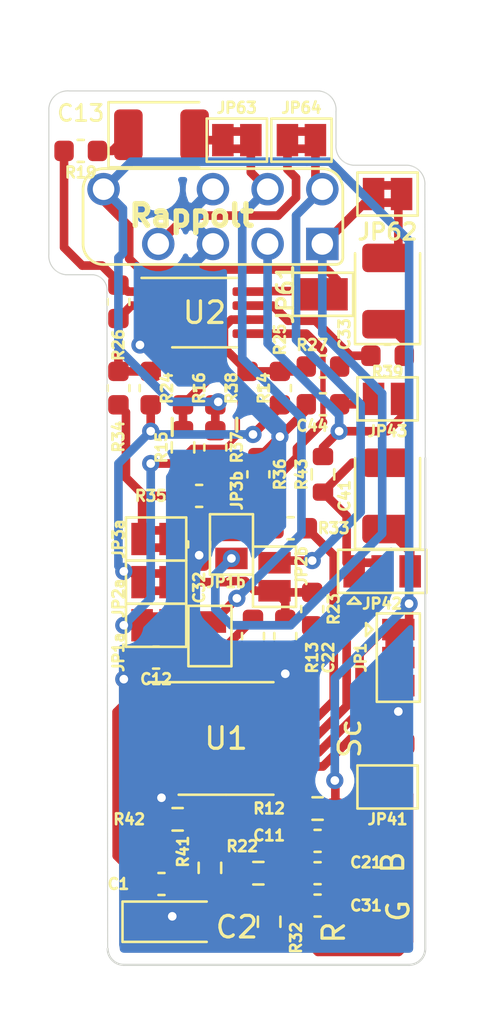
<source format=kicad_pcb>
(kicad_pcb (version 20171130) (host pcbnew "(5.1.7)-1")

  (general
    (thickness 1.6)
    (drawings 21)
    (tracks 323)
    (zones 0)
    (modules 56)
    (nets 43)
  )

  (page A4)
  (layers
    (0 F.Cu signal)
    (31 B.Cu signal)
    (32 B.Adhes user)
    (33 F.Adhes user)
    (34 B.Paste user)
    (35 F.Paste user)
    (36 B.SilkS user)
    (37 F.SilkS user)
    (38 B.Mask user)
    (39 F.Mask user)
    (40 Dwgs.User user)
    (41 Cmts.User user)
    (42 Eco1.User user)
    (43 Eco2.User user)
    (44 Edge.Cuts user)
    (45 Margin user)
    (46 B.CrtYd user)
    (47 F.CrtYd user)
    (48 B.Fab user hide)
    (49 F.Fab user hide)
  )

  (setup
    (last_trace_width 0.4)
    (user_trace_width 0.4)
    (user_trace_width 1)
    (user_trace_width 1.5)
    (trace_clearance 0.2)
    (zone_clearance 0.508)
    (zone_45_only no)
    (trace_min 0)
    (via_size 0.8)
    (via_drill 0.4)
    (via_min_size 0.508)
    (via_min_drill 0.254)
    (uvia_size 0.3)
    (uvia_drill 0.1)
    (uvias_allowed no)
    (uvia_min_size 0.2)
    (uvia_min_drill 0.1)
    (edge_width 0.1)
    (segment_width 0.2)
    (pcb_text_width 0.3)
    (pcb_text_size 1.5 1.5)
    (mod_edge_width 0.15)
    (mod_text_size 0.5 0.5)
    (mod_text_width 0.125)
    (pad_size 1.625 0.4)
    (pad_drill 0)
    (pad_to_mask_clearance 0.0508)
    (aux_axis_origin 0 0)
    (visible_elements 7FFFFFFF)
    (pcbplotparams
      (layerselection 0x010fc_ffffffff)
      (usegerberextensions false)
      (usegerberattributes true)
      (usegerberadvancedattributes true)
      (creategerberjobfile true)
      (excludeedgelayer true)
      (linewidth 0.100000)
      (plotframeref false)
      (viasonmask false)
      (mode 1)
      (useauxorigin false)
      (hpglpennumber 1)
      (hpglpenspeed 20)
      (hpglpendiameter 15.000000)
      (psnegative false)
      (psa4output false)
      (plotreference true)
      (plotvalue true)
      (plotinvisibletext false)
      (padsonsilk false)
      (subtractmaskfromsilk false)
      (outputformat 1)
      (mirror false)
      (drillshape 1)
      (scaleselection 1)
      (outputdirectory ""))
  )

  (net 0 "")
  (net 1 GND)
  (net 2 VCC)
  (net 3 "Net-(C11-Pad2)")
  (net 4 "Net-(C11-Pad1)")
  (net 5 "Net-(C13-Pad2)")
  (net 6 "Net-(C13-Pad1)")
  (net 7 "Net-(C21-Pad2)")
  (net 8 "Net-(C21-Pad1)")
  (net 9 "Net-(C31-Pad2)")
  (net 10 "Net-(C31-Pad1)")
  (net 11 "Net-(C33-Pad2)")
  (net 12 "Net-(C33-Pad1)")
  (net 13 "Net-(C41-Pad2)")
  (net 14 "Net-(C41-Pad1)")
  (net 15 "Net-(C44-Pad1)")
  (net 16 "Net-(JP1-Pad2)")
  (net 17 "Net-(JP41-Pad1)")
  (net 18 "Net-(JP41-Pad2)")
  (net 19 "Net-(JP42-Pad2)")
  (net 20 "Net-(CN1-Pad3)")
  (net 21 "Net-(CN1-Pad1)")
  (net 22 "Net-(CN1-Pad4)")
  (net 23 "Net-(CN1-Pad7)")
  (net 24 "Net-(CN1-Pad2)")
  (net 25 "Net-(C12-Pad1)")
  (net 26 "Net-(R13-Pad1)")
  (net 27 "Net-(R14-Pad2)")
  (net 28 "Net-(JP1a1-Pad2)")
  (net 29 "Net-(R15-Pad2)")
  (net 30 "Net-(C22-Pad1)")
  (net 31 "Net-(R24-Pad2)")
  (net 32 "Net-(JP2a1-Pad2)")
  (net 33 "Net-(R27-Pad1)")
  (net 34 "Net-(C32-Pad1)")
  (net 35 "Net-(R33-Pad1)")
  (net 36 "Net-(JP3a1-Pad2)")
  (net 37 "Net-(R35-Pad2)")
  (net 38 "Net-(R41-Pad2)")
  (net 39 "Net-(U1-Pad8)")
  (net 40 "Net-(JP61-Pad1)")
  (net 41 "Net-(R23-Pad1)")
  (net 42 "Net-(R19-Pad1)")

  (net_class Default "This is the default net class."
    (clearance 0.2)
    (trace_width 0.25)
    (via_dia 0.8)
    (via_drill 0.4)
    (uvia_dia 0.3)
    (uvia_drill 0.1)
    (add_net GND)
    (add_net "Net-(C11-Pad1)")
    (add_net "Net-(C11-Pad2)")
    (add_net "Net-(C12-Pad1)")
    (add_net "Net-(C13-Pad1)")
    (add_net "Net-(C13-Pad2)")
    (add_net "Net-(C21-Pad1)")
    (add_net "Net-(C21-Pad2)")
    (add_net "Net-(C22-Pad1)")
    (add_net "Net-(C31-Pad1)")
    (add_net "Net-(C31-Pad2)")
    (add_net "Net-(C32-Pad1)")
    (add_net "Net-(C33-Pad1)")
    (add_net "Net-(C33-Pad2)")
    (add_net "Net-(C41-Pad1)")
    (add_net "Net-(C41-Pad2)")
    (add_net "Net-(C44-Pad1)")
    (add_net "Net-(CN1-Pad1)")
    (add_net "Net-(CN1-Pad2)")
    (add_net "Net-(CN1-Pad3)")
    (add_net "Net-(CN1-Pad4)")
    (add_net "Net-(CN1-Pad7)")
    (add_net "Net-(JP1-Pad2)")
    (add_net "Net-(JP1a1-Pad2)")
    (add_net "Net-(JP2a1-Pad2)")
    (add_net "Net-(JP3a1-Pad2)")
    (add_net "Net-(JP41-Pad1)")
    (add_net "Net-(JP41-Pad2)")
    (add_net "Net-(JP42-Pad2)")
    (add_net "Net-(JP61-Pad1)")
    (add_net "Net-(R13-Pad1)")
    (add_net "Net-(R14-Pad2)")
    (add_net "Net-(R15-Pad2)")
    (add_net "Net-(R19-Pad1)")
    (add_net "Net-(R23-Pad1)")
    (add_net "Net-(R24-Pad2)")
    (add_net "Net-(R27-Pad1)")
    (add_net "Net-(R33-Pad1)")
    (add_net "Net-(R35-Pad2)")
    (add_net "Net-(R41-Pad2)")
    (add_net "Net-(U1-Pad8)")
    (add_net VCC)
  )

  (net_class GND ""
    (clearance 0.2)
    (trace_width 0.25)
    (via_dia 0.8)
    (via_drill 0.4)
    (uvia_dia 0.3)
    (uvia_drill 0.1)
  )

  (net_class VCC ""
    (clearance 0.2)
    (trace_width 0.25)
    (via_dia 0.8)
    (via_drill 0.4)
    (uvia_dia 0.3)
    (uvia_drill 0.1)
  )

  (module Resistor_SMD:R_0603_1608Metric (layer F.Cu) (tedit 5F68FEEE) (tstamp 5F7EAA06)
    (at 32.5 57.75 270)
    (descr "Resistor SMD 0603 (1608 Metric), square (rectangular) end terminal, IPC_7351 nominal, (Body size source: IPC-SM-782 page 72, https://www.pcb-3d.com/wordpress/wp-content/uploads/ipc-sm-782a_amendment_1_and_2.pdf), generated with kicad-footprint-generator")
    (tags resistor)
    (path /5F7F1DDF)
    (attr smd)
    (fp_text reference R32 (at 0.75 -1.25 90) (layer F.SilkS)
      (effects (font (size 0.5 0.5) (thickness 0.125)))
    )
    (fp_text value 5m1 (at 0 1.43 90) (layer F.Fab)
      (effects (font (size 1 1) (thickness 0.15)))
    )
    (fp_line (start 1.48 0.73) (end -1.48 0.73) (layer F.CrtYd) (width 0.05))
    (fp_line (start 1.48 -0.73) (end 1.48 0.73) (layer F.CrtYd) (width 0.05))
    (fp_line (start -1.48 -0.73) (end 1.48 -0.73) (layer F.CrtYd) (width 0.05))
    (fp_line (start -1.48 0.73) (end -1.48 -0.73) (layer F.CrtYd) (width 0.05))
    (fp_line (start -0.237258 0.5225) (end 0.237258 0.5225) (layer F.SilkS) (width 0.12))
    (fp_line (start -0.237258 -0.5225) (end 0.237258 -0.5225) (layer F.SilkS) (width 0.12))
    (fp_line (start 0.8 0.4125) (end -0.8 0.4125) (layer F.Fab) (width 0.1))
    (fp_line (start 0.8 -0.4125) (end 0.8 0.4125) (layer F.Fab) (width 0.1))
    (fp_line (start -0.8 -0.4125) (end 0.8 -0.4125) (layer F.Fab) (width 0.1))
    (fp_line (start -0.8 0.4125) (end -0.8 -0.4125) (layer F.Fab) (width 0.1))
    (fp_text user %R (at 0 0 90) (layer F.Fab)
      (effects (font (size 0.4 0.4) (thickness 0.06)))
    )
    (pad 2 smd roundrect (at 0.825 0 270) (size 0.8 0.95) (layers F.Cu F.Paste F.Mask) (roundrect_rratio 0.25)
      (net 2 VCC))
    (pad 1 smd roundrect (at -0.825 0 270) (size 0.8 0.95) (layers F.Cu F.Paste F.Mask) (roundrect_rratio 0.25)
      (net 9 "Net-(C31-Pad2)"))
    (model ${KISYS3DMOD}/Resistor_SMD.3dshapes/R_0603_1608Metric.wrl
      (at (xyz 0 0 0))
      (scale (xyz 1 1 1))
      (rotate (xyz 0 0 0))
    )
  )

  (module Resistor_SMD:R_0603_1608Metric (layer F.Cu) (tedit 5F68FEEE) (tstamp 5F7EA9B5)
    (at 32 55.5 180)
    (descr "Resistor SMD 0603 (1608 Metric), square (rectangular) end terminal, IPC_7351 nominal, (Body size source: IPC-SM-782 page 72, https://www.pcb-3d.com/wordpress/wp-content/uploads/ipc-sm-782a_amendment_1_and_2.pdf), generated with kicad-footprint-generator")
    (tags resistor)
    (path /5F7EEB1B)
    (attr smd)
    (fp_text reference R22 (at 0.75 1.25) (layer F.SilkS)
      (effects (font (size 0.5 0.5) (thickness 0.125)))
    )
    (fp_text value 5m1 (at 0 1.43) (layer F.Fab)
      (effects (font (size 1 1) (thickness 0.15)))
    )
    (fp_line (start 1.48 0.73) (end -1.48 0.73) (layer F.CrtYd) (width 0.05))
    (fp_line (start 1.48 -0.73) (end 1.48 0.73) (layer F.CrtYd) (width 0.05))
    (fp_line (start -1.48 -0.73) (end 1.48 -0.73) (layer F.CrtYd) (width 0.05))
    (fp_line (start -1.48 0.73) (end -1.48 -0.73) (layer F.CrtYd) (width 0.05))
    (fp_line (start -0.237258 0.5225) (end 0.237258 0.5225) (layer F.SilkS) (width 0.12))
    (fp_line (start -0.237258 -0.5225) (end 0.237258 -0.5225) (layer F.SilkS) (width 0.12))
    (fp_line (start 0.8 0.4125) (end -0.8 0.4125) (layer F.Fab) (width 0.1))
    (fp_line (start 0.8 -0.4125) (end 0.8 0.4125) (layer F.Fab) (width 0.1))
    (fp_line (start -0.8 -0.4125) (end 0.8 -0.4125) (layer F.Fab) (width 0.1))
    (fp_line (start -0.8 0.4125) (end -0.8 -0.4125) (layer F.Fab) (width 0.1))
    (fp_text user %R (at 0 0) (layer F.Fab)
      (effects (font (size 0.4 0.4) (thickness 0.06)))
    )
    (pad 2 smd roundrect (at 0.825 0 180) (size 0.8 0.95) (layers F.Cu F.Paste F.Mask) (roundrect_rratio 0.25)
      (net 2 VCC))
    (pad 1 smd roundrect (at -0.825 0 180) (size 0.8 0.95) (layers F.Cu F.Paste F.Mask) (roundrect_rratio 0.25)
      (net 7 "Net-(C21-Pad2)"))
    (model ${KISYS3DMOD}/Resistor_SMD.3dshapes/R_0603_1608Metric.wrl
      (at (xyz 0 0 0))
      (scale (xyz 1 1 1))
      (rotate (xyz 0 0 0))
    )
  )

  (module Resistor_SMD:R_0603_1608Metric (layer F.Cu) (tedit 5F68FEEE) (tstamp 5F7EA963)
    (at 34.75 52.5)
    (descr "Resistor SMD 0603 (1608 Metric), square (rectangular) end terminal, IPC_7351 nominal, (Body size source: IPC-SM-782 page 72, https://www.pcb-3d.com/wordpress/wp-content/uploads/ipc-sm-782a_amendment_1_and_2.pdf), generated with kicad-footprint-generator")
    (tags resistor)
    (path /5F7EE90E)
    (attr smd)
    (fp_text reference R12 (at -2.25 0) (layer F.SilkS)
      (effects (font (size 0.5 0.5) (thickness 0.125)))
    )
    (fp_text value 5m1 (at 0 1.43) (layer F.Fab)
      (effects (font (size 1 1) (thickness 0.15)))
    )
    (fp_line (start -0.8 0.4125) (end -0.8 -0.4125) (layer F.Fab) (width 0.1))
    (fp_line (start -0.8 -0.4125) (end 0.8 -0.4125) (layer F.Fab) (width 0.1))
    (fp_line (start 0.8 -0.4125) (end 0.8 0.4125) (layer F.Fab) (width 0.1))
    (fp_line (start 0.8 0.4125) (end -0.8 0.4125) (layer F.Fab) (width 0.1))
    (fp_line (start -0.237258 -0.5225) (end 0.237258 -0.5225) (layer F.SilkS) (width 0.12))
    (fp_line (start -0.237258 0.5225) (end 0.237258 0.5225) (layer F.SilkS) (width 0.12))
    (fp_line (start -1.48 0.73) (end -1.48 -0.73) (layer F.CrtYd) (width 0.05))
    (fp_line (start -1.48 -0.73) (end 1.48 -0.73) (layer F.CrtYd) (width 0.05))
    (fp_line (start 1.48 -0.73) (end 1.48 0.73) (layer F.CrtYd) (width 0.05))
    (fp_line (start 1.48 0.73) (end -1.48 0.73) (layer F.CrtYd) (width 0.05))
    (fp_text user %R (at 0 0) (layer F.Fab)
      (effects (font (size 0.4 0.4) (thickness 0.06)))
    )
    (pad 1 smd roundrect (at -0.825 0) (size 0.8 0.95) (layers F.Cu F.Paste F.Mask) (roundrect_rratio 0.25)
      (net 3 "Net-(C11-Pad2)"))
    (pad 2 smd roundrect (at 0.825 0) (size 0.8 0.95) (layers F.Cu F.Paste F.Mask) (roundrect_rratio 0.25)
      (net 2 VCC))
    (model ${KISYS3DMOD}/Resistor_SMD.3dshapes/R_0603_1608Metric.wrl
      (at (xyz 0 0 0))
      (scale (xyz 1 1 1))
      (rotate (xyz 0 0 0))
    )
  )

  (module Capacitor_SMD:C_0603_1608Metric (layer F.Cu) (tedit 5F68FEEE) (tstamp 5F7E7C59)
    (at 29.25 40.25 270)
    (descr "Capacitor SMD 0603 (1608 Metric), square (rectangular) end terminal, IPC_7351 nominal, (Body size source: IPC-SM-782 page 76, https://www.pcb-3d.com/wordpress/wp-content/uploads/ipc-sm-782a_amendment_1_and_2.pdf), generated with kicad-footprint-generator")
    (tags capacitor)
    (path /5F9252E9)
    (attr smd)
    (fp_text reference C32 (at 2 0 90) (layer F.SilkS)
      (effects (font (size 0.5 0.5) (thickness 0.125)))
    )
    (fp_text value 47pF (at 0 1.43 90) (layer F.Fab)
      (effects (font (size 1 1) (thickness 0.15)))
    )
    (fp_line (start -0.8 0.4) (end -0.8 -0.4) (layer F.Fab) (width 0.1))
    (fp_line (start -0.8 -0.4) (end 0.8 -0.4) (layer F.Fab) (width 0.1))
    (fp_line (start 0.8 -0.4) (end 0.8 0.4) (layer F.Fab) (width 0.1))
    (fp_line (start 0.8 0.4) (end -0.8 0.4) (layer F.Fab) (width 0.1))
    (fp_line (start -0.14058 -0.51) (end 0.14058 -0.51) (layer F.SilkS) (width 0.12))
    (fp_line (start -0.14058 0.51) (end 0.14058 0.51) (layer F.SilkS) (width 0.12))
    (fp_line (start -1.48 0.73) (end -1.48 -0.73) (layer F.CrtYd) (width 0.05))
    (fp_line (start -1.48 -0.73) (end 1.48 -0.73) (layer F.CrtYd) (width 0.05))
    (fp_line (start 1.48 -0.73) (end 1.48 0.73) (layer F.CrtYd) (width 0.05))
    (fp_line (start 1.48 0.73) (end -1.48 0.73) (layer F.CrtYd) (width 0.05))
    (fp_text user %R (at 0 0 90) (layer F.Fab)
      (effects (font (size 0.4 0.4) (thickness 0.06)))
    )
    (pad 2 smd roundrect (at 0.775 0 270) (size 0.9 0.95) (layers F.Cu F.Paste F.Mask) (roundrect_rratio 0.25)
      (net 1 GND))
    (pad 1 smd roundrect (at -0.775 0 270) (size 0.9 0.95) (layers F.Cu F.Paste F.Mask) (roundrect_rratio 0.25)
      (net 34 "Net-(C32-Pad1)"))
    (model ${KISYS3DMOD}/Capacitor_SMD.3dshapes/C_0603_1608Metric.wrl
      (at (xyz 0 0 0))
      (scale (xyz 1 1 1))
      (rotate (xyz 0 0 0))
    )
  )

  (module Capacitor_SMD:C_0603_1608Metric (layer F.Cu) (tedit 5F68FEEE) (tstamp 5F7E724A)
    (at 27.25 45.5 180)
    (descr "Capacitor SMD 0603 (1608 Metric), square (rectangular) end terminal, IPC_7351 nominal, (Body size source: IPC-SM-782 page 76, https://www.pcb-3d.com/wordpress/wp-content/uploads/ipc-sm-782a_amendment_1_and_2.pdf), generated with kicad-footprint-generator")
    (tags capacitor)
    (path /5F9278C9)
    (attr smd)
    (fp_text reference C12 (at 0 -1) (layer F.SilkS)
      (effects (font (size 0.5 0.5) (thickness 0.125)))
    )
    (fp_text value 47pF (at 0 1.43) (layer F.Fab)
      (effects (font (size 1 1) (thickness 0.15)))
    )
    (fp_line (start -0.8 0.4) (end -0.8 -0.4) (layer F.Fab) (width 0.1))
    (fp_line (start -0.8 -0.4) (end 0.8 -0.4) (layer F.Fab) (width 0.1))
    (fp_line (start 0.8 -0.4) (end 0.8 0.4) (layer F.Fab) (width 0.1))
    (fp_line (start 0.8 0.4) (end -0.8 0.4) (layer F.Fab) (width 0.1))
    (fp_line (start -0.14058 -0.51) (end 0.14058 -0.51) (layer F.SilkS) (width 0.12))
    (fp_line (start -0.14058 0.51) (end 0.14058 0.51) (layer F.SilkS) (width 0.12))
    (fp_line (start -1.48 0.73) (end -1.48 -0.73) (layer F.CrtYd) (width 0.05))
    (fp_line (start -1.48 -0.73) (end 1.48 -0.73) (layer F.CrtYd) (width 0.05))
    (fp_line (start 1.48 -0.73) (end 1.48 0.73) (layer F.CrtYd) (width 0.05))
    (fp_line (start 1.48 0.73) (end -1.48 0.73) (layer F.CrtYd) (width 0.05))
    (fp_text user %R (at 0 0) (layer F.Fab)
      (effects (font (size 0.4 0.4) (thickness 0.06)))
    )
    (pad 2 smd roundrect (at 0.775 0 180) (size 0.9 0.95) (layers F.Cu F.Paste F.Mask) (roundrect_rratio 0.25)
      (net 1 GND))
    (pad 1 smd roundrect (at -0.775 0 180) (size 0.9 0.95) (layers F.Cu F.Paste F.Mask) (roundrect_rratio 0.25)
      (net 25 "Net-(C12-Pad1)"))
    (model ${KISYS3DMOD}/Capacitor_SMD.3dshapes/C_0603_1608Metric.wrl
      (at (xyz 0 0 0))
      (scale (xyz 1 1 1))
      (rotate (xyz 0 0 0))
    )
  )

  (module Capacitor_SMD:C_0603_1608Metric (layer F.Cu) (tedit 5F68FEEE) (tstamp 5F7E6A56)
    (at 33.25 44.5 270)
    (descr "Capacitor SMD 0603 (1608 Metric), square (rectangular) end terminal, IPC_7351 nominal, (Body size source: IPC-SM-782 page 76, https://www.pcb-3d.com/wordpress/wp-content/uploads/ipc-sm-782a_amendment_1_and_2.pdf), generated with kicad-footprint-generator")
    (tags capacitor)
    (path /5F9258D6)
    (attr smd)
    (fp_text reference C22 (at 1 -2 90) (layer F.SilkS)
      (effects (font (size 0.5 0.5) (thickness 0.125)))
    )
    (fp_text value 47pF (at 0 1.43 90) (layer F.Fab)
      (effects (font (size 1 1) (thickness 0.15)))
    )
    (fp_line (start -0.8 0.4) (end -0.8 -0.4) (layer F.Fab) (width 0.1))
    (fp_line (start -0.8 -0.4) (end 0.8 -0.4) (layer F.Fab) (width 0.1))
    (fp_line (start 0.8 -0.4) (end 0.8 0.4) (layer F.Fab) (width 0.1))
    (fp_line (start 0.8 0.4) (end -0.8 0.4) (layer F.Fab) (width 0.1))
    (fp_line (start -0.14058 -0.51) (end 0.14058 -0.51) (layer F.SilkS) (width 0.12))
    (fp_line (start -0.14058 0.51) (end 0.14058 0.51) (layer F.SilkS) (width 0.12))
    (fp_line (start -1.48 0.73) (end -1.48 -0.73) (layer F.CrtYd) (width 0.05))
    (fp_line (start -1.48 -0.73) (end 1.48 -0.73) (layer F.CrtYd) (width 0.05))
    (fp_line (start 1.48 -0.73) (end 1.48 0.73) (layer F.CrtYd) (width 0.05))
    (fp_line (start 1.48 0.73) (end -1.48 0.73) (layer F.CrtYd) (width 0.05))
    (fp_text user %R (at 0 0 90) (layer F.Fab)
      (effects (font (size 0.4 0.4) (thickness 0.06)))
    )
    (pad 2 smd roundrect (at 0.775 0 270) (size 0.9 0.95) (layers F.Cu F.Paste F.Mask) (roundrect_rratio 0.25)
      (net 1 GND))
    (pad 1 smd roundrect (at -0.775 0 270) (size 0.9 0.95) (layers F.Cu F.Paste F.Mask) (roundrect_rratio 0.25)
      (net 30 "Net-(C22-Pad1)"))
    (model ${KISYS3DMOD}/Capacitor_SMD.3dshapes/C_0603_1608Metric.wrl
      (at (xyz 0 0 0))
      (scale (xyz 1 1 1))
      (rotate (xyz 0 0 0))
    )
  )

  (module Capacitor_SMD:C_0603_1608Metric (layer F.Cu) (tedit 5F68FEEE) (tstamp 5F7D6FD6)
    (at 34.75 57 180)
    (descr "Capacitor SMD 0603 (1608 Metric), square (rectangular) end terminal, IPC_7351 nominal, (Body size source: IPC-SM-782 page 76, https://www.pcb-3d.com/wordpress/wp-content/uploads/ipc-sm-782a_amendment_1_and_2.pdf), generated with kicad-footprint-generator")
    (tags capacitor)
    (path /5F7AF8D9)
    (attr smd)
    (fp_text reference C31 (at -2.25 0) (layer F.SilkS)
      (effects (font (size 0.5 0.5) (thickness 0.125)))
    )
    (fp_text value "22uF 25v" (at 0 1.43) (layer F.Fab)
      (effects (font (size 1 1) (thickness 0.15)))
    )
    (fp_line (start 1.48 0.73) (end -1.48 0.73) (layer F.CrtYd) (width 0.05))
    (fp_line (start 1.48 -0.73) (end 1.48 0.73) (layer F.CrtYd) (width 0.05))
    (fp_line (start -1.48 -0.73) (end 1.48 -0.73) (layer F.CrtYd) (width 0.05))
    (fp_line (start -1.48 0.73) (end -1.48 -0.73) (layer F.CrtYd) (width 0.05))
    (fp_line (start -0.14058 0.51) (end 0.14058 0.51) (layer F.SilkS) (width 0.12))
    (fp_line (start -0.14058 -0.51) (end 0.14058 -0.51) (layer F.SilkS) (width 0.12))
    (fp_line (start 0.8 0.4) (end -0.8 0.4) (layer F.Fab) (width 0.1))
    (fp_line (start 0.8 -0.4) (end 0.8 0.4) (layer F.Fab) (width 0.1))
    (fp_line (start -0.8 -0.4) (end 0.8 -0.4) (layer F.Fab) (width 0.1))
    (fp_line (start -0.8 0.4) (end -0.8 -0.4) (layer F.Fab) (width 0.1))
    (fp_text user %R (at 0 0) (layer F.Fab)
      (effects (font (size 0.4 0.4) (thickness 0.06)))
    )
    (pad 2 smd roundrect (at 0.775 0 180) (size 0.9 0.95) (layers F.Cu F.Paste F.Mask) (roundrect_rratio 0.25)
      (net 9 "Net-(C31-Pad2)"))
    (pad 1 smd roundrect (at -0.775 0 180) (size 0.9 0.95) (layers F.Cu F.Paste F.Mask) (roundrect_rratio 0.25)
      (net 10 "Net-(C31-Pad1)"))
    (model ${KISYS3DMOD}/Capacitor_SMD.3dshapes/C_0603_1608Metric.wrl
      (at (xyz 0 0 0))
      (scale (xyz 1 1 1))
      (rotate (xyz 0 0 0))
    )
  )

  (module Capacitor_SMD:C_0603_1608Metric (layer F.Cu) (tedit 5F68FEEE) (tstamp 5F7D6F75)
    (at 34.75 55.5 180)
    (descr "Capacitor SMD 0603 (1608 Metric), square (rectangular) end terminal, IPC_7351 nominal, (Body size source: IPC-SM-782 page 76, https://www.pcb-3d.com/wordpress/wp-content/uploads/ipc-sm-782a_amendment_1_and_2.pdf), generated with kicad-footprint-generator")
    (tags capacitor)
    (path /5F7AED99)
    (attr smd)
    (fp_text reference C21 (at -2.25 0.5) (layer F.SilkS)
      (effects (font (size 0.5 0.5) (thickness 0.125)))
    )
    (fp_text value "22uF 25v" (at 0 1.43) (layer F.Fab)
      (effects (font (size 1 1) (thickness 0.15)))
    )
    (fp_line (start 1.48 0.73) (end -1.48 0.73) (layer F.CrtYd) (width 0.05))
    (fp_line (start 1.48 -0.73) (end 1.48 0.73) (layer F.CrtYd) (width 0.05))
    (fp_line (start -1.48 -0.73) (end 1.48 -0.73) (layer F.CrtYd) (width 0.05))
    (fp_line (start -1.48 0.73) (end -1.48 -0.73) (layer F.CrtYd) (width 0.05))
    (fp_line (start -0.14058 0.51) (end 0.14058 0.51) (layer F.SilkS) (width 0.12))
    (fp_line (start -0.14058 -0.51) (end 0.14058 -0.51) (layer F.SilkS) (width 0.12))
    (fp_line (start 0.8 0.4) (end -0.8 0.4) (layer F.Fab) (width 0.1))
    (fp_line (start 0.8 -0.4) (end 0.8 0.4) (layer F.Fab) (width 0.1))
    (fp_line (start -0.8 -0.4) (end 0.8 -0.4) (layer F.Fab) (width 0.1))
    (fp_line (start -0.8 0.4) (end -0.8 -0.4) (layer F.Fab) (width 0.1))
    (fp_text user %R (at 0 0) (layer F.Fab)
      (effects (font (size 0.4 0.4) (thickness 0.06)))
    )
    (pad 2 smd roundrect (at 0.775 0 180) (size 0.9 0.95) (layers F.Cu F.Paste F.Mask) (roundrect_rratio 0.25)
      (net 7 "Net-(C21-Pad2)"))
    (pad 1 smd roundrect (at -0.775 0 180) (size 0.9 0.95) (layers F.Cu F.Paste F.Mask) (roundrect_rratio 0.25)
      (net 8 "Net-(C21-Pad1)"))
    (model ${KISYS3DMOD}/Capacitor_SMD.3dshapes/C_0603_1608Metric.wrl
      (at (xyz 0 0 0))
      (scale (xyz 1 1 1))
      (rotate (xyz 0 0 0))
    )
  )

  (module Capacitor_SMD:C_0603_1608Metric (layer F.Cu) (tedit 5F68FEEE) (tstamp 5F7D6EB1)
    (at 34.75 54 180)
    (descr "Capacitor SMD 0603 (1608 Metric), square (rectangular) end terminal, IPC_7351 nominal, (Body size source: IPC-SM-782 page 76, https://www.pcb-3d.com/wordpress/wp-content/uploads/ipc-sm-782a_amendment_1_and_2.pdf), generated with kicad-footprint-generator")
    (tags capacitor)
    (path /5F7AE135)
    (attr smd)
    (fp_text reference C11 (at 2.25 0.25) (layer F.SilkS)
      (effects (font (size 0.5 0.5) (thickness 0.125)))
    )
    (fp_text value "22uF 25v" (at 0 1.43) (layer F.Fab)
      (effects (font (size 1 1) (thickness 0.15)))
    )
    (fp_line (start 1.48 0.73) (end -1.48 0.73) (layer F.CrtYd) (width 0.05))
    (fp_line (start 1.48 -0.73) (end 1.48 0.73) (layer F.CrtYd) (width 0.05))
    (fp_line (start -1.48 -0.73) (end 1.48 -0.73) (layer F.CrtYd) (width 0.05))
    (fp_line (start -1.48 0.73) (end -1.48 -0.73) (layer F.CrtYd) (width 0.05))
    (fp_line (start -0.14058 0.51) (end 0.14058 0.51) (layer F.SilkS) (width 0.12))
    (fp_line (start -0.14058 -0.51) (end 0.14058 -0.51) (layer F.SilkS) (width 0.12))
    (fp_line (start 0.8 0.4) (end -0.8 0.4) (layer F.Fab) (width 0.1))
    (fp_line (start 0.8 -0.4) (end 0.8 0.4) (layer F.Fab) (width 0.1))
    (fp_line (start -0.8 -0.4) (end 0.8 -0.4) (layer F.Fab) (width 0.1))
    (fp_line (start -0.8 0.4) (end -0.8 -0.4) (layer F.Fab) (width 0.1))
    (fp_text user %R (at 0 0) (layer F.Fab)
      (effects (font (size 0.4 0.4) (thickness 0.06)))
    )
    (pad 2 smd roundrect (at 0.775 0 180) (size 0.9 0.95) (layers F.Cu F.Paste F.Mask) (roundrect_rratio 0.25)
      (net 3 "Net-(C11-Pad2)"))
    (pad 1 smd roundrect (at -0.775 0 180) (size 0.9 0.95) (layers F.Cu F.Paste F.Mask) (roundrect_rratio 0.25)
      (net 4 "Net-(C11-Pad1)"))
    (model ${KISYS3DMOD}/Capacitor_SMD.3dshapes/C_0603_1608Metric.wrl
      (at (xyz 0 0 0))
      (scale (xyz 1 1 1))
      (rotate (xyz 0 0 0))
    )
  )

  (module Resistor_SMD:R_0603_1608Metric (layer F.Cu) (tedit 5F68FEEE) (tstamp 5F7D6C26)
    (at 28.25 53 180)
    (descr "Resistor SMD 0603 (1608 Metric), square (rectangular) end terminal, IPC_7351 nominal, (Body size source: IPC-SM-782 page 72, https://www.pcb-3d.com/wordpress/wp-content/uploads/ipc-sm-782a_amendment_1_and_2.pdf), generated with kicad-footprint-generator")
    (tags resistor)
    (path /5F7EBF35)
    (attr smd)
    (fp_text reference R42 (at 2.25 0) (layer F.SilkS)
      (effects (font (size 0.5 0.5) (thickness 0.125)))
    )
    (fp_text value "475 or 10k7" (at 0 1.43) (layer F.Fab)
      (effects (font (size 1 1) (thickness 0.15)))
    )
    (fp_line (start 1.48 0.73) (end -1.48 0.73) (layer F.CrtYd) (width 0.05))
    (fp_line (start 1.48 -0.73) (end 1.48 0.73) (layer F.CrtYd) (width 0.05))
    (fp_line (start -1.48 -0.73) (end 1.48 -0.73) (layer F.CrtYd) (width 0.05))
    (fp_line (start -1.48 0.73) (end -1.48 -0.73) (layer F.CrtYd) (width 0.05))
    (fp_line (start -0.237258 0.5225) (end 0.237258 0.5225) (layer F.SilkS) (width 0.12))
    (fp_line (start -0.237258 -0.5225) (end 0.237258 -0.5225) (layer F.SilkS) (width 0.12))
    (fp_line (start 0.8 0.4125) (end -0.8 0.4125) (layer F.Fab) (width 0.1))
    (fp_line (start 0.8 -0.4125) (end 0.8 0.4125) (layer F.Fab) (width 0.1))
    (fp_line (start -0.8 -0.4125) (end 0.8 -0.4125) (layer F.Fab) (width 0.1))
    (fp_line (start -0.8 0.4125) (end -0.8 -0.4125) (layer F.Fab) (width 0.1))
    (fp_text user %R (at 0 0) (layer F.Fab)
      (effects (font (size 0.4 0.4) (thickness 0.06)))
    )
    (pad 2 smd roundrect (at 0.825 0 180) (size 0.8 0.95) (layers F.Cu F.Paste F.Mask) (roundrect_rratio 0.25)
      (net 1 GND))
    (pad 1 smd roundrect (at -0.825 0 180) (size 0.8 0.95) (layers F.Cu F.Paste F.Mask) (roundrect_rratio 0.25)
      (net 38 "Net-(R41-Pad2)"))
    (model ${KISYS3DMOD}/Resistor_SMD.3dshapes/R_0603_1608Metric.wrl
      (at (xyz 0 0 0))
      (scale (xyz 1 1 1))
      (rotate (xyz 0 0 0))
    )
  )

  (module Resistor_SMD:R_0603_1608Metric (layer F.Cu) (tedit 5F7D3D91) (tstamp 5F7D6B94)
    (at 29.75 55.25 90)
    (descr "Resistor SMD 0603 (1608 Metric), square (rectangular) end terminal, IPC_7351 nominal, (Body size source: IPC-SM-782 page 72, https://www.pcb-3d.com/wordpress/wp-content/uploads/ipc-sm-782a_amendment_1_and_2.pdf), generated with kicad-footprint-generator")
    (tags resistor)
    (path /5F7B1982)
    (attr smd)
    (fp_text reference R41 (at 0.75 -1.25 90) (layer F.SilkS)
      (effects (font (size 0.5 0.5) (thickness 0.125)))
    )
    (fp_text value 4.7k (at 0 1.43 90) (layer F.Fab)
      (effects (font (size 1 1) (thickness 0.15)))
    )
    (fp_line (start 1.48 0.73) (end -1.48 0.73) (layer F.CrtYd) (width 0.05))
    (fp_line (start 1.48 -0.73) (end 1.48 0.73) (layer F.CrtYd) (width 0.05))
    (fp_line (start -1.48 -0.73) (end 1.48 -0.73) (layer F.CrtYd) (width 0.05))
    (fp_line (start -1.48 0.73) (end -1.48 -0.73) (layer F.CrtYd) (width 0.05))
    (fp_line (start -0.237258 0.5225) (end 0.237258 0.5225) (layer F.SilkS) (width 0.12))
    (fp_line (start -0.237258 -0.5225) (end 0.237258 -0.5225) (layer F.SilkS) (width 0.12))
    (fp_line (start 0.8 0.4125) (end -0.8 0.4125) (layer F.Fab) (width 0.1))
    (fp_line (start 0.8 -0.4125) (end 0.8 0.4125) (layer F.Fab) (width 0.1))
    (fp_line (start -0.8 -0.4125) (end 0.8 -0.4125) (layer F.Fab) (width 0.1))
    (fp_line (start -0.8 0.4125) (end -0.8 -0.4125) (layer F.Fab) (width 0.1))
    (fp_text user %R (at 0 0 90) (layer F.Fab)
      (effects (font (size 0.4 0.4) (thickness 0.06)))
    )
    (pad 2 smd roundrect (at 0.825 0 90) (size 0.8 0.95) (layers F.Cu F.Paste F.Mask) (roundrect_rratio 0.25)
      (net 38 "Net-(R41-Pad2)"))
    (pad 1 smd roundrect (at -0.825 0 90) (size 0.8 0.95) (layers F.Cu F.Paste F.Mask) (roundrect_rratio 0.25)
      (net 18 "Net-(JP41-Pad2)"))
    (model ${KISYS3DMOD}/Resistor_SMD.3dshapes/R_0603_1608Metric.wrl
      (at (xyz 0 0 0))
      (scale (xyz 1 1 1))
      (rotate (xyz 0 0 0))
    )
  )

  (module Jumper:SolderJumper-2_P1.3mm_Open_Pad1.0x1.5mm (layer F.Cu) (tedit 5A3EABFC) (tstamp 5F7D68D4)
    (at 38 51.5)
    (descr "SMD Solder Jumper, 1x1.5mm Pads, 0.3mm gap, open")
    (tags "solder jumper open")
    (path /5F8B5CE3)
    (attr virtual)
    (fp_text reference JP41 (at 0 1.5 180) (layer F.SilkS)
      (effects (font (size 0.5 0.5) (thickness 0.125)))
    )
    (fp_text value Jumper_NO (at 0 1.9) (layer F.Fab)
      (effects (font (size 1 1) (thickness 0.15)))
    )
    (fp_line (start 1.65 1.25) (end -1.65 1.25) (layer F.CrtYd) (width 0.05))
    (fp_line (start 1.65 1.25) (end 1.65 -1.25) (layer F.CrtYd) (width 0.05))
    (fp_line (start -1.65 -1.25) (end -1.65 1.25) (layer F.CrtYd) (width 0.05))
    (fp_line (start -1.65 -1.25) (end 1.65 -1.25) (layer F.CrtYd) (width 0.05))
    (fp_line (start -1.4 -1) (end 1.4 -1) (layer F.SilkS) (width 0.12))
    (fp_line (start 1.4 -1) (end 1.4 1) (layer F.SilkS) (width 0.12))
    (fp_line (start 1.4 1) (end -1.4 1) (layer F.SilkS) (width 0.12))
    (fp_line (start -1.4 1) (end -1.4 -1) (layer F.SilkS) (width 0.12))
    (pad 1 smd rect (at -0.65 0) (size 1 1.5) (layers F.Cu F.Mask)
      (net 17 "Net-(JP41-Pad1)"))
    (pad 2 smd rect (at 0.65 0) (size 1 1.5) (layers F.Cu F.Mask)
      (net 18 "Net-(JP41-Pad2)"))
  )

  (module Connector_Wire:SolderWirePad_1x01_SMD_1x2mm (layer F.Cu) (tedit 5DD6EB27) (tstamp 5F7D6626)
    (at 37.5 58.25 90)
    (descr "Wire Pad, Square, SMD Pad,  5mm x 10mm,")
    (tags "MesurementPoint Square SMDPad 5mmx10mm ")
    (attr virtual)
    (fp_text reference R (at 0 -2 90) (layer F.SilkS)
      (effects (font (size 1 1) (thickness 0.15)))
    )
    (fp_text value SolderWirePad_1x01_SMD_1x2mm (at 0 2.54 90) (layer F.Fab)
      (effects (font (size 1 1) (thickness 0.15)))
    )
    (fp_line (start -0.63 1.27) (end -0.63 -1.27) (layer F.Fab) (width 0.1))
    (fp_line (start 0.63 1.27) (end -0.63 1.27) (layer F.Fab) (width 0.1))
    (fp_line (start 0.63 -1.27) (end 0.63 1.27) (layer F.Fab) (width 0.1))
    (fp_line (start -0.63 -1.27) (end 0.63 -1.27) (layer F.Fab) (width 0.1))
    (fp_line (start -0.63 -1.27) (end -0.63 1.27) (layer F.CrtYd) (width 0.05))
    (fp_line (start -0.63 1.27) (end 0.63 1.27) (layer F.CrtYd) (width 0.05))
    (fp_line (start 0.63 1.27) (end 0.63 -1.27) (layer F.CrtYd) (width 0.05))
    (fp_line (start 0.63 -1.27) (end -0.63 -1.27) (layer F.CrtYd) (width 0.05))
    (fp_text user %R (at 0 0 90) (layer F.Fab)
      (effects (font (size 1 1) (thickness 0.15)))
    )
    (pad 1 smd roundrect (at 0 0 90) (size 1 2) (layers F.Cu F.Paste F.Mask) (roundrect_rratio 0.25)
      (net 10 "Net-(C31-Pad1)"))
  )

  (module Connector_Wire:SolderWirePad_1x01_SMD_1x2mm (layer F.Cu) (tedit 5DD6EB27) (tstamp 5F7D65D7)
    (at 37.5 56 90)
    (descr "Wire Pad, Square, SMD Pad,  5mm x 10mm,")
    (tags "MesurementPoint Square SMDPad 5mmx10mm ")
    (attr virtual)
    (fp_text reference G (at -1.25 1 90) (layer F.SilkS)
      (effects (font (size 1 1) (thickness 0.15)))
    )
    (fp_text value SolderWirePad_1x01_SMD_1x2mm (at 0 2.54 90) (layer F.Fab)
      (effects (font (size 1 1) (thickness 0.15)))
    )
    (fp_line (start -0.63 1.27) (end -0.63 -1.27) (layer F.Fab) (width 0.1))
    (fp_line (start 0.63 1.27) (end -0.63 1.27) (layer F.Fab) (width 0.1))
    (fp_line (start 0.63 -1.27) (end 0.63 1.27) (layer F.Fab) (width 0.1))
    (fp_line (start -0.63 -1.27) (end 0.63 -1.27) (layer F.Fab) (width 0.1))
    (fp_line (start -0.63 -1.27) (end -0.63 1.27) (layer F.CrtYd) (width 0.05))
    (fp_line (start -0.63 1.27) (end 0.63 1.27) (layer F.CrtYd) (width 0.05))
    (fp_line (start 0.63 1.27) (end 0.63 -1.27) (layer F.CrtYd) (width 0.05))
    (fp_line (start 0.63 -1.27) (end -0.63 -1.27) (layer F.CrtYd) (width 0.05))
    (fp_text user %R (at 0 0 90) (layer F.Fab)
      (effects (font (size 1 1) (thickness 0.15)))
    )
    (pad 1 smd roundrect (at 0 0 90) (size 1 2) (layers F.Cu F.Paste F.Mask) (roundrect_rratio 0.25)
      (net 8 "Net-(C21-Pad1)"))
  )

  (module Connector_Wire:SolderWirePad_1x01_SMD_1x2mm (layer F.Cu) (tedit 5DD6EB27) (tstamp 5F7D6588)
    (at 37.5 54 90)
    (descr "Wire Pad, Square, SMD Pad,  5mm x 10mm,")
    (tags "MesurementPoint Square SMDPad 5mmx10mm ")
    (attr virtual)
    (fp_text reference B (at -1 0.75 90) (layer F.SilkS)
      (effects (font (size 1 1) (thickness 0.15)))
    )
    (fp_text value SolderWirePad_1x01_SMD_1x2mm (at 0 2.54 90) (layer F.Fab)
      (effects (font (size 1 1) (thickness 0.15)))
    )
    (fp_line (start -0.63 1.27) (end -0.63 -1.27) (layer F.Fab) (width 0.1))
    (fp_line (start 0.63 1.27) (end -0.63 1.27) (layer F.Fab) (width 0.1))
    (fp_line (start 0.63 -1.27) (end 0.63 1.27) (layer F.Fab) (width 0.1))
    (fp_line (start -0.63 -1.27) (end 0.63 -1.27) (layer F.Fab) (width 0.1))
    (fp_line (start -0.63 -1.27) (end -0.63 1.27) (layer F.CrtYd) (width 0.05))
    (fp_line (start -0.63 1.27) (end 0.63 1.27) (layer F.CrtYd) (width 0.05))
    (fp_line (start 0.63 1.27) (end 0.63 -1.27) (layer F.CrtYd) (width 0.05))
    (fp_line (start 0.63 -1.27) (end -0.63 -1.27) (layer F.CrtYd) (width 0.05))
    (fp_text user %R (at 0 0 90) (layer F.Fab)
      (effects (font (size 1 1) (thickness 0.15)))
    )
    (pad 1 smd roundrect (at 0 0 90) (size 1 2) (layers F.Cu F.Paste F.Mask) (roundrect_rratio 0.25)
      (net 4 "Net-(C11-Pad1)"))
  )

  (module Connector_Wire:SolderWirePad_1x01_SMD_1x2mm (layer F.Cu) (tedit 5DD6EB27) (tstamp 5F7D64CE)
    (at 38.25 49.5 90)
    (descr "Wire Pad, Square, SMD Pad,  5mm x 10mm,")
    (tags "MesurementPoint Square SMDPad 5mmx10mm ")
    (attr virtual)
    (fp_text reference Sc (at 0.25 -2 90) (layer F.SilkS)
      (effects (font (size 1 1) (thickness 0.15)))
    )
    (fp_text value SolderWirePad_1x01_SMD_1x2mm (at 0 2.54 90) (layer F.Fab)
      (effects (font (size 1 1) (thickness 0.15)))
    )
    (fp_line (start -0.63 1.27) (end -0.63 -1.27) (layer F.Fab) (width 0.1))
    (fp_line (start 0.63 1.27) (end -0.63 1.27) (layer F.Fab) (width 0.1))
    (fp_line (start 0.63 -1.27) (end 0.63 1.27) (layer F.Fab) (width 0.1))
    (fp_line (start -0.63 -1.27) (end 0.63 -1.27) (layer F.Fab) (width 0.1))
    (fp_line (start -0.63 -1.27) (end -0.63 1.27) (layer F.CrtYd) (width 0.05))
    (fp_line (start -0.63 1.27) (end 0.63 1.27) (layer F.CrtYd) (width 0.05))
    (fp_line (start 0.63 1.27) (end 0.63 -1.27) (layer F.CrtYd) (width 0.05))
    (fp_line (start 0.63 -1.27) (end -0.63 -1.27) (layer F.CrtYd) (width 0.05))
    (fp_text user %R (at 0 0 90) (layer F.Fab)
      (effects (font (size 1 1) (thickness 0.15)))
    )
    (pad 1 smd roundrect (at 0 0 90) (size 1 2) (layers F.Cu F.Paste F.Mask) (roundrect_rratio 0.25)
      (net 17 "Net-(JP41-Pad1)"))
  )

  (module Jumper:SolderJumper-3_P1.3mm_Bridged2Bar12_Pad1.0x1.5mm (layer F.Cu) (tedit 5F7BF29F) (tstamp 5F7CF27B)
    (at 38.5 45.5 270)
    (descr "SMD Solder 3-pad Jumper, 1x1.5mm Pads, 0.3mm gap, pads 1-2 Bridged2Bar with 2 copper strip")
    (tags "solder jumper open")
    (path /5F8A9FE0)
    (attr virtual)
    (fp_text reference JP1 (at 0 1.75 90) (layer F.SilkS)
      (effects (font (size 0.5 0.5) (thickness 0.125)))
    )
    (fp_text value Sharp↔Blurry (at 0 2 90) (layer F.Fab)
      (effects (font (size 1 1) (thickness 0.15)))
    )
    (fp_poly (pts (xy -0.9 0.2) (xy -0.4 0.2) (xy -0.4 0.6) (xy -0.9 0.6)) (layer F.Cu) (width 0))
    (fp_poly (pts (xy -0.9 -0.6) (xy -0.4 -0.6) (xy -0.4 -0.2) (xy -0.9 -0.2)) (layer F.Cu) (width 0))
    (fp_line (start 2.3 1.25) (end -2.3 1.25) (layer F.CrtYd) (width 0.05))
    (fp_line (start 2.3 1.25) (end 2.3 -1.25) (layer F.CrtYd) (width 0.05))
    (fp_line (start -2.3 -1.25) (end -2.3 1.25) (layer F.CrtYd) (width 0.05))
    (fp_line (start -2.3 -1.25) (end 2.3 -1.25) (layer F.CrtYd) (width 0.05))
    (fp_line (start -2.05 -1) (end 2.05 -1) (layer F.SilkS) (width 0.12))
    (fp_line (start 2.05 -1) (end 2.05 1) (layer F.SilkS) (width 0.12))
    (fp_line (start 2.05 1) (end -2.05 1) (layer F.SilkS) (width 0.12))
    (fp_line (start -2.05 1) (end -2.05 -1) (layer F.SilkS) (width 0.12))
    (fp_line (start -1.3 1.2) (end -1.6 1.5) (layer F.SilkS) (width 0.12))
    (fp_line (start -1.6 1.5) (end -1 1.5) (layer F.SilkS) (width 0.12))
    (fp_line (start -1.3 1.2) (end -1 1.5) (layer F.SilkS) (width 0.12))
    (pad 2 smd rect (at 0 0 270) (size 1 1.5) (layers F.Cu F.Mask)
      (net 16 "Net-(JP1-Pad2)"))
    (pad 3 smd rect (at 1.3 0 270) (size 1 1.5) (layers F.Cu F.Mask)
      (net 1 GND))
    (pad 1 smd rect (at -1.3 0 270) (size 1 1.5) (layers F.Cu F.Mask)
      (net 2 VCC))
  )

  (module Package_SO:TSSOP-14_4.4x5mm_P0.65mm (layer F.Cu) (tedit 5F7D3DD8) (tstamp 5F7CCA2B)
    (at 30.5 49.25)
    (descr "TSSOP, 14 Pin (JEDEC MO-153 Var AB-1 https://www.jedec.org/document_search?search_api_views_fulltext=MO-153), generated with kicad-footprint-generator ipc_gullwing_generator.py")
    (tags "TSSOP SO")
    (path /5F7C6A9A)
    (attr smd)
    (fp_text reference U1 (at 0 0 180) (layer F.SilkS)
      (effects (font (size 1 1) (thickness 0.15)))
    )
    (fp_text value THS7374W (at 0 3.45) (layer F.Fab)
      (effects (font (size 1 1) (thickness 0.15)))
    )
    (fp_line (start 0 2.61) (end 2.2 2.61) (layer F.SilkS) (width 0.12))
    (fp_line (start 0 2.61) (end -2.2 2.61) (layer F.SilkS) (width 0.12))
    (fp_line (start 0 -2.61) (end 2.2 -2.61) (layer F.SilkS) (width 0.12))
    (fp_line (start 0 -2.61) (end -3.6 -2.61) (layer F.SilkS) (width 0.12))
    (fp_line (start -1.2 -2.5) (end 2.2 -2.5) (layer F.Fab) (width 0.1))
    (fp_line (start 2.2 -2.5) (end 2.2 2.5) (layer F.Fab) (width 0.1))
    (fp_line (start 2.2 2.5) (end -2.2 2.5) (layer F.Fab) (width 0.1))
    (fp_line (start -2.2 2.5) (end -2.2 -1.5) (layer F.Fab) (width 0.1))
    (fp_line (start -2.2 -1.5) (end -1.2 -2.5) (layer F.Fab) (width 0.1))
    (fp_line (start -3.85 -2.75) (end -3.85 2.75) (layer F.CrtYd) (width 0.05))
    (fp_line (start -3.85 2.75) (end 3.85 2.75) (layer F.CrtYd) (width 0.05))
    (fp_line (start 3.85 2.75) (end 3.85 -2.75) (layer F.CrtYd) (width 0.05))
    (fp_line (start 3.85 -2.75) (end -3.85 -2.75) (layer F.CrtYd) (width 0.05))
    (fp_text user %R (at 0 0) (layer F.Fab)
      (effects (font (size 1 1) (thickness 0.15)))
    )
    (pad 1 smd roundrect (at -2.8625 -1.95) (size 1.475 0.4) (layers F.Cu F.Paste F.Mask) (roundrect_rratio 0.25)
      (net 3 "Net-(C11-Pad2)"))
    (pad 2 smd roundrect (at -2.8625 -1.3) (size 1.475 0.4) (layers F.Cu F.Paste F.Mask) (roundrect_rratio 0.25)
      (net 7 "Net-(C21-Pad2)"))
    (pad 3 smd roundrect (at -2.8625 -0.65) (size 1.475 0.4) (layers F.Cu F.Paste F.Mask) (roundrect_rratio 0.25)
      (net 9 "Net-(C31-Pad2)"))
    (pad 4 smd roundrect (at -2.8625 0) (size 1.475 0.4) (layers F.Cu F.Paste F.Mask) (roundrect_rratio 0.25)
      (net 38 "Net-(R41-Pad2)"))
    (pad 5 smd roundrect (at -2.8625 0.65) (size 1.475 0.4) (layers F.Cu F.Paste F.Mask) (roundrect_rratio 0.25)
      (net 1 GND))
    (pad 6 smd roundrect (at -2.8625 1.3) (size 1.475 0.4) (layers F.Cu F.Paste F.Mask) (roundrect_rratio 0.25)
      (net 1 GND))
    (pad 7 smd roundrect (at -2.8625 1.95) (size 1.475 0.4) (layers F.Cu F.Paste F.Mask) (roundrect_rratio 0.25)
      (net 1 GND))
    (pad 8 smd roundrect (at 2.8625 1.95) (size 1.475 0.4) (layers F.Cu F.Paste F.Mask) (roundrect_rratio 0.25)
      (net 39 "Net-(U1-Pad8)"))
    (pad 9 smd roundrect (at 2.8625 1.3) (size 1.475 0.4) (layers F.Cu F.Paste F.Mask) (roundrect_rratio 0.25)
      (net 16 "Net-(JP1-Pad2)"))
    (pad 10 smd roundrect (at 2.8625 0.65) (size 1.475 0.4) (layers F.Cu F.Paste F.Mask) (roundrect_rratio 0.25)
      (net 2 VCC))
    (pad 11 smd roundrect (at 2.8625 0) (size 1.475 0.4) (layers F.Cu F.Paste F.Mask) (roundrect_rratio 0.25)
      (net 19 "Net-(JP42-Pad2)"))
    (pad 12 smd roundrect (at 2.8625 -0.65) (size 1.475 0.4) (layers F.Cu F.Paste F.Mask) (roundrect_rratio 0.25)
      (net 35 "Net-(R33-Pad1)"))
    (pad 13 smd roundrect (at 2.8625 -1.3) (size 1.475 0.4) (layers F.Cu F.Paste F.Mask) (roundrect_rratio 0.25)
      (net 41 "Net-(R23-Pad1)"))
    (pad 14 smd roundrect (at 2.8625 -1.95) (size 1.475 0.4) (layers F.Cu F.Paste F.Mask) (roundrect_rratio 0.25)
      (net 26 "Net-(R13-Pad1)"))
    (model ${KISYS3DMOD}/Package_SO.3dshapes/TSSOP-14_4.4x5mm_P0.65mm.wrl
      (at (xyz 0 0 0))
      (scale (xyz 1 1 1))
      (rotate (xyz 0 0 0))
    )
  )

  (module Capacitor_SMD:C_0603_1608Metric (layer F.Cu) (tedit 5F68FEEE) (tstamp 5F7D2AAF)
    (at 27.5 56)
    (descr "Capacitor SMD 0603 (1608 Metric), square (rectangular) end terminal, IPC_7351 nominal, (Body size source: IPC-SM-782 page 76, https://www.pcb-3d.com/wordpress/wp-content/uploads/ipc-sm-782a_amendment_1_and_2.pdf), generated with kicad-footprint-generator")
    (tags capacitor)
    (path /5F815AD7)
    (attr smd)
    (fp_text reference C1 (at -2 0) (layer F.SilkS)
      (effects (font (size 0.5 0.5) (thickness 0.125)))
    )
    (fp_text value ".1uF 50v" (at 0 1.43) (layer F.Fab)
      (effects (font (size 1 1) (thickness 0.15)))
    )
    (fp_line (start 1.48 0.73) (end -1.48 0.73) (layer F.CrtYd) (width 0.05))
    (fp_line (start 1.48 -0.73) (end 1.48 0.73) (layer F.CrtYd) (width 0.05))
    (fp_line (start -1.48 -0.73) (end 1.48 -0.73) (layer F.CrtYd) (width 0.05))
    (fp_line (start -1.48 0.73) (end -1.48 -0.73) (layer F.CrtYd) (width 0.05))
    (fp_line (start -0.14058 0.51) (end 0.14058 0.51) (layer F.SilkS) (width 0.12))
    (fp_line (start -0.14058 -0.51) (end 0.14058 -0.51) (layer F.SilkS) (width 0.12))
    (fp_line (start 0.8 0.4) (end -0.8 0.4) (layer F.Fab) (width 0.1))
    (fp_line (start 0.8 -0.4) (end 0.8 0.4) (layer F.Fab) (width 0.1))
    (fp_line (start -0.8 -0.4) (end 0.8 -0.4) (layer F.Fab) (width 0.1))
    (fp_line (start -0.8 0.4) (end -0.8 -0.4) (layer F.Fab) (width 0.1))
    (fp_text user %R (at 0 0) (layer F.Fab)
      (effects (font (size 0.4 0.4) (thickness 0.06)))
    )
    (pad 2 smd roundrect (at 0.775 0) (size 0.9 0.95) (layers F.Cu F.Paste F.Mask) (roundrect_rratio 0.25)
      (net 1 GND))
    (pad 1 smd roundrect (at -0.775 0) (size 0.9 0.95) (layers F.Cu F.Paste F.Mask) (roundrect_rratio 0.25)
      (net 2 VCC))
    (model ${KISYS3DMOD}/Capacitor_SMD.3dshapes/C_0603_1608Metric.wrl
      (at (xyz 0 0 0))
      (scale (xyz 1 1 1))
      (rotate (xyz 0 0 0))
    )
  )

  (module Capacitor_Tantalum_SMD:CP_EIA-3216-18_Kemet-A (layer F.Cu) (tedit 5EBA9318) (tstamp 5F7D1B3C)
    (at 28 57.75)
    (descr "Tantalum Capacitor SMD Kemet-A (3216-18 Metric), IPC_7351 nominal, (Body size from: http://www.kemet.com/Lists/ProductCatalog/Attachments/253/KEM_TC101_STD.pdf), generated with kicad-footprint-generator")
    (tags "capacitor tantalum")
    (path /5F81767B)
    (attr smd)
    (fp_text reference C2 (at 3 0.25) (layer F.SilkS)
      (effects (font (size 1 1) (thickness 0.15)))
    )
    (fp_text value "22uF 6.3v Tant" (at 0 1.75) (layer F.Fab)
      (effects (font (size 1 1) (thickness 0.15)))
    )
    (fp_line (start 2.3 1.05) (end -2.3 1.05) (layer F.CrtYd) (width 0.05))
    (fp_line (start 2.3 -1.05) (end 2.3 1.05) (layer F.CrtYd) (width 0.05))
    (fp_line (start -2.3 -1.05) (end 2.3 -1.05) (layer F.CrtYd) (width 0.05))
    (fp_line (start -2.3 1.05) (end -2.3 -1.05) (layer F.CrtYd) (width 0.05))
    (fp_line (start -2.31 0.935) (end 1.6 0.935) (layer F.SilkS) (width 0.12))
    (fp_line (start -2.31 -0.935) (end -2.31 0.935) (layer F.SilkS) (width 0.12))
    (fp_line (start 1.6 -0.935) (end -2.31 -0.935) (layer F.SilkS) (width 0.12))
    (fp_line (start 1.6 0.8) (end 1.6 -0.8) (layer F.Fab) (width 0.1))
    (fp_line (start -1.6 0.8) (end 1.6 0.8) (layer F.Fab) (width 0.1))
    (fp_line (start -1.6 -0.4) (end -1.6 0.8) (layer F.Fab) (width 0.1))
    (fp_line (start -1.2 -0.8) (end -1.6 -0.4) (layer F.Fab) (width 0.1))
    (fp_line (start 1.6 -0.8) (end -1.2 -0.8) (layer F.Fab) (width 0.1))
    (fp_text user %R (at 0 0) (layer F.Fab)
      (effects (font (size 0.8 0.8) (thickness 0.12)))
    )
    (pad 2 smd roundrect (at 1.35 0) (size 1.4 1.35) (layers F.Cu F.Paste F.Mask) (roundrect_rratio 0.185185)
      (net 1 GND))
    (pad 1 smd roundrect (at -1.35 0) (size 1.4 1.35) (layers F.Cu F.Paste F.Mask) (roundrect_rratio 0.185185)
      (net 2 VCC))
    (model ${KISYS3DMOD}/Capacitor_Tantalum_SMD.3dshapes/CP_EIA-3216-18_Kemet-A.wrl
      (at (xyz 0 0 0))
      (scale (xyz 1 1 1))
      (rotate (xyz 0 0 0))
    )
  )

  (module Jumper:SolderJumper-3_P1.3mm_Bridged2Bar12_Pad1.0x1.5mm (layer F.Cu) (tedit 5C756AFF) (tstamp 5F7CDE02)
    (at 37.75 41.5)
    (descr "SMD Solder 3-pad Jumper, 1x1.5mm Pads, 0.3mm gap, pads 1-2 Bridged2Bar with 2 copper strip")
    (tags "solder jumper open")
    (path /5F8D002E)
    (attr virtual)
    (fp_text reference JP42 (at 0 1.5) (layer F.SilkS)
      (effects (font (size 0.5 0.5) (thickness 0.125)))
    )
    (fp_text value " " (at 0 2) (layer F.Fab)
      (effects (font (size 1 1) (thickness 0.15)))
    )
    (fp_poly (pts (xy -0.9 0.2) (xy -0.4 0.2) (xy -0.4 0.6) (xy -0.9 0.6)) (layer F.Cu) (width 0))
    (fp_poly (pts (xy -0.9 -0.6) (xy -0.4 -0.6) (xy -0.4 -0.2) (xy -0.9 -0.2)) (layer F.Cu) (width 0))
    (fp_line (start 2.3 1.25) (end -2.3 1.25) (layer F.CrtYd) (width 0.05))
    (fp_line (start 2.3 1.25) (end 2.3 -1.25) (layer F.CrtYd) (width 0.05))
    (fp_line (start -2.3 -1.25) (end -2.3 1.25) (layer F.CrtYd) (width 0.05))
    (fp_line (start -2.3 -1.25) (end 2.3 -1.25) (layer F.CrtYd) (width 0.05))
    (fp_line (start -2.05 -1) (end 2.05 -1) (layer F.SilkS) (width 0.12))
    (fp_line (start 2.05 -1) (end 2.05 1) (layer F.SilkS) (width 0.12))
    (fp_line (start 2.05 1) (end -2.05 1) (layer F.SilkS) (width 0.12))
    (fp_line (start -2.05 1) (end -2.05 -1) (layer F.SilkS) (width 0.12))
    (fp_line (start -1.3 1.2) (end -1.6 1.5) (layer F.SilkS) (width 0.12))
    (fp_line (start -1.6 1.5) (end -1 1.5) (layer F.SilkS) (width 0.12))
    (fp_line (start -1.3 1.2) (end -1 1.5) (layer F.SilkS) (width 0.12))
    (pad 2 smd rect (at 0 0) (size 1 1.5) (layers F.Cu F.Mask)
      (net 19 "Net-(JP42-Pad2)"))
    (pad 3 smd rect (at 1.3 0) (size 1 1.5) (layers F.Cu F.Mask)
      (net 14 "Net-(C41-Pad1)"))
    (pad 1 smd rect (at -1.3 0) (size 1 1.5) (layers F.Cu F.Mask)
      (net 13 "Net-(C41-Pad2)"))
  )

  (module Resistor_SMD:R_0603_1608Metric (layer F.Cu) (tedit 5F68FEEE) (tstamp 5F7CDBD8)
    (at 35 37 90)
    (descr "Resistor SMD 0603 (1608 Metric), square (rectangular) end terminal, IPC_7351 nominal, (Body size source: IPC-SM-782 page 72, https://www.pcb-3d.com/wordpress/wp-content/uploads/ipc-sm-782a_amendment_1_and_2.pdf), generated with kicad-footprint-generator")
    (tags resistor)
    (path /5F8BC48E)
    (attr smd)
    (fp_text reference R43 (at 0 -1 90) (layer F.SilkS)
      (effects (font (size 0.5 0.5) (thickness 0.125)))
    )
    (fp_text value 75/39 (at 0 1.43 90) (layer F.Fab)
      (effects (font (size 1 1) (thickness 0.15)))
    )
    (fp_line (start 1.48 0.73) (end -1.48 0.73) (layer F.CrtYd) (width 0.05))
    (fp_line (start 1.48 -0.73) (end 1.48 0.73) (layer F.CrtYd) (width 0.05))
    (fp_line (start -1.48 -0.73) (end 1.48 -0.73) (layer F.CrtYd) (width 0.05))
    (fp_line (start -1.48 0.73) (end -1.48 -0.73) (layer F.CrtYd) (width 0.05))
    (fp_line (start -0.237258 0.5225) (end 0.237258 0.5225) (layer F.SilkS) (width 0.12))
    (fp_line (start -0.237258 -0.5225) (end 0.237258 -0.5225) (layer F.SilkS) (width 0.12))
    (fp_line (start 0.8 0.4125) (end -0.8 0.4125) (layer F.Fab) (width 0.1))
    (fp_line (start 0.8 -0.4125) (end 0.8 0.4125) (layer F.Fab) (width 0.1))
    (fp_line (start -0.8 -0.4125) (end 0.8 -0.4125) (layer F.Fab) (width 0.1))
    (fp_line (start -0.8 0.4125) (end -0.8 -0.4125) (layer F.Fab) (width 0.1))
    (fp_text user %R (at 0 0 90) (layer F.Fab)
      (effects (font (size 0.4 0.4) (thickness 0.06)))
    )
    (pad 2 smd roundrect (at 0.825 0 90) (size 0.8 0.95) (layers F.Cu F.Paste F.Mask) (roundrect_rratio 0.25)
      (net 20 "Net-(CN1-Pad3)"))
    (pad 1 smd roundrect (at -0.825 0 90) (size 0.8 0.95) (layers F.Cu F.Paste F.Mask) (roundrect_rratio 0.25)
      (net 13 "Net-(C41-Pad2)"))
    (model ${KISYS3DMOD}/Resistor_SMD.3dshapes/R_0603_1608Metric.wrl
      (at (xyz 0 0 0))
      (scale (xyz 1 1 1))
      (rotate (xyz 0 0 0))
    )
  )

  (module Capacitor_Tantalum_SMD:CP_EIA-3528-15_AVX-H (layer F.Cu) (tedit 5EBA9318) (tstamp 5F7CDB5F)
    (at 38 38 90)
    (descr "Tantalum Capacitor SMD AVX-H (3528-15 Metric), IPC_7351 nominal, (Body size from: http://www.kemet.com/Lists/ProductCatalog/Attachments/253/KEM_TC101_STD.pdf), generated with kicad-footprint-generator")
    (tags "capacitor tantalum")
    (path /5F8D2C92)
    (attr smd)
    (fp_text reference C41 (at 0 -2 90) (layer F.SilkS)
      (effects (font (size 0.5 0.5) (thickness 0.125)))
    )
    (fp_text value "220uF 6.3v Tant" (at 0 2.35 90) (layer F.Fab)
      (effects (font (size 1 1) (thickness 0.15)))
    )
    (fp_line (start 2.45 1.65) (end -2.45 1.65) (layer F.CrtYd) (width 0.05))
    (fp_line (start 2.45 -1.65) (end 2.45 1.65) (layer F.CrtYd) (width 0.05))
    (fp_line (start -2.45 -1.65) (end 2.45 -1.65) (layer F.CrtYd) (width 0.05))
    (fp_line (start -2.45 1.65) (end -2.45 -1.65) (layer F.CrtYd) (width 0.05))
    (fp_line (start -2.46 1.51) (end 1.75 1.51) (layer F.SilkS) (width 0.12))
    (fp_line (start -2.46 -1.51) (end -2.46 1.51) (layer F.SilkS) (width 0.12))
    (fp_line (start 1.75 -1.51) (end -2.46 -1.51) (layer F.SilkS) (width 0.12))
    (fp_line (start 1.75 1.4) (end 1.75 -1.4) (layer F.Fab) (width 0.1))
    (fp_line (start -1.75 1.4) (end 1.75 1.4) (layer F.Fab) (width 0.1))
    (fp_line (start -1.75 -0.7) (end -1.75 1.4) (layer F.Fab) (width 0.1))
    (fp_line (start -1.05 -1.4) (end -1.75 -0.7) (layer F.Fab) (width 0.1))
    (fp_line (start 1.75 -1.4) (end -1.05 -1.4) (layer F.Fab) (width 0.1))
    (fp_text user %R (at 0 0 90) (layer F.Fab)
      (effects (font (size 0.88 0.88) (thickness 0.13)))
    )
    (pad 2 smd roundrect (at 1.5375 0 90) (size 1.325 2.35) (layers F.Cu F.Paste F.Mask) (roundrect_rratio 0.188679)
      (net 13 "Net-(C41-Pad2)"))
    (pad 1 smd roundrect (at -1.5375 0 90) (size 1.325 2.35) (layers F.Cu F.Paste F.Mask) (roundrect_rratio 0.188679)
      (net 14 "Net-(C41-Pad1)"))
    (model ${KISYS3DMOD}/Capacitor_Tantalum_SMD.3dshapes/CP_EIA-3528-15_AVX-H.wrl
      (at (xyz 0 0 0))
      (scale (xyz 1 1 1))
      (rotate (xyz 0 0 0))
    )
  )

  (module Jumper:SolderJumper-2_P1.3mm_Open_Pad1.0x1.5mm (layer F.Cu) (tedit 5A3EABFC) (tstamp 5F7CD04A)
    (at 38 33.5 180)
    (descr "SMD Solder Jumper, 1x1.5mm Pads, 0.3mm gap, open")
    (tags "solder jumper open")
    (path /5F8D62C5)
    (attr virtual)
    (fp_text reference JP43 (at 0 -1.5) (layer F.SilkS)
      (effects (font (size 0.5 0.5) (thickness 0.125)))
    )
    (fp_text value Jumper_NO (at 0 1.9) (layer F.Fab)
      (effects (font (size 1 1) (thickness 0.15)))
    )
    (fp_line (start 1.65 1.25) (end -1.65 1.25) (layer F.CrtYd) (width 0.05))
    (fp_line (start 1.65 1.25) (end 1.65 -1.25) (layer F.CrtYd) (width 0.05))
    (fp_line (start -1.65 -1.25) (end -1.65 1.25) (layer F.CrtYd) (width 0.05))
    (fp_line (start -1.65 -1.25) (end 1.65 -1.25) (layer F.CrtYd) (width 0.05))
    (fp_line (start -1.4 -1) (end 1.4 -1) (layer F.SilkS) (width 0.12))
    (fp_line (start 1.4 -1) (end 1.4 1) (layer F.SilkS) (width 0.12))
    (fp_line (start 1.4 1) (end -1.4 1) (layer F.SilkS) (width 0.12))
    (fp_line (start -1.4 1) (end -1.4 -1) (layer F.SilkS) (width 0.12))
    (pad 1 smd rect (at -0.65 0 180) (size 1 1.5) (layers F.Cu F.Mask)
      (net 20 "Net-(CN1-Pad3)"))
    (pad 2 smd rect (at 0.65 0 180) (size 1 1.5) (layers F.Cu F.Mask)
      (net 15 "Net-(C44-Pad1)"))
  )

  (module Capacitor_SMD:C_0603_1608Metric (layer F.Cu) (tedit 5F68FEEE) (tstamp 5F7CCE88)
    (at 35 33.75 180)
    (descr "Capacitor SMD 0603 (1608 Metric), square (rectangular) end terminal, IPC_7351 nominal, (Body size source: IPC-SM-782 page 76, https://www.pcb-3d.com/wordpress/wp-content/uploads/ipc-sm-782a_amendment_1_and_2.pdf), generated with kicad-footprint-generator")
    (tags capacitor)
    (path /5F8DE6CA)
    (attr smd)
    (fp_text reference C44 (at 0.5 -1) (layer F.SilkS)
      (effects (font (size 0.5 0.5) (thickness 0.125)))
    )
    (fp_text value "47pF 25v" (at 0 1.43) (layer F.Fab)
      (effects (font (size 1 1) (thickness 0.15)))
    )
    (fp_line (start 1.48 0.73) (end -1.48 0.73) (layer F.CrtYd) (width 0.05))
    (fp_line (start 1.48 -0.73) (end 1.48 0.73) (layer F.CrtYd) (width 0.05))
    (fp_line (start -1.48 -0.73) (end 1.48 -0.73) (layer F.CrtYd) (width 0.05))
    (fp_line (start -1.48 0.73) (end -1.48 -0.73) (layer F.CrtYd) (width 0.05))
    (fp_line (start -0.14058 0.51) (end 0.14058 0.51) (layer F.SilkS) (width 0.12))
    (fp_line (start -0.14058 -0.51) (end 0.14058 -0.51) (layer F.SilkS) (width 0.12))
    (fp_line (start 0.8 0.4) (end -0.8 0.4) (layer F.Fab) (width 0.1))
    (fp_line (start 0.8 -0.4) (end 0.8 0.4) (layer F.Fab) (width 0.1))
    (fp_line (start -0.8 -0.4) (end 0.8 -0.4) (layer F.Fab) (width 0.1))
    (fp_line (start -0.8 0.4) (end -0.8 -0.4) (layer F.Fab) (width 0.1))
    (fp_text user %R (at 0 0) (layer F.Fab)
      (effects (font (size 0.4 0.4) (thickness 0.06)))
    )
    (pad 2 smd roundrect (at 0.775 0 180) (size 0.9 0.95) (layers F.Cu F.Paste F.Mask) (roundrect_rratio 0.25)
      (net 1 GND))
    (pad 1 smd roundrect (at -0.775 0 180) (size 0.9 0.95) (layers F.Cu F.Paste F.Mask) (roundrect_rratio 0.25)
      (net 15 "Net-(C44-Pad1)"))
    (model ${KISYS3DMOD}/Capacitor_SMD.3dshapes/C_0603_1608Metric.wrl
      (at (xyz 0 0 0))
      (scale (xyz 1 1 1))
      (rotate (xyz 0 0 0))
    )
  )

  (module Capacitor_Tantalum_SMD:CP_EIA-3528-15_AVX-H (layer F.Cu) (tedit 5EBA9318) (tstamp 5F7BE717)
    (at 27.5 21.25)
    (descr "Tantalum Capacitor SMD AVX-H (3528-15 Metric), IPC_7351 nominal, (Body size from: http://www.kemet.com/Lists/ProductCatalog/Attachments/253/KEM_TC101_STD.pdf), generated with kicad-footprint-generator")
    (tags "capacitor tantalum")
    (path /5F9FAF87)
    (attr smd)
    (fp_text reference C13 (at -3.75 -1) (layer F.SilkS)
      (effects (font (size 0.75 0.75) (thickness 0.125)))
    )
    (fp_text value "220uF Tant" (at 0 1.85) (layer F.Fab)
      (effects (font (size 1 1) (thickness 0.15)))
    )
    (fp_line (start 2.45 1.65) (end -2.45 1.65) (layer F.CrtYd) (width 0.05))
    (fp_line (start 2.45 -1.65) (end 2.45 1.65) (layer F.CrtYd) (width 0.05))
    (fp_line (start -2.45 -1.65) (end 2.45 -1.65) (layer F.CrtYd) (width 0.05))
    (fp_line (start -2.45 1.65) (end -2.45 -1.65) (layer F.CrtYd) (width 0.05))
    (fp_line (start -2.46 1.51) (end 1.75 1.51) (layer F.SilkS) (width 0.12))
    (fp_line (start -2.46 -1.51) (end -2.46 1.51) (layer F.SilkS) (width 0.12))
    (fp_line (start 1.75 -1.51) (end -2.46 -1.51) (layer F.SilkS) (width 0.12))
    (fp_line (start 1.75 1.4) (end 1.75 -1.4) (layer F.Fab) (width 0.1))
    (fp_line (start -1.75 1.4) (end 1.75 1.4) (layer F.Fab) (width 0.1))
    (fp_line (start -1.75 -0.7) (end -1.75 1.4) (layer F.Fab) (width 0.1))
    (fp_line (start -1.05 -1.4) (end -1.75 -0.7) (layer F.Fab) (width 0.1))
    (fp_line (start 1.75 -1.4) (end -1.05 -1.4) (layer F.Fab) (width 0.1))
    (fp_text user %R (at 0 0) (layer F.Fab)
      (effects (font (size 0.8 0.8) (thickness 0.12)))
    )
    (pad 2 smd roundrect (at 1.5375 0) (size 1.325 2.35) (layers F.Cu F.Paste F.Mask) (roundrect_rratio 0.188679)
      (net 5 "Net-(C13-Pad2)"))
    (pad 1 smd roundrect (at -1.5375 0) (size 1.325 2.35) (layers F.Cu F.Paste F.Mask) (roundrect_rratio 0.188679)
      (net 6 "Net-(C13-Pad1)"))
    (model ${KISYS3DMOD}/Capacitor_Tantalum_SMD.3dshapes/CP_EIA-3528-15_AVX-H.wrl
      (at (xyz 0 0 0))
      (scale (xyz 1 1 1))
      (rotate (xyz 0 0 0))
    )
  )

  (module Capacitor_Tantalum_SMD:CP_EIA-3528-15_AVX-H (layer F.Cu) (tedit 5EBA9318) (tstamp 5F7BE691)
    (at 38 28.5 90)
    (descr "Tantalum Capacitor SMD AVX-H (3528-15 Metric), IPC_7351 nominal, (Body size from: http://www.kemet.com/Lists/ProductCatalog/Attachments/253/KEM_TC101_STD.pdf), generated with kicad-footprint-generator")
    (tags "capacitor tantalum")
    (path /5F9FDDD4)
    (attr smd)
    (fp_text reference C33 (at -2 -2 270) (layer F.SilkS)
      (effects (font (size 0.5 0.5) (thickness 0.125)))
    )
    (fp_text value "220uF Tant" (at 0 1.85 90) (layer F.Fab)
      (effects (font (size 1 1) (thickness 0.15)))
    )
    (fp_line (start 2.45 1.65) (end -2.45 1.65) (layer F.CrtYd) (width 0.05))
    (fp_line (start 2.45 -1.65) (end 2.45 1.65) (layer F.CrtYd) (width 0.05))
    (fp_line (start -2.45 -1.65) (end 2.45 -1.65) (layer F.CrtYd) (width 0.05))
    (fp_line (start -2.45 1.65) (end -2.45 -1.65) (layer F.CrtYd) (width 0.05))
    (fp_line (start -2.46 1.51) (end 1.75 1.51) (layer F.SilkS) (width 0.12))
    (fp_line (start -2.46 -1.51) (end -2.46 1.51) (layer F.SilkS) (width 0.12))
    (fp_line (start 1.75 -1.51) (end -2.46 -1.51) (layer F.SilkS) (width 0.12))
    (fp_line (start 1.75 1.4) (end 1.75 -1.4) (layer F.Fab) (width 0.1))
    (fp_line (start -1.75 1.4) (end 1.75 1.4) (layer F.Fab) (width 0.1))
    (fp_line (start -1.75 -0.7) (end -1.75 1.4) (layer F.Fab) (width 0.1))
    (fp_line (start -1.05 -1.4) (end -1.75 -0.7) (layer F.Fab) (width 0.1))
    (fp_line (start 1.75 -1.4) (end -1.05 -1.4) (layer F.Fab) (width 0.1))
    (fp_text user %R (at 0 0 90) (layer F.Fab)
      (effects (font (size 0.8 0.8) (thickness 0.12)))
    )
    (pad 2 smd roundrect (at 1.5375 0 90) (size 1.325 2.35) (layers F.Cu F.Paste F.Mask) (roundrect_rratio 0.188679)
      (net 11 "Net-(C33-Pad2)"))
    (pad 1 smd roundrect (at -1.5375 0 90) (size 1.325 2.35) (layers F.Cu F.Paste F.Mask) (roundrect_rratio 0.188679)
      (net 12 "Net-(C33-Pad1)"))
    (model ${KISYS3DMOD}/Capacitor_Tantalum_SMD.3dshapes/CP_EIA-3528-15_AVX-H.wrl
      (at (xyz 0 0 0))
      (scale (xyz 1 1 1))
      (rotate (xyz 0 0 0))
    )
  )

  (module Resistor_SMD:R_0603_1608Metric (layer F.Cu) (tedit 5F7BF37A) (tstamp 5F7C922C)
    (at 28.5 35.75 90)
    (descr "Resistor SMD 0603 (1608 Metric), square (rectangular) end terminal, IPC_7351 nominal, (Body size source: IPC-SM-782 page 72, https://www.pcb-3d.com/wordpress/wp-content/uploads/ipc-sm-782a_amendment_1_and_2.pdf), generated with kicad-footprint-generator")
    (tags resistor)
    (path /5F96808E)
    (attr smd)
    (fp_text reference R15 (at 0 -1 90) (layer F.SilkS)
      (effects (font (size 0.5 0.5) (thickness 0.125)))
    )
    (fp_text value 887 (at 0 1.43 90) (layer F.Fab)
      (effects (font (size 1 1) (thickness 0.15)))
    )
    (fp_line (start 1.48 0.73) (end -1.48 0.73) (layer F.CrtYd) (width 0.05))
    (fp_line (start 1.48 -0.73) (end 1.48 0.73) (layer F.CrtYd) (width 0.05))
    (fp_line (start -1.48 -0.73) (end 1.48 -0.73) (layer F.CrtYd) (width 0.05))
    (fp_line (start -1.48 0.73) (end -1.48 -0.73) (layer F.CrtYd) (width 0.05))
    (fp_line (start -0.237258 0.5225) (end 0.237258 0.5225) (layer F.SilkS) (width 0.12))
    (fp_line (start -0.237258 -0.5225) (end 0.237258 -0.5225) (layer F.SilkS) (width 0.12))
    (fp_line (start 0.8 0.4125) (end -0.8 0.4125) (layer F.Fab) (width 0.1))
    (fp_line (start 0.8 -0.4125) (end 0.8 0.4125) (layer F.Fab) (width 0.1))
    (fp_line (start -0.8 -0.4125) (end 0.8 -0.4125) (layer F.Fab) (width 0.1))
    (fp_line (start -0.8 0.4125) (end -0.8 -0.4125) (layer F.Fab) (width 0.1))
    (fp_text user %R (at 0 0 90) (layer F.Fab)
      (effects (font (size 0.4 0.4) (thickness 0.06)))
    )
    (pad 2 smd roundrect (at 0.825 0 90) (size 0.8 0.95) (layers F.Cu F.Paste F.Mask) (roundrect_rratio 0.25)
      (net 29 "Net-(R15-Pad2)"))
    (pad 1 smd roundrect (at -0.825 0 90) (size 0.8 0.95) (layers F.Cu F.Paste F.Mask) (roundrect_rratio 0.25)
      (net 28 "Net-(JP1a1-Pad2)"))
    (model ${KISYS3DMOD}/Resistor_SMD.3dshapes/R_0603_1608Metric.wrl
      (at (xyz 0 0 0))
      (scale (xyz 1 1 1))
      (rotate (xyz 0 0 0))
    )
  )

  (module Capacitor_SMD:C_0603_1608Metric (layer F.Cu) (tedit 5F68FEEE) (tstamp 5F7C1103)
    (at 28.5 33 90)
    (descr "Capacitor SMD 0603 (1608 Metric), square (rectangular) end terminal, IPC_7351 nominal, (Body size source: IPC-SM-782 page 76, https://www.pcb-3d.com/wordpress/wp-content/uploads/ipc-sm-782a_amendment_1_and_2.pdf), generated with kicad-footprint-generator")
    (tags capacitor)
    (path /5F950C8E)
    (attr smd)
    (fp_text reference R16 (at 0 0.75 270) (layer F.SilkS)
      (effects (font (size 0.5 0.5) (thickness 0.125)))
    )
    (fp_text value 619 (at 0 1.43 90) (layer F.Fab)
      (effects (font (size 1 1) (thickness 0.15)))
    )
    (fp_line (start 1.48 0.73) (end -1.48 0.73) (layer F.CrtYd) (width 0.05))
    (fp_line (start 1.48 -0.73) (end 1.48 0.73) (layer F.CrtYd) (width 0.05))
    (fp_line (start -1.48 -0.73) (end 1.48 -0.73) (layer F.CrtYd) (width 0.05))
    (fp_line (start -1.48 0.73) (end -1.48 -0.73) (layer F.CrtYd) (width 0.05))
    (fp_line (start -0.14058 0.51) (end 0.14058 0.51) (layer F.SilkS) (width 0.12))
    (fp_line (start -0.14058 -0.51) (end 0.14058 -0.51) (layer F.SilkS) (width 0.12))
    (fp_line (start 0.8 0.4) (end -0.8 0.4) (layer F.Fab) (width 0.1))
    (fp_line (start 0.8 -0.4) (end 0.8 0.4) (layer F.Fab) (width 0.1))
    (fp_line (start -0.8 -0.4) (end 0.8 -0.4) (layer F.Fab) (width 0.1))
    (fp_line (start -0.8 0.4) (end -0.8 -0.4) (layer F.Fab) (width 0.1))
    (fp_text user %R (at 0 0 90) (layer F.Fab)
      (effects (font (size 0.4 0.4) (thickness 0.06)))
    )
    (pad 2 smd roundrect (at 0.775 0 90) (size 0.9 0.95) (layers F.Cu F.Paste F.Mask) (roundrect_rratio 0.25)
      (net 1 GND))
    (pad 1 smd roundrect (at -0.775 0 90) (size 0.9 0.95) (layers F.Cu F.Paste F.Mask) (roundrect_rratio 0.25)
      (net 29 "Net-(R15-Pad2)"))
    (model ${KISYS3DMOD}/Resistor_SMD.3dshapes/R_0603_1608Metric.wrl
      (at (xyz 0 0 0))
      (scale (xyz 1 1 1))
      (rotate (xyz 0 0 0))
    )
  )

  (module Capacitor_SMD:C_0603_1608Metric (layer F.Cu) (tedit 5F68FEEE) (tstamp 5F7C4D5F)
    (at 33.5 39.5 180)
    (descr "Capacitor SMD 0603 (1608 Metric), square (rectangular) end terminal, IPC_7351 nominal, (Body size source: IPC-SM-782 page 76, https://www.pcb-3d.com/wordpress/wp-content/uploads/ipc-sm-782a_amendment_1_and_2.pdf), generated with kicad-footprint-generator")
    (tags capacitor)
    (path /5F7E0A13)
    (attr smd)
    (fp_text reference R33 (at -2 0) (layer F.SilkS)
      (effects (font (size 0.5 0.5) (thickness 0.125)))
    )
    (fp_text value 75/39 (at 0 1.43) (layer F.Fab)
      (effects (font (size 1 1) (thickness 0.15)))
    )
    (fp_line (start 1.48 0.73) (end -1.48 0.73) (layer F.CrtYd) (width 0.05))
    (fp_line (start 1.48 -0.73) (end 1.48 0.73) (layer F.CrtYd) (width 0.05))
    (fp_line (start -1.48 -0.73) (end 1.48 -0.73) (layer F.CrtYd) (width 0.05))
    (fp_line (start -1.48 0.73) (end -1.48 -0.73) (layer F.CrtYd) (width 0.05))
    (fp_line (start -0.14058 0.51) (end 0.14058 0.51) (layer F.SilkS) (width 0.12))
    (fp_line (start -0.14058 -0.51) (end 0.14058 -0.51) (layer F.SilkS) (width 0.12))
    (fp_line (start 0.8 0.4) (end -0.8 0.4) (layer F.Fab) (width 0.1))
    (fp_line (start 0.8 -0.4) (end 0.8 0.4) (layer F.Fab) (width 0.1))
    (fp_line (start -0.8 -0.4) (end 0.8 -0.4) (layer F.Fab) (width 0.1))
    (fp_line (start -0.8 0.4) (end -0.8 -0.4) (layer F.Fab) (width 0.1))
    (fp_text user %R (at 0 0) (layer F.Fab)
      (effects (font (size 0.4 0.4) (thickness 0.06)))
    )
    (pad 2 smd roundrect (at 0.775 0 180) (size 0.9 0.95) (layers F.Cu F.Paste F.Mask) (roundrect_rratio 0.25)
      (net 34 "Net-(C32-Pad1)"))
    (pad 1 smd roundrect (at -0.775 0 180) (size 0.9 0.95) (layers F.Cu F.Paste F.Mask) (roundrect_rratio 0.25)
      (net 35 "Net-(R33-Pad1)"))
    (model ${KISYS3DMOD}/Resistor_SMD.3dshapes/R_0603_1608Metric.wrl
      (at (xyz 0 0 0))
      (scale (xyz 1 1 1))
      (rotate (xyz 0 0 0))
    )
  )

  (module Capacitor_SMD:C_0603_1608Metric (layer F.Cu) (tedit 5F68FEEE) (tstamp 5F7C5CFF)
    (at 31.75 44.5 90)
    (descr "Capacitor SMD 0603 (1608 Metric), square (rectangular) end terminal, IPC_7351 nominal, (Body size source: IPC-SM-782 page 76, https://www.pcb-3d.com/wordpress/wp-content/uploads/ipc-sm-782a_amendment_1_and_2.pdf), generated with kicad-footprint-generator")
    (tags capacitor)
    (path /5F7DF2BB)
    (attr smd)
    (fp_text reference R13 (at -1 2.75 90) (layer F.SilkS)
      (effects (font (size 0.5 0.5) (thickness 0.125)))
    )
    (fp_text value 75/39 (at 0 1.43 90) (layer F.Fab)
      (effects (font (size 1 1) (thickness 0.15)))
    )
    (fp_line (start 1.48 0.73) (end -1.48 0.73) (layer F.CrtYd) (width 0.05))
    (fp_line (start 1.48 -0.73) (end 1.48 0.73) (layer F.CrtYd) (width 0.05))
    (fp_line (start -1.48 -0.73) (end 1.48 -0.73) (layer F.CrtYd) (width 0.05))
    (fp_line (start -1.48 0.73) (end -1.48 -0.73) (layer F.CrtYd) (width 0.05))
    (fp_line (start -0.14058 0.51) (end 0.14058 0.51) (layer F.SilkS) (width 0.12))
    (fp_line (start -0.14058 -0.51) (end 0.14058 -0.51) (layer F.SilkS) (width 0.12))
    (fp_line (start 0.8 0.4) (end -0.8 0.4) (layer F.Fab) (width 0.1))
    (fp_line (start 0.8 -0.4) (end 0.8 0.4) (layer F.Fab) (width 0.1))
    (fp_line (start -0.8 -0.4) (end 0.8 -0.4) (layer F.Fab) (width 0.1))
    (fp_line (start -0.8 0.4) (end -0.8 -0.4) (layer F.Fab) (width 0.1))
    (fp_text user %R (at 0 0 90) (layer F.Fab)
      (effects (font (size 0.4 0.4) (thickness 0.06)))
    )
    (pad 2 smd roundrect (at 0.775 0 90) (size 0.9 0.95) (layers F.Cu F.Paste F.Mask) (roundrect_rratio 0.25)
      (net 25 "Net-(C12-Pad1)"))
    (pad 1 smd roundrect (at -0.775 0 90) (size 0.9 0.95) (layers F.Cu F.Paste F.Mask) (roundrect_rratio 0.25)
      (net 26 "Net-(R13-Pad1)"))
    (model ${KISYS3DMOD}/Resistor_SMD.3dshapes/R_0603_1608Metric.wrl
      (at (xyz 0 0 0))
      (scale (xyz 1 1 1))
      (rotate (xyz 0 0 0))
    )
  )

  (module Jumper:SolderJumper-2_P1.3mm_Bridged2Bar_Pad1.0x1.5mm (layer F.Cu) (tedit 5C756A82) (tstamp 5F7B832A)
    (at 34 21.5)
    (descr "SMD Solder Jumper, 1x1.5mm Pads, 0.3mm gap, bridged with 2 copper strips")
    (tags "solder jumper open")
    (path /5FA536A3)
    (attr virtual)
    (fp_text reference JP64 (at 0 -1.5 180) (layer F.SilkS)
      (effects (font (size 0.5 0.5) (thickness 0.125)))
    )
    (fp_text value Jumper_NO (at 0 1.9) (layer F.Fab)
      (effects (font (size 1 1) (thickness 0.15)))
    )
    (fp_line (start -1.4 1) (end -1.4 -1) (layer F.SilkS) (width 0.12))
    (fp_line (start 1.4 1) (end -1.4 1) (layer F.SilkS) (width 0.12))
    (fp_line (start 1.4 -1) (end 1.4 1) (layer F.SilkS) (width 0.12))
    (fp_line (start -1.4 -1) (end 1.4 -1) (layer F.SilkS) (width 0.12))
    (fp_line (start -1.65 -1.25) (end 1.65 -1.25) (layer F.CrtYd) (width 0.05))
    (fp_line (start -1.65 -1.25) (end -1.65 1.25) (layer F.CrtYd) (width 0.05))
    (fp_line (start 1.65 1.25) (end 1.65 -1.25) (layer F.CrtYd) (width 0.05))
    (fp_line (start 1.65 1.25) (end -1.65 1.25) (layer F.CrtYd) (width 0.05))
    (fp_poly (pts (xy -0.25 0.2) (xy 0.25 0.2) (xy 0.25 0.6) (xy -0.25 0.6)) (layer F.Cu) (width 0))
    (fp_poly (pts (xy -0.25 -0.6) (xy 0.25 -0.6) (xy 0.25 -0.2) (xy -0.25 -0.2)) (layer F.Cu) (width 0))
    (pad 2 smd rect (at 0.65 0) (size 1 1.5) (layers F.Cu F.Mask)
      (net 24 "Net-(CN1-Pad2)"))
    (pad 1 smd rect (at -0.65 0) (size 1 1.5) (layers F.Cu F.Mask)
      (net 23 "Net-(CN1-Pad7)"))
  )

  (module Capacitor_SMD:C_0603_1608Metric (layer F.Cu) (tedit 5F68FEEE) (tstamp 5F7C4DC1)
    (at 34.5 43.25 90)
    (descr "Capacitor SMD 0603 (1608 Metric), square (rectangular) end terminal, IPC_7351 nominal, (Body size source: IPC-SM-782 page 76, https://www.pcb-3d.com/wordpress/wp-content/uploads/ipc-sm-782a_amendment_1_and_2.pdf), generated with kicad-footprint-generator")
    (tags capacitor)
    (path /5F7DC893)
    (attr smd)
    (fp_text reference R23 (at 0 1 90) (layer F.SilkS)
      (effects (font (size 0.5 0.5) (thickness 0.125)))
    )
    (fp_text value 75/39 (at 0 1.43 90) (layer F.Fab)
      (effects (font (size 1 1) (thickness 0.15)))
    )
    (fp_line (start 1.48 0.73) (end -1.48 0.73) (layer F.CrtYd) (width 0.05))
    (fp_line (start 1.48 -0.73) (end 1.48 0.73) (layer F.CrtYd) (width 0.05))
    (fp_line (start -1.48 -0.73) (end 1.48 -0.73) (layer F.CrtYd) (width 0.05))
    (fp_line (start -1.48 0.73) (end -1.48 -0.73) (layer F.CrtYd) (width 0.05))
    (fp_line (start -0.14058 0.51) (end 0.14058 0.51) (layer F.SilkS) (width 0.12))
    (fp_line (start -0.14058 -0.51) (end 0.14058 -0.51) (layer F.SilkS) (width 0.12))
    (fp_line (start 0.8 0.4) (end -0.8 0.4) (layer F.Fab) (width 0.1))
    (fp_line (start 0.8 -0.4) (end 0.8 0.4) (layer F.Fab) (width 0.1))
    (fp_line (start -0.8 -0.4) (end 0.8 -0.4) (layer F.Fab) (width 0.1))
    (fp_line (start -0.8 0.4) (end -0.8 -0.4) (layer F.Fab) (width 0.1))
    (fp_text user %R (at 0 0 90) (layer F.Fab)
      (effects (font (size 0.4 0.4) (thickness 0.06)))
    )
    (pad 2 smd roundrect (at 0.775 0 90) (size 0.9 0.95) (layers F.Cu F.Paste F.Mask) (roundrect_rratio 0.25)
      (net 30 "Net-(C22-Pad1)"))
    (pad 1 smd roundrect (at -0.775 0 90) (size 0.9 0.95) (layers F.Cu F.Paste F.Mask) (roundrect_rratio 0.25)
      (net 41 "Net-(R23-Pad1)"))
    (model ${KISYS3DMOD}/Resistor_SMD.3dshapes/R_0603_1608Metric.wrl
      (at (xyz 0 0 0))
      (scale (xyz 1 1 1))
      (rotate (xyz 0 0 0))
    )
  )

  (module Jumper:SolderJumper-2_P1.3mm_Open_Pad1.0x1.5mm (layer F.Cu) (tedit 5A3EABFC) (tstamp 5F7C4C53)
    (at 29.75 44.5 90)
    (descr "SMD Solder Jumper, 1x1.5mm Pads, 0.3mm gap, open")
    (tags "solder jumper open")
    (attr virtual)
    (fp_text reference JP1b (at 2.5 0.75) (layer F.SilkS)
      (effects (font (size 0.5 0.5) (thickness 0.125)))
    )
    (fp_text value SolderJumper-2_P1.3mm_Open_Pad1.0x1.5mm (at 0 1.9 90) (layer F.Fab)
      (effects (font (size 1 1) (thickness 0.15)))
    )
    (fp_line (start 1.65 1.25) (end -1.65 1.25) (layer F.CrtYd) (width 0.05))
    (fp_line (start 1.65 1.25) (end 1.65 -1.25) (layer F.CrtYd) (width 0.05))
    (fp_line (start -1.65 -1.25) (end -1.65 1.25) (layer F.CrtYd) (width 0.05))
    (fp_line (start -1.65 -1.25) (end 1.65 -1.25) (layer F.CrtYd) (width 0.05))
    (fp_line (start -1.4 -1) (end 1.4 -1) (layer F.SilkS) (width 0.12))
    (fp_line (start 1.4 -1) (end 1.4 1) (layer F.SilkS) (width 0.12))
    (fp_line (start 1.4 1) (end -1.4 1) (layer F.SilkS) (width 0.12))
    (fp_line (start -1.4 1) (end -1.4 -1) (layer F.SilkS) (width 0.12))
    (pad 1 smd rect (at -0.65 0 90) (size 1 1.5) (layers F.Cu F.Mask)
      (net 25 "Net-(C12-Pad1)"))
    (pad 2 smd rect (at 0.65 0 90) (size 1 1.5) (layers F.Cu F.Mask)
      (net 22 "Net-(CN1-Pad4)"))
  )

  (module Jumper:SolderJumper-2_P1.3mm_Open_Pad1.0x1.5mm (layer F.Cu) (tedit 5F7D441F) (tstamp 5F7C4C04)
    (at 32.75 41.75 90)
    (descr "SMD Solder Jumper, 1x1.5mm Pads, 0.3mm gap, open")
    (tags "solder jumper open")
    (attr virtual)
    (fp_text reference JP2b (at 0.5 1.25 90) (layer F.SilkS)
      (effects (font (size 0.5 0.5) (thickness 0.125)))
    )
    (fp_text value SolderJumper-2_P1.3mm_Open_Pad1.0x1.5mm (at 0 1.9 90) (layer F.Fab)
      (effects (font (size 1 1) (thickness 0.15)))
    )
    (fp_line (start 1.65 1.25) (end -1.65 1.25) (layer F.CrtYd) (width 0.05))
    (fp_line (start 1.65 1.25) (end 1.65 -1.25) (layer F.CrtYd) (width 0.05))
    (fp_line (start -1.65 -1.25) (end -1.65 1.25) (layer F.CrtYd) (width 0.05))
    (fp_line (start -1.65 -1.25) (end 1.65 -1.25) (layer F.CrtYd) (width 0.05))
    (fp_line (start -1.4 -1) (end 1.4 -1) (layer F.SilkS) (width 0.12))
    (fp_line (start 1.4 -1) (end 1.4 1) (layer F.SilkS) (width 0.12))
    (fp_line (start 1.4 1) (end -1.4 1) (layer F.SilkS) (width 0.12))
    (fp_line (start -1.4 1) (end -1.4 -1) (layer F.SilkS) (width 0.12))
    (pad 1 smd rect (at -0.65 0 90) (size 1 1.5) (layers F.Cu F.Mask)
      (net 30 "Net-(C22-Pad1)"))
    (pad 2 smd rect (at 0.65 0 90) (size 1 1.5) (layers F.Cu F.Mask)
      (net 24 "Net-(CN1-Pad2)"))
  )

  (module Jumper:SolderJumper-2_P1.3mm_Open_Pad1.0x1.5mm (layer F.Cu) (tedit 5A3EABFC) (tstamp 5F7C4BB5)
    (at 30.75 40.25 270)
    (descr "SMD Solder Jumper, 1x1.5mm Pads, 0.3mm gap, open")
    (tags "solder jumper open")
    (attr virtual)
    (fp_text reference JP3b (at -2.5 -0.25 270) (layer F.SilkS)
      (effects (font (size 0.5 0.5) (thickness 0.125)))
    )
    (fp_text value SolderJumper-2_P1.3mm_Open_Pad1.0x1.5mm (at 0 1.9 90) (layer F.Fab)
      (effects (font (size 1 1) (thickness 0.15)))
    )
    (fp_line (start 1.65 1.25) (end -1.65 1.25) (layer F.CrtYd) (width 0.05))
    (fp_line (start 1.65 1.25) (end 1.65 -1.25) (layer F.CrtYd) (width 0.05))
    (fp_line (start -1.65 -1.25) (end -1.65 1.25) (layer F.CrtYd) (width 0.05))
    (fp_line (start -1.65 -1.25) (end 1.65 -1.25) (layer F.CrtYd) (width 0.05))
    (fp_line (start -1.4 -1) (end 1.4 -1) (layer F.SilkS) (width 0.12))
    (fp_line (start 1.4 -1) (end 1.4 1) (layer F.SilkS) (width 0.12))
    (fp_line (start 1.4 1) (end -1.4 1) (layer F.SilkS) (width 0.12))
    (fp_line (start -1.4 1) (end -1.4 -1) (layer F.SilkS) (width 0.12))
    (pad 1 smd rect (at -0.65 0 270) (size 1 1.5) (layers F.Cu F.Mask)
      (net 34 "Net-(C32-Pad1)"))
    (pad 2 smd rect (at 0.65 0 270) (size 1 1.5) (layers F.Cu F.Mask)
      (net 21 "Net-(CN1-Pad1)"))
  )

  (module Jumper:SolderJumper-2_P1.3mm_Bridged2Bar_Pad1.0x1.5mm (layer F.Cu) (tedit 5C756A82) (tstamp 5F7C3A17)
    (at 27.25 44)
    (descr "SMD Solder Jumper, 1x1.5mm Pads, 0.3mm gap, bridged with 2 copper strips")
    (tags "solder jumper open")
    (attr virtual)
    (fp_text reference JP1a (at -1.75 1.25 270) (layer F.SilkS)
      (effects (font (size 0.5 0.5) (thickness 0.125)))
    )
    (fp_text value SolderJumper-2_P1.3mm_Bridged2Bar_Pad1.0x1.5mm (at 0 1.9) (layer F.Fab)
      (effects (font (size 1 1) (thickness 0.15)))
    )
    (fp_poly (pts (xy -0.25 -0.6) (xy 0.25 -0.6) (xy 0.25 -0.2) (xy -0.25 -0.2)) (layer F.Cu) (width 0))
    (fp_poly (pts (xy -0.25 0.2) (xy 0.25 0.2) (xy 0.25 0.6) (xy -0.25 0.6)) (layer F.Cu) (width 0))
    (fp_line (start 1.65 1.25) (end -1.65 1.25) (layer F.CrtYd) (width 0.05))
    (fp_line (start 1.65 1.25) (end 1.65 -1.25) (layer F.CrtYd) (width 0.05))
    (fp_line (start -1.65 -1.25) (end -1.65 1.25) (layer F.CrtYd) (width 0.05))
    (fp_line (start -1.65 -1.25) (end 1.65 -1.25) (layer F.CrtYd) (width 0.05))
    (fp_line (start -1.4 -1) (end 1.4 -1) (layer F.SilkS) (width 0.12))
    (fp_line (start 1.4 -1) (end 1.4 1) (layer F.SilkS) (width 0.12))
    (fp_line (start 1.4 1) (end -1.4 1) (layer F.SilkS) (width 0.12))
    (fp_line (start -1.4 1) (end -1.4 -1) (layer F.SilkS) (width 0.12))
    (pad 2 smd rect (at 0.65 0) (size 1 1.5) (layers F.Cu F.Mask)
      (net 25 "Net-(C12-Pad1)"))
    (pad 1 smd rect (at -0.65 0) (size 1 1.5) (layers F.Cu F.Mask)
      (net 28 "Net-(JP1a1-Pad2)"))
  )

  (module Jumper:SolderJumper-2_P1.3mm_Bridged2Bar_Pad1.0x1.5mm (layer F.Cu) (tedit 5C756A82) (tstamp 5F7C39BC)
    (at 27.25 42)
    (descr "SMD Solder Jumper, 1x1.5mm Pads, 0.3mm gap, bridged with 2 copper strips")
    (tags "solder jumper open")
    (attr virtual)
    (fp_text reference JP2a (at -1.75 0.75 270) (layer F.SilkS)
      (effects (font (size 0.5 0.5) (thickness 0.125)))
    )
    (fp_text value SolderJumper-2_P1.3mm_Bridged2Bar_Pad1.0x1.5mm (at 0 1.9) (layer F.Fab)
      (effects (font (size 1 1) (thickness 0.15)))
    )
    (fp_poly (pts (xy -0.25 -0.6) (xy 0.25 -0.6) (xy 0.25 -0.2) (xy -0.25 -0.2)) (layer F.Cu) (width 0))
    (fp_poly (pts (xy -0.25 0.2) (xy 0.25 0.2) (xy 0.25 0.6) (xy -0.25 0.6)) (layer F.Cu) (width 0))
    (fp_line (start 1.65 1.25) (end -1.65 1.25) (layer F.CrtYd) (width 0.05))
    (fp_line (start 1.65 1.25) (end 1.65 -1.25) (layer F.CrtYd) (width 0.05))
    (fp_line (start -1.65 -1.25) (end -1.65 1.25) (layer F.CrtYd) (width 0.05))
    (fp_line (start -1.65 -1.25) (end 1.65 -1.25) (layer F.CrtYd) (width 0.05))
    (fp_line (start -1.4 -1) (end 1.4 -1) (layer F.SilkS) (width 0.12))
    (fp_line (start 1.4 -1) (end 1.4 1) (layer F.SilkS) (width 0.12))
    (fp_line (start 1.4 1) (end -1.4 1) (layer F.SilkS) (width 0.12))
    (fp_line (start -1.4 1) (end -1.4 -1) (layer F.SilkS) (width 0.12))
    (pad 2 smd rect (at 0.65 0) (size 1 1.5) (layers F.Cu F.Mask)
      (net 30 "Net-(C22-Pad1)"))
    (pad 1 smd rect (at -0.65 0) (size 1 1.5) (layers F.Cu F.Mask)
      (net 32 "Net-(JP2a1-Pad2)"))
  )

  (module Jumper:SolderJumper-2_P1.3mm_Bridged2Bar_Pad1.0x1.5mm (layer F.Cu) (tedit 5F7BFBC3) (tstamp 5F7C396F)
    (at 27.25 40)
    (descr "SMD Solder Jumper, 1x1.5mm Pads, 0.3mm gap, bridged with 2 copper strips")
    (tags "solder jumper open")
    (attr virtual)
    (fp_text reference JP3a (at -1.75 0 270) (layer F.SilkS)
      (effects (font (size 0.5 0.5) (thickness 0.125)))
    )
    (fp_text value SolderJumper-2_P1.3mm_Bridged2Bar_Pad1.0x1.5mm (at 0 1.9) (layer F.Fab)
      (effects (font (size 1 1) (thickness 0.15)))
    )
    (fp_poly (pts (xy -0.25 -0.6) (xy 0.25 -0.6) (xy 0.25 -0.2) (xy -0.25 -0.2)) (layer F.Cu) (width 0))
    (fp_poly (pts (xy -0.25 0.2) (xy 0.25 0.2) (xy 0.25 0.6) (xy -0.25 0.6)) (layer F.Cu) (width 0))
    (fp_line (start 1.65 1.25) (end -1.65 1.25) (layer F.CrtYd) (width 0.05))
    (fp_line (start 1.65 1.25) (end 1.65 -1.25) (layer F.CrtYd) (width 0.05))
    (fp_line (start -1.65 -1.25) (end -1.65 1.25) (layer F.CrtYd) (width 0.05))
    (fp_line (start -1.65 -1.25) (end 1.65 -1.25) (layer F.CrtYd) (width 0.05))
    (fp_line (start -1.4 -1) (end 1.4 -1) (layer F.SilkS) (width 0.12))
    (fp_line (start 1.4 -1) (end 1.4 1) (layer F.SilkS) (width 0.12))
    (fp_line (start 1.4 1) (end -1.4 1) (layer F.SilkS) (width 0.12))
    (fp_line (start -1.4 1) (end -1.4 -1) (layer F.SilkS) (width 0.12))
    (pad 2 smd rect (at 0.65 0) (size 1 1.5) (layers F.Cu F.Mask)
      (net 34 "Net-(C32-Pad1)"))
    (pad 1 smd rect (at -0.65 0) (size 1 1.5) (layers F.Cu F.Mask)
      (net 36 "Net-(JP3a1-Pad2)"))
  )

  (module Capacitor_SMD:C_0603_1608Metric (layer F.Cu) (tedit 5F68FEEE) (tstamp 5F7C31D6)
    (at 32 37 90)
    (descr "Capacitor SMD 0603 (1608 Metric), square (rectangular) end terminal, IPC_7351 nominal, (Body size source: IPC-SM-782 page 76, https://www.pcb-3d.com/wordpress/wp-content/uploads/ipc-sm-782a_amendment_1_and_2.pdf), generated with kicad-footprint-generator")
    (tags capacitor)
    (path /5F97C851)
    (attr smd)
    (fp_text reference R36 (at 0 1 90) (layer F.SilkS)
      (effects (font (size 0.5 0.5) (thickness 0.125)))
    )
    (fp_text value 619 (at 0 1.43 90) (layer F.Fab)
      (effects (font (size 1 1) (thickness 0.15)))
    )
    (fp_line (start 1.48 0.73) (end -1.48 0.73) (layer F.CrtYd) (width 0.05))
    (fp_line (start 1.48 -0.73) (end 1.48 0.73) (layer F.CrtYd) (width 0.05))
    (fp_line (start -1.48 -0.73) (end 1.48 -0.73) (layer F.CrtYd) (width 0.05))
    (fp_line (start -1.48 0.73) (end -1.48 -0.73) (layer F.CrtYd) (width 0.05))
    (fp_line (start -0.14058 0.51) (end 0.14058 0.51) (layer F.SilkS) (width 0.12))
    (fp_line (start -0.14058 -0.51) (end 0.14058 -0.51) (layer F.SilkS) (width 0.12))
    (fp_line (start 0.8 0.4) (end -0.8 0.4) (layer F.Fab) (width 0.1))
    (fp_line (start 0.8 -0.4) (end 0.8 0.4) (layer F.Fab) (width 0.1))
    (fp_line (start -0.8 -0.4) (end 0.8 -0.4) (layer F.Fab) (width 0.1))
    (fp_line (start -0.8 0.4) (end -0.8 -0.4) (layer F.Fab) (width 0.1))
    (fp_text user %R (at 0 0 90) (layer F.Fab)
      (effects (font (size 0.4 0.4) (thickness 0.06)))
    )
    (pad 2 smd roundrect (at 0.775 0 90) (size 0.9 0.95) (layers F.Cu F.Paste F.Mask) (roundrect_rratio 0.25)
      (net 1 GND))
    (pad 1 smd roundrect (at -0.775 0 90) (size 0.9 0.95) (layers F.Cu F.Paste F.Mask) (roundrect_rratio 0.25)
      (net 37 "Net-(R35-Pad2)"))
    (model ${KISYS3DMOD}/Resistor_SMD.3dshapes/R_0603_1608Metric.wrl
      (at (xyz 0 0 0))
      (scale (xyz 1 1 1))
      (rotate (xyz 0 0 0))
    )
  )

  (module Capacitor_SMD:C_0603_1608Metric (layer F.Cu) (tedit 5F68FEEE) (tstamp 5F7C25B1)
    (at 29.25 38)
    (descr "Capacitor SMD 0603 (1608 Metric), square (rectangular) end terminal, IPC_7351 nominal, (Body size source: IPC-SM-782 page 76, https://www.pcb-3d.com/wordpress/wp-content/uploads/ipc-sm-782a_amendment_1_and_2.pdf), generated with kicad-footprint-generator")
    (tags capacitor)
    (path /5F964002)
    (attr smd)
    (fp_text reference R35 (at -2.25 0) (layer F.SilkS)
      (effects (font (size 0.5 0.5) (thickness 0.125)))
    )
    (fp_text value 887 (at 0 1.43) (layer F.Fab)
      (effects (font (size 1 1) (thickness 0.15)))
    )
    (fp_line (start 1.48 0.73) (end -1.48 0.73) (layer F.CrtYd) (width 0.05))
    (fp_line (start 1.48 -0.73) (end 1.48 0.73) (layer F.CrtYd) (width 0.05))
    (fp_line (start -1.48 -0.73) (end 1.48 -0.73) (layer F.CrtYd) (width 0.05))
    (fp_line (start -1.48 0.73) (end -1.48 -0.73) (layer F.CrtYd) (width 0.05))
    (fp_line (start -0.14058 0.51) (end 0.14058 0.51) (layer F.SilkS) (width 0.12))
    (fp_line (start -0.14058 -0.51) (end 0.14058 -0.51) (layer F.SilkS) (width 0.12))
    (fp_line (start 0.8 0.4) (end -0.8 0.4) (layer F.Fab) (width 0.1))
    (fp_line (start 0.8 -0.4) (end 0.8 0.4) (layer F.Fab) (width 0.1))
    (fp_line (start -0.8 -0.4) (end 0.8 -0.4) (layer F.Fab) (width 0.1))
    (fp_line (start -0.8 0.4) (end -0.8 -0.4) (layer F.Fab) (width 0.1))
    (fp_text user %R (at 0 0) (layer F.Fab)
      (effects (font (size 0.4 0.4) (thickness 0.06)))
    )
    (pad 2 smd roundrect (at 0.775 0) (size 0.9 0.95) (layers F.Cu F.Paste F.Mask) (roundrect_rratio 0.25)
      (net 37 "Net-(R35-Pad2)"))
    (pad 1 smd roundrect (at -0.775 0) (size 0.9 0.95) (layers F.Cu F.Paste F.Mask) (roundrect_rratio 0.25)
      (net 36 "Net-(JP3a1-Pad2)"))
    (model ${KISYS3DMOD}/Resistor_SMD.3dshapes/R_0603_1608Metric.wrl
      (at (xyz 0 0 0))
      (scale (xyz 1 1 1))
      (rotate (xyz 0 0 0))
    )
  )

  (module Capacitor_SMD:C_0603_1608Metric (layer F.Cu) (tedit 5F68FEEE) (tstamp 5F7C21A4)
    (at 30 35.75 90)
    (descr "Capacitor SMD 0603 (1608 Metric), square (rectangular) end terminal, IPC_7351 nominal, (Body size source: IPC-SM-782 page 76, https://www.pcb-3d.com/wordpress/wp-content/uploads/ipc-sm-782a_amendment_1_and_2.pdf), generated with kicad-footprint-generator")
    (tags capacitor)
    (path /5F97D45C)
    (attr smd)
    (fp_text reference R37 (at 0 1 90) (layer F.SilkS)
      (effects (font (size 0.5 0.5) (thickness 0.125)))
    )
    (fp_text value 1k54 (at 0 1.43 90) (layer F.Fab)
      (effects (font (size 1 1) (thickness 0.15)))
    )
    (fp_line (start 1.48 0.73) (end -1.48 0.73) (layer F.CrtYd) (width 0.05))
    (fp_line (start 1.48 -0.73) (end 1.48 0.73) (layer F.CrtYd) (width 0.05))
    (fp_line (start -1.48 -0.73) (end 1.48 -0.73) (layer F.CrtYd) (width 0.05))
    (fp_line (start -1.48 0.73) (end -1.48 -0.73) (layer F.CrtYd) (width 0.05))
    (fp_line (start -0.14058 0.51) (end 0.14058 0.51) (layer F.SilkS) (width 0.12))
    (fp_line (start -0.14058 -0.51) (end 0.14058 -0.51) (layer F.SilkS) (width 0.12))
    (fp_line (start 0.8 0.4) (end -0.8 0.4) (layer F.Fab) (width 0.1))
    (fp_line (start 0.8 -0.4) (end 0.8 0.4) (layer F.Fab) (width 0.1))
    (fp_line (start -0.8 -0.4) (end 0.8 -0.4) (layer F.Fab) (width 0.1))
    (fp_line (start -0.8 0.4) (end -0.8 -0.4) (layer F.Fab) (width 0.1))
    (fp_text user %R (at 0 0 90) (layer F.Fab)
      (effects (font (size 0.4 0.4) (thickness 0.06)))
    )
    (pad 2 smd roundrect (at 0.775 0 90) (size 0.9 0.95) (layers F.Cu F.Paste F.Mask) (roundrect_rratio 0.25)
      (net 2 VCC))
    (pad 1 smd roundrect (at -0.775 0 90) (size 0.9 0.95) (layers F.Cu F.Paste F.Mask) (roundrect_rratio 0.25)
      (net 37 "Net-(R35-Pad2)"))
    (model ${KISYS3DMOD}/Resistor_SMD.3dshapes/R_0603_1608Metric.wrl
      (at (xyz 0 0 0))
      (scale (xyz 1 1 1))
      (rotate (xyz 0 0 0))
    )
  )

  (module Capacitor_SMD:C_0603_1608Metric (layer F.Cu) (tedit 5F68FEEE) (tstamp 5F7C1154)
    (at 30 33 90)
    (descr "Capacitor SMD 0603 (1608 Metric), square (rectangular) end terminal, IPC_7351 nominal, (Body size source: IPC-SM-782 page 76, https://www.pcb-3d.com/wordpress/wp-content/uploads/ipc-sm-782a_amendment_1_and_2.pdf), generated with kicad-footprint-generator")
    (tags capacitor)
    (path /5F97DC73)
    (attr smd)
    (fp_text reference R38 (at 0 0.75 270) (layer F.SilkS)
      (effects (font (size 0.5 0.5) (thickness 0.125)))
    )
    (fp_text value 1k54 (at 0 1.43 90) (layer F.Fab)
      (effects (font (size 1 1) (thickness 0.15)))
    )
    (fp_line (start 1.48 0.73) (end -1.48 0.73) (layer F.CrtYd) (width 0.05))
    (fp_line (start 1.48 -0.73) (end 1.48 0.73) (layer F.CrtYd) (width 0.05))
    (fp_line (start -1.48 -0.73) (end 1.48 -0.73) (layer F.CrtYd) (width 0.05))
    (fp_line (start -1.48 0.73) (end -1.48 -0.73) (layer F.CrtYd) (width 0.05))
    (fp_line (start -0.14058 0.51) (end 0.14058 0.51) (layer F.SilkS) (width 0.12))
    (fp_line (start -0.14058 -0.51) (end 0.14058 -0.51) (layer F.SilkS) (width 0.12))
    (fp_line (start 0.8 0.4) (end -0.8 0.4) (layer F.Fab) (width 0.1))
    (fp_line (start 0.8 -0.4) (end 0.8 0.4) (layer F.Fab) (width 0.1))
    (fp_line (start -0.8 -0.4) (end 0.8 -0.4) (layer F.Fab) (width 0.1))
    (fp_line (start -0.8 0.4) (end -0.8 -0.4) (layer F.Fab) (width 0.1))
    (fp_text user %R (at 0 0 90) (layer F.Fab)
      (effects (font (size 0.4 0.4) (thickness 0.06)))
    )
    (pad 2 smd roundrect (at 0.775 0 90) (size 0.9 0.95) (layers F.Cu F.Paste F.Mask) (roundrect_rratio 0.25)
      (net 29 "Net-(R15-Pad2)"))
    (pad 1 smd roundrect (at -0.775 0 90) (size 0.9 0.95) (layers F.Cu F.Paste F.Mask) (roundrect_rratio 0.25)
      (net 2 VCC))
    (model ${KISYS3DMOD}/Resistor_SMD.3dshapes/R_0603_1608Metric.wrl
      (at (xyz 0 0 0))
      (scale (xyz 1 1 1))
      (rotate (xyz 0 0 0))
    )
  )

  (module Capacitor_SMD:C_0603_1608Metric (layer F.Cu) (tedit 5F68FEEE) (tstamp 5F7C0555)
    (at 35 32 180)
    (descr "Capacitor SMD 0603 (1608 Metric), square (rectangular) end terminal, IPC_7351 nominal, (Body size source: IPC-SM-782 page 76, https://www.pcb-3d.com/wordpress/wp-content/uploads/ipc-sm-782a_amendment_1_and_2.pdf), generated with kicad-footprint-generator")
    (tags capacitor)
    (path /5F8366A9)
    (attr smd)
    (fp_text reference R27 (at 0.5 1 180) (layer F.SilkS)
      (effects (font (size 0.5 0.5) (thickness 0.125)))
    )
    (fp_text value 470 (at 0 1.43) (layer F.Fab)
      (effects (font (size 1 1) (thickness 0.15)))
    )
    (fp_line (start 1.48 0.73) (end -1.48 0.73) (layer F.CrtYd) (width 0.05))
    (fp_line (start 1.48 -0.73) (end 1.48 0.73) (layer F.CrtYd) (width 0.05))
    (fp_line (start -1.48 -0.73) (end 1.48 -0.73) (layer F.CrtYd) (width 0.05))
    (fp_line (start -1.48 0.73) (end -1.48 -0.73) (layer F.CrtYd) (width 0.05))
    (fp_line (start -0.14058 0.51) (end 0.14058 0.51) (layer F.SilkS) (width 0.12))
    (fp_line (start -0.14058 -0.51) (end 0.14058 -0.51) (layer F.SilkS) (width 0.12))
    (fp_line (start 0.8 0.4) (end -0.8 0.4) (layer F.Fab) (width 0.1))
    (fp_line (start 0.8 -0.4) (end 0.8 0.4) (layer F.Fab) (width 0.1))
    (fp_line (start -0.8 -0.4) (end 0.8 -0.4) (layer F.Fab) (width 0.1))
    (fp_line (start -0.8 0.4) (end -0.8 -0.4) (layer F.Fab) (width 0.1))
    (fp_text user %R (at 0 0) (layer F.Fab)
      (effects (font (size 0.4 0.4) (thickness 0.06)))
    )
    (pad 2 smd roundrect (at 0.775 0 180) (size 0.9 0.95) (layers F.Cu F.Paste F.Mask) (roundrect_rratio 0.25)
      (net 27 "Net-(R14-Pad2)"))
    (pad 1 smd roundrect (at -0.775 0 180) (size 0.9 0.95) (layers F.Cu F.Paste F.Mask) (roundrect_rratio 0.25)
      (net 33 "Net-(R27-Pad1)"))
    (model ${KISYS3DMOD}/Resistor_SMD.3dshapes/R_0603_1608Metric.wrl
      (at (xyz 0 0 0))
      (scale (xyz 1 1 1))
      (rotate (xyz 0 0 0))
    )
  )

  (module Capacitor_SMD:C_0603_1608Metric (layer F.Cu) (tedit 5F68FEEE) (tstamp 5F7C04F4)
    (at 33 33 90)
    (descr "Capacitor SMD 0603 (1608 Metric), square (rectangular) end terminal, IPC_7351 nominal, (Body size source: IPC-SM-782 page 76, https://www.pcb-3d.com/wordpress/wp-content/uploads/ipc-sm-782a_amendment_1_and_2.pdf), generated with kicad-footprint-generator")
    (tags capacitor)
    (path /5F9689A9)
    (attr smd)
    (fp_text reference R25 (at 2.25 0 90) (layer F.SilkS)
      (effects (font (size 0.5 0.5) (thickness 0.125)))
    )
    (fp_text value 1k13 (at 0 1.43 90) (layer F.Fab)
      (effects (font (size 1 1) (thickness 0.15)))
    )
    (fp_line (start 1.48 0.73) (end -1.48 0.73) (layer F.CrtYd) (width 0.05))
    (fp_line (start 1.48 -0.73) (end 1.48 0.73) (layer F.CrtYd) (width 0.05))
    (fp_line (start -1.48 -0.73) (end 1.48 -0.73) (layer F.CrtYd) (width 0.05))
    (fp_line (start -1.48 0.73) (end -1.48 -0.73) (layer F.CrtYd) (width 0.05))
    (fp_line (start -0.14058 0.51) (end 0.14058 0.51) (layer F.SilkS) (width 0.12))
    (fp_line (start -0.14058 -0.51) (end 0.14058 -0.51) (layer F.SilkS) (width 0.12))
    (fp_line (start 0.8 0.4) (end -0.8 0.4) (layer F.Fab) (width 0.1))
    (fp_line (start 0.8 -0.4) (end 0.8 0.4) (layer F.Fab) (width 0.1))
    (fp_line (start -0.8 -0.4) (end 0.8 -0.4) (layer F.Fab) (width 0.1))
    (fp_line (start -0.8 0.4) (end -0.8 -0.4) (layer F.Fab) (width 0.1))
    (fp_text user %R (at 0 0 90) (layer F.Fab)
      (effects (font (size 0.4 0.4) (thickness 0.06)))
    )
    (pad 2 smd roundrect (at 0.775 0 90) (size 0.9 0.95) (layers F.Cu F.Paste F.Mask) (roundrect_rratio 0.25)
      (net 27 "Net-(R14-Pad2)"))
    (pad 1 smd roundrect (at -0.775 0 90) (size 0.9 0.95) (layers F.Cu F.Paste F.Mask) (roundrect_rratio 0.25)
      (net 32 "Net-(JP2a1-Pad2)"))
    (model ${KISYS3DMOD}/Resistor_SMD.3dshapes/R_0603_1608Metric.wrl
      (at (xyz 0 0 0))
      (scale (xyz 1 1 1))
      (rotate (xyz 0 0 0))
    )
  )

  (module Capacitor_SMD:C_0603_1608Metric (layer F.Cu) (tedit 5F68FEEE) (tstamp 5F7C0475)
    (at 31.5 33 90)
    (descr "Capacitor SMD 0603 (1608 Metric), square (rectangular) end terminal, IPC_7351 nominal, (Body size source: IPC-SM-782 page 76, https://www.pcb-3d.com/wordpress/wp-content/uploads/ipc-sm-782a_amendment_1_and_2.pdf), generated with kicad-footprint-generator")
    (tags capacitor)
    (path /5F94FA0B)
    (attr smd)
    (fp_text reference R14 (at 0 0.75 270) (layer F.SilkS)
      (effects (font (size 0.5 0.5) (thickness 0.125)))
    )
    (fp_text value 5k67 (at 0 1.43 90) (layer F.Fab)
      (effects (font (size 1 1) (thickness 0.15)))
    )
    (fp_line (start 1.48 0.73) (end -1.48 0.73) (layer F.CrtYd) (width 0.05))
    (fp_line (start 1.48 -0.73) (end 1.48 0.73) (layer F.CrtYd) (width 0.05))
    (fp_line (start -1.48 -0.73) (end 1.48 -0.73) (layer F.CrtYd) (width 0.05))
    (fp_line (start -1.48 0.73) (end -1.48 -0.73) (layer F.CrtYd) (width 0.05))
    (fp_line (start -0.14058 0.51) (end 0.14058 0.51) (layer F.SilkS) (width 0.12))
    (fp_line (start -0.14058 -0.51) (end 0.14058 -0.51) (layer F.SilkS) (width 0.12))
    (fp_line (start 0.8 0.4) (end -0.8 0.4) (layer F.Fab) (width 0.1))
    (fp_line (start 0.8 -0.4) (end 0.8 0.4) (layer F.Fab) (width 0.1))
    (fp_line (start -0.8 -0.4) (end 0.8 -0.4) (layer F.Fab) (width 0.1))
    (fp_line (start -0.8 0.4) (end -0.8 -0.4) (layer F.Fab) (width 0.1))
    (fp_text user %R (at 0 0 90) (layer F.Fab)
      (effects (font (size 0.4 0.4) (thickness 0.06)))
    )
    (pad 2 smd roundrect (at 0.775 0 90) (size 0.9 0.95) (layers F.Cu F.Paste F.Mask) (roundrect_rratio 0.25)
      (net 27 "Net-(R14-Pad2)"))
    (pad 1 smd roundrect (at -0.775 0 90) (size 0.9 0.95) (layers F.Cu F.Paste F.Mask) (roundrect_rratio 0.25)
      (net 28 "Net-(JP1a1-Pad2)"))
    (model ${KISYS3DMOD}/Resistor_SMD.3dshapes/R_0603_1608Metric.wrl
      (at (xyz 0 0 0))
      (scale (xyz 1 1 1))
      (rotate (xyz 0 0 0))
    )
  )

  (module Capacitor_SMD:C_0603_1608Metric (layer F.Cu) (tedit 5F68FEEE) (tstamp 5F7C0099)
    (at 27 33 90)
    (descr "Capacitor SMD 0603 (1608 Metric), square (rectangular) end terminal, IPC_7351 nominal, (Body size source: IPC-SM-782 page 76, https://www.pcb-3d.com/wordpress/wp-content/uploads/ipc-sm-782a_amendment_1_and_2.pdf), generated with kicad-footprint-generator")
    (tags capacitor)
    (path /5F96291C)
    (attr smd)
    (fp_text reference R24 (at 0 0.75 90) (layer F.SilkS)
      (effects (font (size 0.5 0.5) (thickness 0.125)))
    )
    (fp_text value 1k43 (at 0 1.43 90) (layer F.Fab)
      (effects (font (size 1 1) (thickness 0.15)))
    )
    (fp_line (start 1.48 0.73) (end -1.48 0.73) (layer F.CrtYd) (width 0.05))
    (fp_line (start 1.48 -0.73) (end 1.48 0.73) (layer F.CrtYd) (width 0.05))
    (fp_line (start -1.48 -0.73) (end 1.48 -0.73) (layer F.CrtYd) (width 0.05))
    (fp_line (start -1.48 0.73) (end -1.48 -0.73) (layer F.CrtYd) (width 0.05))
    (fp_line (start -0.14058 0.51) (end 0.14058 0.51) (layer F.SilkS) (width 0.12))
    (fp_line (start -0.14058 -0.51) (end 0.14058 -0.51) (layer F.SilkS) (width 0.12))
    (fp_line (start 0.8 0.4) (end -0.8 0.4) (layer F.Fab) (width 0.1))
    (fp_line (start 0.8 -0.4) (end 0.8 0.4) (layer F.Fab) (width 0.1))
    (fp_line (start -0.8 -0.4) (end 0.8 -0.4) (layer F.Fab) (width 0.1))
    (fp_line (start -0.8 0.4) (end -0.8 -0.4) (layer F.Fab) (width 0.1))
    (fp_text user %R (at 0 0 90) (layer F.Fab)
      (effects (font (size 0.4 0.4) (thickness 0.06)))
    )
    (pad 2 smd roundrect (at 0.775 0 90) (size 0.9 0.95) (layers F.Cu F.Paste F.Mask) (roundrect_rratio 0.25)
      (net 31 "Net-(R24-Pad2)"))
    (pad 1 smd roundrect (at -0.775 0 90) (size 0.9 0.95) (layers F.Cu F.Paste F.Mask) (roundrect_rratio 0.25)
      (net 32 "Net-(JP2a1-Pad2)"))
    (model ${KISYS3DMOD}/Resistor_SMD.3dshapes/R_0603_1608Metric.wrl
      (at (xyz 0 0 0))
      (scale (xyz 1 1 1))
      (rotate (xyz 0 0 0))
    )
  )

  (module Capacitor_SMD:C_0603_1608Metric (layer F.Cu) (tedit 5F68FEEE) (tstamp 5F7C0037)
    (at 25.5 33 90)
    (descr "Capacitor SMD 0603 (1608 Metric), square (rectangular) end terminal, IPC_7351 nominal, (Body size source: IPC-SM-782 page 76, https://www.pcb-3d.com/wordpress/wp-content/uploads/ipc-sm-782a_amendment_1_and_2.pdf), generated with kicad-footprint-generator")
    (tags capacitor)
    (path /5F963AE6)
    (attr smd)
    (fp_text reference R34 (at -2.25 0 90) (layer F.SilkS)
      (effects (font (size 0.5 0.5) (thickness 0.125)))
    )
    (fp_text value 2k74 (at 0 1.43 90) (layer F.Fab)
      (effects (font (size 1 1) (thickness 0.15)))
    )
    (fp_line (start 1.48 0.73) (end -1.48 0.73) (layer F.CrtYd) (width 0.05))
    (fp_line (start 1.48 -0.73) (end 1.48 0.73) (layer F.CrtYd) (width 0.05))
    (fp_line (start -1.48 -0.73) (end 1.48 -0.73) (layer F.CrtYd) (width 0.05))
    (fp_line (start -1.48 0.73) (end -1.48 -0.73) (layer F.CrtYd) (width 0.05))
    (fp_line (start -0.14058 0.51) (end 0.14058 0.51) (layer F.SilkS) (width 0.12))
    (fp_line (start -0.14058 -0.51) (end 0.14058 -0.51) (layer F.SilkS) (width 0.12))
    (fp_line (start 0.8 0.4) (end -0.8 0.4) (layer F.Fab) (width 0.1))
    (fp_line (start 0.8 -0.4) (end 0.8 0.4) (layer F.Fab) (width 0.1))
    (fp_line (start -0.8 -0.4) (end 0.8 -0.4) (layer F.Fab) (width 0.1))
    (fp_line (start -0.8 0.4) (end -0.8 -0.4) (layer F.Fab) (width 0.1))
    (fp_text user %R (at 0 0 90) (layer F.Fab)
      (effects (font (size 0.4 0.4) (thickness 0.06)))
    )
    (pad 2 smd roundrect (at 0.775 0 90) (size 0.9 0.95) (layers F.Cu F.Paste F.Mask) (roundrect_rratio 0.25)
      (net 31 "Net-(R24-Pad2)"))
    (pad 1 smd roundrect (at -0.775 0 90) (size 0.9 0.95) (layers F.Cu F.Paste F.Mask) (roundrect_rratio 0.25)
      (net 36 "Net-(JP3a1-Pad2)"))
    (model ${KISYS3DMOD}/Resistor_SMD.3dshapes/R_0603_1608Metric.wrl
      (at (xyz 0 0 0))
      (scale (xyz 1 1 1))
      (rotate (xyz 0 0 0))
    )
  )

  (module Capacitor_SMD:C_0603_1608Metric (layer F.Cu) (tedit 5F68FEEE) (tstamp 5F7BFE6C)
    (at 25.5 29 90)
    (descr "Capacitor SMD 0603 (1608 Metric), square (rectangular) end terminal, IPC_7351 nominal, (Body size source: IPC-SM-782 page 76, https://www.pcb-3d.com/wordpress/wp-content/uploads/ipc-sm-782a_amendment_1_and_2.pdf), generated with kicad-footprint-generator")
    (tags capacitor)
    (path /5F80F8B6)
    (attr smd)
    (fp_text reference R26 (at -2 0 270) (layer F.SilkS)
      (effects (font (size 0.5 0.5) (thickness 0.125)))
    )
    (fp_text value 470 (at 0 1.43 90) (layer F.Fab)
      (effects (font (size 1 1) (thickness 0.15)))
    )
    (fp_line (start 1.48 0.73) (end -1.48 0.73) (layer F.CrtYd) (width 0.05))
    (fp_line (start 1.48 -0.73) (end 1.48 0.73) (layer F.CrtYd) (width 0.05))
    (fp_line (start -1.48 -0.73) (end 1.48 -0.73) (layer F.CrtYd) (width 0.05))
    (fp_line (start -1.48 0.73) (end -1.48 -0.73) (layer F.CrtYd) (width 0.05))
    (fp_line (start -0.14058 0.51) (end 0.14058 0.51) (layer F.SilkS) (width 0.12))
    (fp_line (start -0.14058 -0.51) (end 0.14058 -0.51) (layer F.SilkS) (width 0.12))
    (fp_line (start 0.8 0.4) (end -0.8 0.4) (layer F.Fab) (width 0.1))
    (fp_line (start 0.8 -0.4) (end 0.8 0.4) (layer F.Fab) (width 0.1))
    (fp_line (start -0.8 -0.4) (end 0.8 -0.4) (layer F.Fab) (width 0.1))
    (fp_line (start -0.8 0.4) (end -0.8 -0.4) (layer F.Fab) (width 0.1))
    (fp_text user %R (at 0 0 90) (layer F.Fab)
      (effects (font (size 0.4 0.4) (thickness 0.06)))
    )
    (pad 2 smd roundrect (at 0.775 0 90) (size 0.9 0.95) (layers F.Cu F.Paste F.Mask) (roundrect_rratio 0.25)
      (net 42 "Net-(R19-Pad1)"))
    (pad 1 smd roundrect (at -0.775 0 90) (size 0.9 0.95) (layers F.Cu F.Paste F.Mask) (roundrect_rratio 0.25)
      (net 31 "Net-(R24-Pad2)"))
    (model ${KISYS3DMOD}/Resistor_SMD.3dshapes/R_0603_1608Metric.wrl
      (at (xyz 0 0 0))
      (scale (xyz 1 1 1))
      (rotate (xyz 0 0 0))
    )
  )

  (module Jumper:SolderJumper-2_P1.3mm_Bridged2Bar_Pad1.0x1.5mm (layer F.Cu) (tedit 5C756A82) (tstamp 5F7BFAF7)
    (at 35 28.65)
    (descr "SMD Solder Jumper, 1x1.5mm Pads, 0.3mm gap, bridged with 2 copper strips")
    (tags "solder jumper open")
    (path /5FA30659)
    (attr virtual)
    (fp_text reference JP61 (at -1.75 0 90) (layer F.SilkS)
      (effects (font (size 0.75 0.75) (thickness 0.15)))
    )
    (fp_text value Jumper_NC (at 0 1.9) (layer F.Fab)
      (effects (font (size 1 1) (thickness 0.15)))
    )
    (fp_poly (pts (xy -0.25 -0.6) (xy 0.25 -0.6) (xy 0.25 -0.2) (xy -0.25 -0.2)) (layer F.Cu) (width 0))
    (fp_poly (pts (xy -0.25 0.2) (xy 0.25 0.2) (xy 0.25 0.6) (xy -0.25 0.6)) (layer F.Cu) (width 0))
    (fp_line (start 1.65 1.25) (end -1.65 1.25) (layer F.CrtYd) (width 0.05))
    (fp_line (start 1.65 1.25) (end 1.65 -1.25) (layer F.CrtYd) (width 0.05))
    (fp_line (start -1.65 -1.25) (end -1.65 1.25) (layer F.CrtYd) (width 0.05))
    (fp_line (start -1.65 -1.25) (end 1.65 -1.25) (layer F.CrtYd) (width 0.05))
    (fp_line (start -1.4 -1) (end 1.4 -1) (layer F.SilkS) (width 0.12))
    (fp_line (start 1.4 -1) (end 1.4 1) (layer F.SilkS) (width 0.12))
    (fp_line (start 1.4 1) (end -1.4 1) (layer F.SilkS) (width 0.12))
    (fp_line (start -1.4 1) (end -1.4 -1) (layer F.SilkS) (width 0.12))
    (pad 2 smd rect (at 0.65 0) (size 1 1.5) (layers F.Cu F.Mask)
      (net 2 VCC))
    (pad 1 smd rect (at -0.65 0) (size 1 1.5) (layers F.Cu F.Mask)
      (net 40 "Net-(JP61-Pad1)"))
  )

  (module Package_SO:MSOP-8_3x3mm_P0.65mm (layer F.Cu) (tedit 5F7D5495) (tstamp 5F7B86A1)
    (at 29.5 29.5)
    (descr "MSOP, 8 Pin (https://www.jedec.org/system/files/docs/mo-187F.pdf variant AA), generated with kicad-footprint-generator ipc_gullwing_generator.py")
    (tags "MSOP SO")
    (path /5F7C125E)
    (attr smd)
    (fp_text reference U2 (at 0 0 180) (layer F.SilkS)
      (effects (font (size 1 1) (thickness 0.15)))
    )
    (fp_text value SGM8052 (at 0 2.45) (layer F.Fab)
      (effects (font (size 1 1) (thickness 0.15)))
    )
    (fp_line (start 0 1.61) (end 1.5 1.61) (layer F.SilkS) (width 0.12))
    (fp_line (start 0 1.61) (end -1.5 1.61) (layer F.SilkS) (width 0.12))
    (fp_line (start 0 -1.61) (end 1.5 -1.61) (layer F.SilkS) (width 0.12))
    (fp_line (start 0 -1.61) (end -2.925 -1.61) (layer F.SilkS) (width 0.12))
    (fp_line (start -0.75 -1.5) (end 1.5 -1.5) (layer F.Fab) (width 0.1))
    (fp_line (start 1.5 -1.5) (end 1.5 1.5) (layer F.Fab) (width 0.1))
    (fp_line (start 1.5 1.5) (end -1.5 1.5) (layer F.Fab) (width 0.1))
    (fp_line (start -1.5 1.5) (end -1.5 -0.75) (layer F.Fab) (width 0.1))
    (fp_line (start -1.5 -0.75) (end -0.75 -1.5) (layer F.Fab) (width 0.1))
    (fp_line (start -3.18 -1.75) (end -3.18 1.75) (layer F.CrtYd) (width 0.05))
    (fp_line (start -3.18 1.75) (end 3.18 1.75) (layer F.CrtYd) (width 0.05))
    (fp_line (start 3.18 1.75) (end 3.18 -1.75) (layer F.CrtYd) (width 0.05))
    (fp_line (start 3.18 -1.75) (end -3.18 -1.75) (layer F.CrtYd) (width 0.05))
    (fp_text user %R (at 0 0) (layer F.Fab)
      (effects (font (size 0.75 0.75) (thickness 0.11)))
    )
    (pad 8 smd roundrect (at 2.1125 -0.975) (size 1.625 0.4) (layers F.Cu F.Paste F.Mask) (roundrect_rratio 0.25)
      (net 40 "Net-(JP61-Pad1)"))
    (pad 7 smd roundrect (at 2.1125 -0.325) (size 1.625 0.4) (layers F.Cu F.Paste F.Mask) (roundrect_rratio 0.25)
      (net 33 "Net-(R27-Pad1)"))
    (pad 6 smd roundrect (at 2.1125 0.325) (size 1.625 0.4) (layers F.Cu F.Paste F.Mask) (roundrect_rratio 0.25)
      (net 27 "Net-(R14-Pad2)"))
    (pad 5 smd roundrect (at 2.1125 0.975) (size 1.625 0.4) (layers F.Cu F.Paste F.Mask) (roundrect_rratio 0.25)
      (net 37 "Net-(R35-Pad2)"))
    (pad 4 smd roundrect (at -2.1125 0.975) (size 1.625 0.4) (layers F.Cu F.Paste F.Mask) (roundrect_rratio 0.25)
      (net 1 GND))
    (pad 3 smd roundrect (at -2.1125 0.325) (size 1.625 0.4) (layers F.Cu F.Paste F.Mask) (roundrect_rratio 0.25)
      (net 29 "Net-(R15-Pad2)"))
    (pad 2 smd roundrect (at -2.1125 -0.325) (size 1.625 0.4) (layers F.Cu F.Paste F.Mask) (roundrect_rratio 0.25)
      (net 31 "Net-(R24-Pad2)"))
    (pad 1 smd roundrect (at -2.1125 -0.975) (size 1.625 0.4) (layers F.Cu F.Paste F.Mask) (roundrect_rratio 0.25)
      (net 42 "Net-(R19-Pad1)"))
    (model ${KISYS3DMOD}/Package_SO.3dshapes/MSOP-8_3x3mm_P0.65mm.wrl
      (at (xyz 0 0 0))
      (scale (xyz 1 1 1))
      (rotate (xyz 0 0 0))
    )
  )

  (module Capacitor_SMD:C_0603_1608Metric (layer F.Cu) (tedit 5F7BF5F9) (tstamp 5F7BF177)
    (at 38 31.5)
    (descr "Capacitor SMD 0603 (1608 Metric), square (rectangular) end terminal, IPC_7351 nominal, (Body size source: IPC-SM-782 page 76, https://www.pcb-3d.com/wordpress/wp-content/uploads/ipc-sm-782a_amendment_1_and_2.pdf), generated with kicad-footprint-generator")
    (tags capacitor)
    (path /5F9FDDCE)
    (attr smd)
    (fp_text reference R39 (at 0 0.75) (layer F.SilkS)
      (effects (font (size 0.5 0.5) (thickness 0.125)))
    )
    (fp_text value 75 (at 0 1.43) (layer F.Fab)
      (effects (font (size 1 1) (thickness 0.15)))
    )
    (fp_line (start 1.48 0.73) (end -1.48 0.73) (layer F.CrtYd) (width 0.05))
    (fp_line (start 1.48 -0.73) (end 1.48 0.73) (layer F.CrtYd) (width 0.05))
    (fp_line (start -1.48 -0.73) (end 1.48 -0.73) (layer F.CrtYd) (width 0.05))
    (fp_line (start -1.48 0.73) (end -1.48 -0.73) (layer F.CrtYd) (width 0.05))
    (fp_line (start -0.14058 0.51) (end 0.14058 0.51) (layer F.SilkS) (width 0.12))
    (fp_line (start -0.14058 -0.51) (end 0.14058 -0.51) (layer F.SilkS) (width 0.12))
    (fp_line (start 0.8 0.4) (end -0.8 0.4) (layer F.Fab) (width 0.1))
    (fp_line (start 0.8 -0.4) (end 0.8 0.4) (layer F.Fab) (width 0.1))
    (fp_line (start -0.8 -0.4) (end 0.8 -0.4) (layer F.Fab) (width 0.1))
    (fp_line (start -0.8 0.4) (end -0.8 -0.4) (layer F.Fab) (width 0.1))
    (fp_text user %R (at 0 0) (layer F.Fab)
      (effects (font (size 0.4 0.4) (thickness 0.06)))
    )
    (pad 2 smd roundrect (at 0.775 0) (size 0.9 0.95) (layers F.Cu F.Paste F.Mask) (roundrect_rratio 0.25)
      (net 12 "Net-(C33-Pad1)"))
    (pad 1 smd roundrect (at -0.775 0) (size 0.9 0.95) (layers F.Cu F.Paste F.Mask) (roundrect_rratio 0.25)
      (net 33 "Net-(R27-Pad1)"))
    (model ${KISYS3DMOD}/Resistor_SMD.3dshapes/R_0603_1608Metric.wrl
      (at (xyz 0 0 0))
      (scale (xyz 1 1 1))
      (rotate (xyz 0 0 0))
    )
  )

  (module Capacitor_SMD:C_0603_1608Metric (layer F.Cu) (tedit 5F68FEEE) (tstamp 5F7BEEE7)
    (at 23.75 22)
    (descr "Capacitor SMD 0603 (1608 Metric), square (rectangular) end terminal, IPC_7351 nominal, (Body size source: IPC-SM-782 page 76, https://www.pcb-3d.com/wordpress/wp-content/uploads/ipc-sm-782a_amendment_1_and_2.pdf), generated with kicad-footprint-generator")
    (tags capacitor)
    (path /5F9F5FD6)
    (attr smd)
    (fp_text reference R19 (at 0 1) (layer F.SilkS)
      (effects (font (size 0.5 0.5) (thickness 0.125)))
    )
    (fp_text value 75 (at 0 1.43) (layer F.Fab)
      (effects (font (size 1 1) (thickness 0.15)))
    )
    (fp_line (start 1.48 0.73) (end -1.48 0.73) (layer F.CrtYd) (width 0.05))
    (fp_line (start 1.48 -0.73) (end 1.48 0.73) (layer F.CrtYd) (width 0.05))
    (fp_line (start -1.48 -0.73) (end 1.48 -0.73) (layer F.CrtYd) (width 0.05))
    (fp_line (start -1.48 0.73) (end -1.48 -0.73) (layer F.CrtYd) (width 0.05))
    (fp_line (start -0.14058 0.51) (end 0.14058 0.51) (layer F.SilkS) (width 0.12))
    (fp_line (start -0.14058 -0.51) (end 0.14058 -0.51) (layer F.SilkS) (width 0.12))
    (fp_line (start 0.8 0.4) (end -0.8 0.4) (layer F.Fab) (width 0.1))
    (fp_line (start 0.8 -0.4) (end 0.8 0.4) (layer F.Fab) (width 0.1))
    (fp_line (start -0.8 -0.4) (end 0.8 -0.4) (layer F.Fab) (width 0.1))
    (fp_line (start -0.8 0.4) (end -0.8 -0.4) (layer F.Fab) (width 0.1))
    (fp_text user %R (at 0 0) (layer F.Fab)
      (effects (font (size 0.4 0.4) (thickness 0.06)))
    )
    (pad 2 smd roundrect (at 0.775 0) (size 0.9 0.95) (layers F.Cu F.Paste F.Mask) (roundrect_rratio 0.25)
      (net 6 "Net-(C13-Pad1)"))
    (pad 1 smd roundrect (at -0.775 0) (size 0.9 0.95) (layers F.Cu F.Paste F.Mask) (roundrect_rratio 0.25)
      (net 42 "Net-(R19-Pad1)"))
    (model ${KISYS3DMOD}/Resistor_SMD.3dshapes/R_0603_1608Metric.wrl
      (at (xyz 0 0 0))
      (scale (xyz 1 1 1))
      (rotate (xyz 0 0 0))
    )
  )

  (module Jumper:SolderJumper-2_P1.3mm_Bridged2Bar_Pad1.0x1.5mm (layer F.Cu) (tedit 5C756A82) (tstamp 5F7BEB75)
    (at 31 21.5)
    (descr "SMD Solder Jumper, 1x1.5mm Pads, 0.3mm gap, bridged with 2 copper strips")
    (tags "solder jumper open")
    (path /5FA1CC30)
    (attr virtual)
    (fp_text reference JP63 (at 0 -1.5) (layer F.SilkS)
      (effects (font (size 0.5 0.5) (thickness 0.125)))
    )
    (fp_text value Jumper_NO (at 0 1.9) (layer F.Fab)
      (effects (font (size 1 1) (thickness 0.15)))
    )
    (fp_line (start -1.4 1) (end -1.4 -1) (layer F.SilkS) (width 0.12))
    (fp_line (start 1.4 1) (end -1.4 1) (layer F.SilkS) (width 0.12))
    (fp_line (start 1.4 -1) (end 1.4 1) (layer F.SilkS) (width 0.12))
    (fp_line (start -1.4 -1) (end 1.4 -1) (layer F.SilkS) (width 0.12))
    (fp_line (start -1.65 -1.25) (end 1.65 -1.25) (layer F.CrtYd) (width 0.05))
    (fp_line (start -1.65 -1.25) (end -1.65 1.25) (layer F.CrtYd) (width 0.05))
    (fp_line (start 1.65 1.25) (end 1.65 -1.25) (layer F.CrtYd) (width 0.05))
    (fp_line (start 1.65 1.25) (end -1.65 1.25) (layer F.CrtYd) (width 0.05))
    (fp_poly (pts (xy -0.25 0.2) (xy 0.25 0.2) (xy 0.25 0.6) (xy -0.25 0.6)) (layer F.Cu) (width 0))
    (fp_poly (pts (xy -0.25 -0.6) (xy 0.25 -0.6) (xy 0.25 -0.2) (xy -0.25 -0.2)) (layer F.Cu) (width 0))
    (pad 1 smd rect (at -0.65 0) (size 1 1.5) (layers F.Cu F.Mask)
      (net 5 "Net-(C13-Pad2)"))
    (pad 2 smd rect (at 0.65 0) (size 1 1.5) (layers F.Cu F.Mask)
      (net 22 "Net-(CN1-Pad4)"))
  )

  (module Jumper:SolderJumper-2_P1.3mm_Bridged2Bar_Pad1.0x1.5mm (layer F.Cu) (tedit 5C756A82) (tstamp 5F7BE402)
    (at 38 24 180)
    (descr "SMD Solder Jumper, 1x1.5mm Pads, 0.3mm gap, bridged with 2 copper strips")
    (tags "solder jumper open")
    (path /5FA10F7E)
    (attr virtual)
    (fp_text reference JP62 (at 0 -1.75) (layer F.SilkS)
      (effects (font (size 0.75 0.75) (thickness 0.15)))
    )
    (fp_text value Jumper_NO (at 0 1.9) (layer F.Fab)
      (effects (font (size 1 1) (thickness 0.15)))
    )
    (fp_line (start -1.4 1) (end -1.4 -1) (layer F.SilkS) (width 0.12))
    (fp_line (start 1.4 1) (end -1.4 1) (layer F.SilkS) (width 0.12))
    (fp_line (start 1.4 -1) (end 1.4 1) (layer F.SilkS) (width 0.12))
    (fp_line (start -1.4 -1) (end 1.4 -1) (layer F.SilkS) (width 0.12))
    (fp_line (start -1.65 -1.25) (end 1.65 -1.25) (layer F.CrtYd) (width 0.05))
    (fp_line (start -1.65 -1.25) (end -1.65 1.25) (layer F.CrtYd) (width 0.05))
    (fp_line (start 1.65 1.25) (end 1.65 -1.25) (layer F.CrtYd) (width 0.05))
    (fp_line (start 1.65 1.25) (end -1.65 1.25) (layer F.CrtYd) (width 0.05))
    (fp_poly (pts (xy -0.25 0.2) (xy 0.25 0.2) (xy 0.25 0.6) (xy -0.25 0.6)) (layer F.Cu) (width 0))
    (fp_poly (pts (xy -0.25 -0.6) (xy 0.25 -0.6) (xy 0.25 -0.2) (xy -0.25 -0.2)) (layer F.Cu) (width 0))
    (pad 1 smd rect (at -0.65 0 180) (size 1 1.5) (layers F.Cu F.Mask)
      (net 11 "Net-(C33-Pad2)"))
    (pad 2 smd rect (at 0.65 0 180) (size 1 1.5) (layers F.Cu F.Mask)
      (net 21 "Net-(CN1-Pad1)"))
  )

  (module SNES_MULTIAV_RGBC_ONLY (layer F.Cu) (tedit 5F7D4B21) (tstamp 5F7B7B6D)
    (at 28.61985 25.04415)
    (fp_text reference J3 (at 0 0) (layer F.SilkS) hide
      (effects (font (size 1.27 1.27) (thickness 0.15)))
    )
    (fp_text value Nint-MultiOut-Component (at 0 0) (layer F.Fab) hide
      (effects (font (size 1.27 1.27) (thickness 0.15)))
    )
    (fp_line (start -3.81 -2.2225) (end 6.35 -2.2225) (layer F.SilkS) (width 0.127))
    (fp_line (start 7.3025 -1.27) (end 7.3025 1.905) (layer F.SilkS) (width 0.127))
    (fp_line (start 6.985 2.2225) (end -3.81 2.2225) (layer F.SilkS) (width 0.127))
    (fp_line (start -4.7625 1.27) (end -4.7625 -1.27) (layer F.SilkS) (width 0.127))
    (fp_arc (start -3.81 -1.27) (end -4.7625 -1.27) (angle 90) (layer F.SilkS) (width 0.127))
    (fp_arc (start -3.81 1.27) (end -3.81 2.2225) (angle 90) (layer F.SilkS) (width 0.127))
    (fp_arc (start 6.985 1.905) (end 7.3025 1.905) (angle 90) (layer F.SilkS) (width 0.127))
    (fp_arc (start 6.35 -1.27) (end 6.35 -2.2225) (angle 90) (layer F.SilkS) (width 0.127))
    (pad "" np_thru_hole circle (at -3.81 1.27) (size 1 1) (drill 1) (layers *.Cu *.Mask))
    (pad "" np_thru_hole circle (at -1.27 -1.27) (size 1 1) (drill 1) (layers *.Cu *.Mask))
    (pad "Y Src" thru_hole circle (at -1.27 1.27) (size 1.508 1.508) (drill 1) (layers *.Cu *.Mask)
      (net 23 "Net-(CN1-Pad7)") (solder_mask_margin 0.0508))
    (pad VCC thru_hole circle (at -3.81 -1.27 270) (size 1.508 1.508) (drill 1) (layers *.Cu *.Mask)
      (net 2 VCC) (solder_mask_margin 0.0508))
    (pad GND thru_hole circle (at 1.27 -1.27 270) (size 1.508 1.508) (drill 1) (layers *.Cu *.Mask)
      (net 1 GND) (solder_mask_margin 0.0508))
    (pad GND thru_hole circle (at 1.27 1.27 270) (size 1.508 1.508) (drill 1) (layers *.Cu *.Mask)
      (net 1 GND) (solder_mask_margin 0.0508))
    (pad B/Pb thru_hole circle (at 3.81 -1.27 270) (size 1.508 1.508) (drill 1) (layers *.Cu *.Mask)
      (net 22 "Net-(CN1-Pad4)") (solder_mask_margin 0.0508))
    (pad Sync thru_hole circle (at 3.81 1.27) (size 1.508 1.508) (drill 1) (layers *.Cu *.Mask)
      (net 20 "Net-(CN1-Pad3)") (solder_mask_margin 0.0508))
    (pad G/Y thru_hole circle (at 6.35 -1.27 270) (size 1.508 1.508) (drill 1) (layers *.Cu *.Mask)
      (net 24 "Net-(CN1-Pad2)") (solder_mask_margin 0.0508))
    (pad R/Pr thru_hole rect (at 6.35 1.27 270) (size 1.508 1.508) (drill 1) (layers *.Cu *.Mask)
      (net 21 "Net-(CN1-Pad1)") (solder_mask_margin 0.0508))
  )

  (gr_text Rappolt (at 28.9 25) (layer F.SilkS)
    (effects (font (size 1 1) (thickness 0.25)))
  )
  (gr_line (start 39.75 46) (end 39.75 59) (layer Edge.Cuts) (width 0.1) (tstamp 5F7D81B1))
  (gr_arc (start 39 59) (end 39 59.75) (angle -90) (layer Edge.Cuts) (width 0.1))
  (gr_line (start 39.75 36.25) (end 39.75 46) (layer Edge.Cuts) (width 0.1))
  (gr_line (start 39.75 36.25) (end 39.73235 23.6154) (layer Edge.Cuts) (width 0.05) (tstamp 5F7B7B8D))
  (gr_line (start 39 59.75) (end 25.75 59.75) (layer Edge.Cuts) (width 0.1) (tstamp 5F7C47D3))
  (gr_arc (start 25.75 59) (end 25 59) (angle -90) (layer Edge.Cuts) (width 0.1))
  (gr_line (start 31 35) (end 31 34.4) (layer F.SilkS) (width 0.15))
  (gr_line (start 28 35.2) (end 28 34.4) (layer F.SilkS) (width 0.15))
  (gr_arc (start 23.142975 20.091025) (end 22.26985 20.01165) (angle 90) (layer Edge.Cuts) (width 0.05) (tstamp 5F7B7B95))
  (gr_arc (start 34.731725 20.091025) (end 34.8111 19.2179) (angle 90) (layer Edge.Cuts) (width 0.05) (tstamp 5F7B7B93))
  (gr_line (start 23.22235 19.2179) (end 34.8111 19.2179) (layer Edge.Cuts) (width 0.05) (tstamp 5F7B7B92))
  (gr_arc (start 38.859225 23.536025) (end 38.9386 22.6629) (angle 90) (layer Edge.Cuts) (width 0.05) (tstamp 5F7B7B91))
  (gr_arc (start 24.254225 28.457275) (end 24.9686 28.53665) (angle -90) (layer Edge.Cuts) (width 0.05) (tstamp 5F7B7B8E))
  (gr_arc (start 36.477975 21.789775) (end 36.3986 22.6629) (angle 90) (layer Edge.Cuts) (width 0.05) (tstamp 5F7B7B8C))
  (gr_line (start 22.26985 26.7904) (end 22.26985 20.01165) (layer Edge.Cuts) (width 0.05) (tstamp 5F7B7B8B))
  (gr_line (start 24.9686 28.53665) (end 25 59) (layer Edge.Cuts) (width 0.05) (tstamp 5F7B7B8A))
  (gr_line (start 36.3986 22.6629) (end 38.9386 22.6629) (layer Edge.Cuts) (width 0.05) (tstamp 5F7B7B89))
  (gr_line (start 35.60485 20.1704) (end 35.60485 21.7104) (layer Edge.Cuts) (width 0.05) (tstamp 5F7B7B88))
  (gr_arc (start 23.142975 26.869775) (end 23.0636 27.7429) (angle 90) (layer Edge.Cuts) (width 0.05) (tstamp 5F7B7B86))
  (gr_line (start 23.0636 27.7429) (end 24.3336 27.7429) (layer Edge.Cuts) (width 0.05) (tstamp 5F7B7B85))

  (via (at 29.25 40.75) (size 0.8) (drill 0.4) (layers F.Cu B.Cu) (net 1))
  (segment (start 28.5 31.5875) (end 27.3875 30.475) (width 0.4) (layer F.Cu) (net 1))
  (segment (start 28.5 32.225) (end 28.5 31.5875) (width 0.4) (layer F.Cu) (net 1))
  (segment (start 32 36.225) (end 32.025 36.225) (width 0.4) (layer F.Cu) (net 1))
  (segment (start 32.025 36.225) (end 33 35.25) (width 0.4) (layer F.Cu) (net 1))
  (segment (start 33 35.25) (end 33 35.25) (width 0.4) (layer F.Cu) (net 1) (tstamp 5F7CC432))
  (via (at 33 35.25) (size 0.8) (drill 0.4) (layers F.Cu B.Cu) (net 1))
  (via (at 26.5 31) (size 0.8) (drill 0.4) (layers F.Cu B.Cu) (net 1))
  (segment (start 27.025 30.475) (end 26.5 31) (width 0.4) (layer F.Cu) (net 1))
  (segment (start 27.3875 30.475) (end 27.025 30.475) (width 0.4) (layer F.Cu) (net 1))
  (segment (start 28.75 31) (end 33 35.25) (width 0.4) (layer B.Cu) (net 1))
  (segment (start 26.5 31) (end 28.75 31) (width 0.4) (layer B.Cu) (net 1))
  (segment (start 34.225 34.025) (end 33 35.25) (width 0.4) (layer F.Cu) (net 1))
  (segment (start 34.225 33.75) (end 34.225 34.025) (width 0.4) (layer F.Cu) (net 1))
  (segment (start 27.6375 49.9) (end 27.6375 51.2) (width 0.4) (layer F.Cu) (net 1))
  (via (at 27.5 52) (size 0.8) (drill 0.4) (layers F.Cu B.Cu) (net 1))
  (segment (start 26.5 31) (end 26.5 29.704) (width 0.4) (layer B.Cu) (net 1))
  (segment (start 26.5 29.704) (end 29.88985 26.31415) (width 0.4) (layer B.Cu) (net 1))
  (segment (start 27.425 51.4125) (end 27.6375 51.2) (width 0.4) (layer F.Cu) (net 1))
  (segment (start 27.425 53) (end 27.425 51.4125) (width 0.4) (layer F.Cu) (net 1))
  (via (at 33.25 46.25) (size 0.8) (drill 0.4) (layers F.Cu B.Cu) (net 1))
  (segment (start 33.25 45.275) (end 33.25 46.25) (width 0.4) (layer F.Cu) (net 1))
  (via (at 25.75 46.5) (size 0.8) (drill 0.4) (layers F.Cu B.Cu) (net 1))
  (segment (start 25.75 46.225) (end 26.475 45.5) (width 0.4) (layer F.Cu) (net 1))
  (segment (start 25.75 46.5) (end 25.75 46.225) (width 0.4) (layer F.Cu) (net 1))
  (via (at 28 57.5) (size 0.8) (drill 0.4) (layers F.Cu B.Cu) (net 1))
  (segment (start 29.35 57.5) (end 28 57.5) (width 0.4) (layer F.Cu) (net 1))
  (segment (start 28 56.025) (end 28.275 55.75) (width 0.4) (layer F.Cu) (net 1))
  (segment (start 28 57.5) (end 28 56.025) (width 0.4) (layer F.Cu) (net 1))
  (via (at 38.5 48) (size 0.8) (drill 0.4) (layers F.Cu B.Cu) (net 1))
  (segment (start 38.5 48) (end 38.5 46.8) (width 0.4) (layer F.Cu) (net 1))
  (via (at 35.55 51.2) (size 0.8) (drill 0.4) (layers F.Cu B.Cu) (net 2))
  (segment (start 30 33.775) (end 30.1375 33.6375) (width 0.25) (layer F.Cu) (net 2))
  (segment (start 24.80985 24.30985) (end 24.80985 23.77415) (width 0.4) (layer F.Cu) (net 2))
  (segment (start 26 25.5) (end 24.80985 24.30985) (width 0.4) (layer F.Cu) (net 2))
  (segment (start 26 27) (end 26 25.5) (width 0.4) (layer F.Cu) (net 2))
  (segment (start 26.5 27.5) (end 26 27) (width 0.4) (layer F.Cu) (net 2))
  (segment (start 35.65 28.5) (end 35.65 28.15) (width 0.4) (layer F.Cu) (net 2))
  (segment (start 24.80985 23.77415) (end 26.084 22.5) (width 0.4) (layer B.Cu) (net 2))
  (segment (start 39 26.25) (end 39 43) (width 0.4) (layer B.Cu) (net 2))
  (via (at 39 43) (size 0.8) (drill 0.4) (layers F.Cu B.Cu) (net 2))
  (segment (start 39 43.95) (end 38.75 44.2) (width 0.4) (layer F.Cu) (net 2))
  (segment (start 39 43) (end 39 43.95) (width 0.4) (layer F.Cu) (net 2))
  (segment (start 30 34.975) (end 30 33.775) (width 0.4) (layer F.Cu) (net 2))
  (segment (start 36.700019 47.997065) (end 34.797084 49.9) (width 0.4) (layer F.Cu) (net 2))
  (segment (start 34.797084 49.9) (end 33.3625 49.9) (width 0.4) (layer F.Cu) (net 2))
  (segment (start 36.70002 45.329978) (end 36.700019 47.997065) (width 0.4) (layer F.Cu) (net 2))
  (segment (start 37.829998 44.2) (end 36.70002 45.329978) (width 0.4) (layer F.Cu) (net 2))
  (segment (start 38.5 44.2) (end 37.829998 44.2) (width 0.4) (layer F.Cu) (net 2))
  (segment (start 26.084 22.5) (end 34.25 22.5) (width 0.4) (layer B.Cu) (net 2))
  (segment (start 34.25 22.5) (end 35.25 22.5) (width 0.4) (layer B.Cu) (net 2))
  (segment (start 39 26.166725) (end 39 26.25) (width 0.4) (layer B.Cu) (net 2))
  (segment (start 35.333275 22.5) (end 39 26.166725) (width 0.4) (layer B.Cu) (net 2))
  (via (at 30.1375 33.6375) (size 0.8) (drill 0.4) (layers F.Cu B.Cu) (net 2))
  (segment (start 25.709851 24.674151) (end 24.80985 23.77415) (width 0.4) (layer B.Cu) (net 2))
  (segment (start 25.709851 26.746151) (end 25.709851 24.674151) (width 0.4) (layer B.Cu) (net 2))
  (segment (start 25.5 26.956002) (end 25.709851 26.746151) (width 0.4) (layer B.Cu) (net 2))
  (segment (start 25.5 31.184002) (end 25.5 26.956002) (width 0.4) (layer B.Cu) (net 2))
  (segment (start 27.953498 33.6375) (end 25.5 31.184002) (width 0.4) (layer B.Cu) (net 2))
  (segment (start 30.1375 33.6375) (end 27.953498 33.6375) (width 0.4) (layer B.Cu) (net 2))
  (segment (start 33.7 27.5) (end 26.5 27.5) (width 0.4) (layer F.Cu) (net 2))
  (segment (start 35.170002 27.5) (end 34 27.5) (width 0.4) (layer F.Cu) (net 2))
  (segment (start 35.65 27.979998) (end 35.170002 27.5) (width 0.4) (layer F.Cu) (net 2))
  (segment (start 34 27.5) (end 33.7 27.5) (width 0.4) (layer F.Cu) (net 2))
  (segment (start 35.65 28.65) (end 35.65 27.979998) (width 0.4) (layer F.Cu) (net 2))
  (segment (start 35 27.5) (end 34 27.5) (width 0.4) (layer F.Cu) (net 2))
  (segment (start 26.65 57.5) (end 26.65 55.825) (width 0.4) (layer F.Cu) (net 2))
  (segment (start 27.72501 58.82501) (end 26.65 57.75) (width 0.4) (layer F.Cu) (net 2))
  (segment (start 32.24999 58.82501) (end 27.72501 58.82501) (width 0.4) (layer F.Cu) (net 2))
  (segment (start 32.5 58.575) (end 32.24999 58.82501) (width 0.4) (layer F.Cu) (net 2))
  (segment (start 26.934002 46.5) (end 25.413692 48.020309) (width 0.4) (layer F.Cu) (net 2))
  (segment (start 29.167876 46.5) (end 26.934002 46.5) (width 0.4) (layer F.Cu) (net 2))
  (segment (start 32.567876 49.9) (end 29.167876 46.5) (width 0.4) (layer F.Cu) (net 2))
  (segment (start 33.3625 49.9) (end 32.567876 49.9) (width 0.4) (layer F.Cu) (net 2))
  (segment (start 25.420572 54.695572) (end 26.725 56) (width 0.4) (layer F.Cu) (net 2))
  (segment (start 25.413692 48.020309) (end 25.420572 54.695572) (width 0.4) (layer F.Cu) (net 2))
  (segment (start 35.55 46.45) (end 39 43) (width 0.4) (layer B.Cu) (net 2))
  (segment (start 35.55 51.2) (end 35.55 46.45) (width 0.4) (layer B.Cu) (net 2))
  (segment (start 35.575 51.225) (end 35.55 51.2) (width 0.4) (layer F.Cu) (net 2))
  (segment (start 35.575 52.5) (end 35.575 51.225) (width 0.4) (layer F.Cu) (net 2))
  (segment (start 27.60001 55.12499) (end 26.725 56) (width 0.4) (layer F.Cu) (net 2))
  (segment (start 28.75889 55.12499) (end 27.60001 55.12499) (width 0.4) (layer F.Cu) (net 2))
  (segment (start 28.90889 55.27499) (end 28.75889 55.12499) (width 0.4) (layer F.Cu) (net 2))
  (segment (start 30.94999 55.27499) (end 28.90889 55.27499) (width 0.4) (layer F.Cu) (net 2))
  (segment (start 31.175 55.5) (end 30.94999 55.27499) (width 0.4) (layer F.Cu) (net 2))
  (segment (start 33.975 52.55) (end 33.925 52.5) (width 0.4) (layer F.Cu) (net 3))
  (segment (start 33.975 54) (end 33.975 52.55) (width 0.4) (layer F.Cu) (net 3))
  (segment (start 29.02775 47.3) (end 27.6375 47.3) (width 0.4) (layer F.Cu) (net 3))
  (segment (start 31.483938 49.756188) (end 29.02775 47.3) (width 0.4) (layer F.Cu) (net 3))
  (segment (start 31.483938 50.766062) (end 31.483938 49.756188) (width 0.4) (layer F.Cu) (net 3))
  (segment (start 33.217876 52.5) (end 31.483938 50.766062) (width 0.4) (layer F.Cu) (net 3))
  (segment (start 33.925 52.5) (end 33.217876 52.5) (width 0.4) (layer F.Cu) (net 3))
  (segment (start 37.5 54) (end 35.525 54) (width 0.4) (layer F.Cu) (net 4))
  (segment (start 30.35 21.5) (end 28.975 21.5) (width 0.4) (layer F.Cu) (net 5))
  (segment (start 25.2125 22) (end 25.9625 21.25) (width 0.4) (layer F.Cu) (net 6))
  (segment (start 24.525 22) (end 25.2125 22) (width 0.4) (layer F.Cu) (net 6))
  (segment (start 33.975 55.5) (end 32.825 55.5) (width 0.4) (layer F.Cu) (net 7))
  (segment (start 32.825 52.955666) (end 32.825 55.5) (width 0.4) (layer F.Cu) (net 7))
  (segment (start 30.883928 51.014594) (end 32.825 52.955666) (width 0.4) (layer F.Cu) (net 7))
  (segment (start 30.883928 50.00472) (end 30.883928 51.014594) (width 0.4) (layer F.Cu) (net 7))
  (segment (start 28.829208 47.95) (end 30.883928 50.00472) (width 0.4) (layer F.Cu) (net 7))
  (segment (start 27.6375 47.95) (end 28.829208 47.95) (width 0.4) (layer F.Cu) (net 7))
  (segment (start 36.025 56) (end 35.525 55.5) (width 0.4) (layer F.Cu) (net 8))
  (segment (start 37.5 56) (end 36.025 56) (width 0.4) (layer F.Cu) (net 8))
  (segment (start 33.9 56.925) (end 33.975 57) (width 0.4) (layer F.Cu) (net 9))
  (segment (start 32.5 56.925) (end 33.9 56.925) (width 0.4) (layer F.Cu) (net 9))
  (segment (start 31.97501 56.40001) (end 32.5 56.925) (width 0.4) (layer F.Cu) (net 9))
  (segment (start 31.97501 54.576466) (end 31.97501 56.40001) (width 0.4) (layer F.Cu) (net 9))
  (segment (start 29.523534 52.12499) (end 31.97501 54.576466) (width 0.4) (layer F.Cu) (net 9))
  (segment (start 28.630666 48.6) (end 29.523534 49.492868) (width 0.4) (layer F.Cu) (net 9))
  (segment (start 29.523534 49.492868) (end 29.523534 52.12499) (width 0.4) (layer F.Cu) (net 9))
  (segment (start 27.6375 48.6) (end 28.630666 48.6) (width 0.4) (layer F.Cu) (net 9))
  (segment (start 36.775 58.25) (end 35.525 57) (width 0.4) (layer F.Cu) (net 10))
  (segment (start 37.5 58.25) (end 36.775 58.25) (width 0.4) (layer F.Cu) (net 10))
  (segment (start 38.5 24.15) (end 38.65 24) (width 0.4) (layer F.Cu) (net 11))
  (segment (start 38.5 27.025) (end 38.5 24.15) (width 0.4) (layer F.Cu) (net 11))
  (segment (start 38.775 30.8125) (end 38 30.0375) (width 0.4) (layer F.Cu) (net 12))
  (segment (start 38.775 31.5) (end 38.775 30.8125) (width 0.4) (layer F.Cu) (net 12))
  (segment (start 36.3625 36.4625) (end 35 37.825) (width 0.4) (layer F.Cu) (net 13))
  (segment (start 38 36.4625) (end 36.3625 36.4625) (width 0.4) (layer F.Cu) (net 13))
  (segment (start 36.10001 38.92501) (end 35 37.825) (width 0.4) (layer F.Cu) (net 13))
  (segment (start 36.10001 41.10001) (end 36.10001 38.92501) (width 0.4) (layer F.Cu) (net 13))
  (segment (start 36.45 41.45) (end 36.10001 41.10001) (width 0.4) (layer F.Cu) (net 13))
  (segment (start 36.45 41.5) (end 36.45 41.45) (width 0.4) (layer F.Cu) (net 13))
  (segment (start 39.05 40.5875) (end 38 39.5375) (width 0.4) (layer F.Cu) (net 14))
  (segment (start 39.05 41.5) (end 39.05 40.5875) (width 0.4) (layer F.Cu) (net 14))
  (segment (start 37.1 33.75) (end 37.35 33.5) (width 0.4) (layer F.Cu) (net 15))
  (segment (start 35.775 33.75) (end 37.1 33.75) (width 0.4) (layer F.Cu) (net 15))
  (segment (start 34.995626 50.55) (end 33.3625 50.55) (width 0.4) (layer F.Cu) (net 16))
  (segment (start 37.300028 48.245598) (end 34.995626 50.55) (width 0.4) (layer F.Cu) (net 16))
  (segment (start 37.300029 46.029969) (end 37.300028 48.245598) (width 0.4) (layer F.Cu) (net 16))
  (segment (start 37.829998 45.5) (end 37.300029 46.029969) (width 0.4) (layer F.Cu) (net 16))
  (segment (start 38.5 45.5) (end 37.829998 45.5) (width 0.4) (layer F.Cu) (net 16))
  (segment (start 37.35 50.4) (end 37.35 51.5) (width 0.4) (layer F.Cu) (net 17))
  (segment (start 38.25 49.5) (end 37.35 50.4) (width 0.4) (layer F.Cu) (net 17))
  (segment (start 39 51.85) (end 38.65 51.5) (width 0.4) (layer F.Cu) (net 18))
  (segment (start 39 58.669256) (end 39 51.85) (width 0.4) (layer F.Cu) (net 18))
  (segment (start 38.519246 59.15001) (end 39 58.669256) (width 0.4) (layer F.Cu) (net 18))
  (segment (start 34.76611 59.15001) (end 38.519246 59.15001) (width 0.4) (layer F.Cu) (net 18))
  (segment (start 33.34111 57.72501) (end 34.76611 59.15001) (width 0.4) (layer F.Cu) (net 18))
  (segment (start 31.40001 57.72501) (end 33.34111 57.72501) (width 0.4) (layer F.Cu) (net 18))
  (segment (start 29.75 56.075) (end 31.40001 57.72501) (width 0.4) (layer F.Cu) (net 18))
  (segment (start 34.598542 49.25) (end 36.10001 47.748532) (width 0.4) (layer F.Cu) (net 19))
  (segment (start 33.3625 49.25) (end 34.598542 49.25) (width 0.4) (layer F.Cu) (net 19))
  (segment (start 37.75 42.65) (end 37.75 41.5) (width 0.4) (layer F.Cu) (net 19))
  (segment (start 36.10001 44.29999) (end 37.75 42.65) (width 0.4) (layer F.Cu) (net 19))
  (segment (start 36.10001 47.748532) (end 36.10001 44.29999) (width 0.4) (layer F.Cu) (net 19))
  (via (at 35.75 35) (size 0.8) (drill 0.4) (layers F.Cu B.Cu) (net 20))
  (segment (start 35.75 34.25) (end 32.42985 30.92985) (width 0.4) (layer B.Cu) (net 20))
  (segment (start 35.75 35) (end 35.75 34.25) (width 0.4) (layer B.Cu) (net 20))
  (segment (start 32.42985 26.31415) (end 32.42985 30.92985) (width 0.4) (layer B.Cu) (net 20))
  (segment (start 35.75 35) (end 38 35) (width 0.4) (layer F.Cu) (net 20))
  (segment (start 38.65 34.35) (end 38.65 33.5) (width 0.4) (layer F.Cu) (net 20))
  (segment (start 38 35) (end 38.65 34.35) (width 0.4) (layer F.Cu) (net 20))
  (segment (start 35 35.75) (end 35.75 35) (width 0.4) (layer F.Cu) (net 20))
  (segment (start 35 36.175) (end 35 35.75) (width 0.4) (layer F.Cu) (net 20))
  (segment (start 30.75 40.9) (end 30.75 40.9) (width 0.4) (layer F.Cu) (net 21))
  (via (at 30.75 40.9) (size 0.8) (drill 0.4) (layers F.Cu B.Cu) (net 21))
  (segment (start 30 43.25) (end 30 41.65) (width 0.4) (layer B.Cu) (net 21))
  (segment (start 33.5 44) (end 30.75 44) (width 0.4) (layer B.Cu) (net 21))
  (segment (start 30 41.65) (end 30.75 40.9) (width 0.4) (layer B.Cu) (net 21))
  (segment (start 37.75 39.75) (end 33.5 44) (width 0.4) (layer B.Cu) (net 21))
  (segment (start 37.75 33.25) (end 37.75 39.75) (width 0.4) (layer B.Cu) (net 21))
  (segment (start 30.75 44) (end 30 43.25) (width 0.4) (layer B.Cu) (net 21))
  (segment (start 34.96985 30.46985) (end 37.75 33.25) (width 0.4) (layer B.Cu) (net 21))
  (segment (start 34.96985 26.31415) (end 34.96985 30.46985) (width 0.4) (layer B.Cu) (net 21))
  (segment (start 35.03585 26.31415) (end 37.35 24) (width 0.4) (layer F.Cu) (net 21))
  (segment (start 34.96985 26.31415) (end 35.03585 26.31415) (width 0.4) (layer F.Cu) (net 21))
  (segment (start 31.65 22.9943) (end 32.42985 23.77415) (width 0.4) (layer F.Cu) (net 22))
  (segment (start 31.65 21.5) (end 31.65 22.6) (width 0.4) (layer F.Cu) (net 22))
  (via (at 31 42.75) (size 0.8) (drill 0.4) (layers F.Cu B.Cu) (net 22))
  (segment (start 31.65 22.6) (end 31.65 22.9943) (width 0.4) (layer F.Cu) (net 22) (tstamp 5F7CBA63))
  (segment (start 32.42985 23.77415) (end 31.25 24.954) (width 0.4) (layer B.Cu) (net 22))
  (segment (start 31.25 30.5) (end 31.25 30.75) (width 0.4) (layer B.Cu) (net 22))
  (segment (start 31.25 24.954) (end 31.25 30.5) (width 0.4) (layer B.Cu) (net 22))
  (segment (start 31.25 31.625) (end 34 34.375) (width 0.4) (layer B.Cu) (net 22))
  (segment (start 31.25 30.5) (end 31.25 31.625) (width 0.4) (layer B.Cu) (net 22))
  (segment (start 29.9 43.85) (end 31 42.75) (width 0.4) (layer F.Cu) (net 22))
  (segment (start 29.75 43.85) (end 29.9 43.85) (width 0.4) (layer F.Cu) (net 22))
  (segment (start 31 42.75) (end 34 39.75) (width 0.4) (layer B.Cu) (net 22))
  (segment (start 34 34.375) (end 34 39.75) (width 0.4) (layer B.Cu) (net 22))
  (segment (start 28.664 25) (end 27.34985 26.31415) (width 0.4) (layer F.Cu) (net 23))
  (segment (start 33.75 24.161922) (end 32.911922 25) (width 0.4) (layer F.Cu) (net 23))
  (segment (start 33.75 23.25) (end 33.75 24.161922) (width 0.4) (layer F.Cu) (net 23))
  (segment (start 32.911922 25) (end 28.664 25) (width 0.4) (layer F.Cu) (net 23))
  (segment (start 33.35 22.85) (end 33.75 23.25) (width 0.4) (layer F.Cu) (net 23))
  (segment (start 33.35 21.5) (end 33.35 22.85) (width 0.4) (layer F.Cu) (net 23))
  (via (at 34.5 41) (size 0.8) (drill 0.4) (layers F.Cu B.Cu) (net 24))
  (segment (start 32.85 41) (end 32.75 41.1) (width 0.4) (layer F.Cu) (net 24))
  (segment (start 34.5 41) (end 32.6 41) (width 0.4) (layer F.Cu) (net 24))
  (segment (start 34.65 23.4543) (end 34.96985 23.77415) (width 0.4) (layer F.Cu) (net 24))
  (segment (start 34.65 21.5) (end 34.65 23.4543) (width 0.4) (layer F.Cu) (net 24))
  (segment (start 36.75 33.75) (end 33.75 30.75) (width 0.4) (layer B.Cu) (net 24))
  (segment (start 33.75 24.994) (end 34.96985 23.77415) (width 0.4) (layer B.Cu) (net 24))
  (segment (start 33.75 30.75) (end 33.75 24.994) (width 0.4) (layer B.Cu) (net 24))
  (segment (start 36.75 38.75) (end 35.5 40) (width 0.4) (layer B.Cu) (net 24))
  (segment (start 36.75 38.25) (end 36.75 38.75) (width 0.4) (layer B.Cu) (net 24))
  (segment (start 34.5 41) (end 35.5 40) (width 0.4) (layer B.Cu) (net 24))
  (segment (start 35.5 40) (end 36.5 39) (width 0.4) (layer B.Cu) (net 24))
  (segment (start 36.75 38.25) (end 36.75 33.75) (width 0.4) (layer B.Cu) (net 24))
  (segment (start 30.325 45.15) (end 31.75 43.725) (width 0.4) (layer F.Cu) (net 25))
  (segment (start 29.75 45.15) (end 30.325 45.15) (width 0.4) (layer F.Cu) (net 25))
  (segment (start 29.75 45.15) (end 29.05 45.15) (width 0.4) (layer F.Cu) (net 25))
  (segment (start 28.025 45.475) (end 28.7 44.8) (width 0.4) (layer F.Cu) (net 25))
  (segment (start 28.025 45.5) (end 28.025 45.475) (width 0.4) (layer F.Cu) (net 25))
  (segment (start 28.7 44.8) (end 27.9 44) (width 0.4) (layer F.Cu) (net 25))
  (segment (start 29.05 45.15) (end 28.7 44.8) (width 0.4) (layer F.Cu) (net 25))
  (segment (start 31.75 46.425) (end 31.75 45.275) (width 0.4) (layer F.Cu) (net 26))
  (segment (start 32.625 47.3) (end 31.75 46.425) (width 0.4) (layer F.Cu) (net 26))
  (segment (start 33.3625 47.3) (end 32.625 47.3) (width 0.4) (layer F.Cu) (net 26))
  (segment (start 34 32.225) (end 34.225 32) (width 0.4) (layer F.Cu) (net 27))
  (segment (start 31.5 32.225) (end 34 32.225) (width 0.4) (layer F.Cu) (net 27))
  (segment (start 31.5 32) (end 31.5 32.225) (width 0.4) (layer F.Cu) (net 27))
  (segment (start 30.742876 29.825) (end 31.6125 29.825) (width 0.4) (layer F.Cu) (net 27))
  (segment (start 30.39999 30.167886) (end 30.742876 29.825) (width 0.4) (layer F.Cu) (net 27))
  (segment (start 30.39999 31.12499) (end 30.39999 30.167886) (width 0.4) (layer F.Cu) (net 27))
  (segment (start 31.5 32.225) (end 30.39999 31.12499) (width 0.4) (layer F.Cu) (net 27))
  (via (at 25.75 44) (size 0.8) (drill 0.4) (layers F.Cu B.Cu) (net 28))
  (segment (start 28.5 36.575) (end 28.675 36.575) (width 0.4) (layer F.Cu) (net 28))
  (via (at 27 36.5) (size 0.8) (drill 0.4) (layers F.Cu B.Cu) (net 28))
  (segment (start 28.425 36.5) (end 28.5 36.575) (width 0.4) (layer F.Cu) (net 28))
  (segment (start 27 36.5) (end 28.425 36.5) (width 0.4) (layer F.Cu) (net 28))
  (segment (start 27 36.5) (end 27 40.5) (width 0.4) (layer B.Cu) (net 28))
  (segment (start 27 40) (end 27 40.5) (width 0.4) (layer B.Cu) (net 28))
  (segment (start 28.5 36.175) (end 28.925 35.75) (width 0.25) (layer F.Cu) (net 28))
  (segment (start 28.5 36.575) (end 28.5 36.175) (width 0.25) (layer F.Cu) (net 28))
  (segment (start 31.024999 34.250001) (end 31.5 33.775) (width 0.25) (layer F.Cu) (net 28))
  (segment (start 31.024999 35.225001) (end 31.024999 34.250001) (width 0.25) (layer F.Cu) (net 28))
  (segment (start 30.5 35.75) (end 31.024999 35.225001) (width 0.25) (layer F.Cu) (net 28))
  (segment (start 28.925 35.75) (end 30.5 35.75) (width 0.25) (layer F.Cu) (net 28))
  (segment (start 27 42.75) (end 27 42.25) (width 0.4) (layer B.Cu) (net 28))
  (segment (start 25.75 44) (end 27 42.75) (width 0.4) (layer B.Cu) (net 28))
  (segment (start 27 42.25) (end 27 42.5) (width 0.4) (layer B.Cu) (net 28))
  (segment (start 27 40.5) (end 27 42.25) (width 0.4) (layer B.Cu) (net 28))
  (segment (start 26.6 44) (end 25.75 44) (width 0.4) (layer F.Cu) (net 28))
  (segment (start 27.3875 29.825) (end 28.825 29.825) (width 0.4) (layer F.Cu) (net 29))
  (segment (start 28.825 29.825) (end 28.825 31.05) (width 0.4) (layer F.Cu) (net 29))
  (segment (start 28.825 31.05) (end 29.2625 31.4875) (width 0.4) (layer F.Cu) (net 29))
  (segment (start 29.2625 31.4875) (end 30 32.225) (width 0.4) (layer F.Cu) (net 29))
  (segment (start 28.5 34.925) (end 28.5 33.775) (width 0.4) (layer F.Cu) (net 29))
  (segment (start 30 32.275) (end 28.5 33.775) (width 0.4) (layer F.Cu) (net 29))
  (segment (start 30 32.225) (end 30 32.275) (width 0.4) (layer F.Cu) (net 29))
  (segment (start 32.825 42.475) (end 32.75 42.4) (width 0.4) (layer F.Cu) (net 30))
  (segment (start 34.5 42.475) (end 32.825 42.475) (width 0.4) (layer F.Cu) (net 30))
  (segment (start 33.25 42.9) (end 32.75 42.4) (width 0.4) (layer F.Cu) (net 30))
  (segment (start 33.25 43.725) (end 33.25 42.9) (width 0.4) (layer F.Cu) (net 30))
  (segment (start 30.565998 42) (end 27.9 42) (width 0.4) (layer F.Cu) (net 30))
  (segment (start 30.615999 41.949999) (end 30.565998 42) (width 0.4) (layer F.Cu) (net 30))
  (segment (start 31.384001 41.949999) (end 30.615999 41.949999) (width 0.4) (layer F.Cu) (net 30))
  (segment (start 31.834002 42.4) (end 31.384001 41.949999) (width 0.4) (layer F.Cu) (net 30))
  (segment (start 32.75 42.4) (end 31.834002 42.4) (width 0.4) (layer F.Cu) (net 30))
  (segment (start 26.1 29.175) (end 25.5 29.775) (width 0.4) (layer F.Cu) (net 31))
  (segment (start 27.3875 29.175) (end 26.1 29.175) (width 0.4) (layer F.Cu) (net 31))
  (segment (start 25.5 32.225) (end 25.5 29.775) (width 0.4) (layer F.Cu) (net 31))
  (segment (start 27 32.225) (end 25.5 32.225) (width 0.4) (layer F.Cu) (net 31))
  (via (at 27 35) (size 0.8) (drill 0.4) (layers F.Cu B.Cu) (net 32))
  (segment (start 27 35) (end 27 33.775) (width 0.4) (layer F.Cu) (net 32))
  (via (at 25.75 41.5) (size 0.8) (drill 0.4) (layers F.Cu B.Cu) (net 32))
  (segment (start 25.5 36.5) (end 27 35) (width 0.4) (layer B.Cu) (net 32))
  (via (at 31.75 35.15) (size 0.8) (drill 0.4) (layers F.Cu B.Cu) (net 32))
  (segment (start 26.1 41.5) (end 26.6 42) (width 0.4) (layer F.Cu) (net 32))
  (segment (start 25.75 41.5) (end 26.1 41.5) (width 0.4) (layer F.Cu) (net 32))
  (segment (start 25.5 41.25) (end 25.75 41.5) (width 0.4) (layer B.Cu) (net 32))
  (segment (start 25.5 39.75) (end 25.5 41.25) (width 0.4) (layer B.Cu) (net 32))
  (segment (start 25.5 39.75) (end 25.5 36.5) (width 0.4) (layer B.Cu) (net 32))
  (segment (start 33 33.9) (end 31.75 35.15) (width 0.4) (layer F.Cu) (net 32))
  (segment (start 33 33.775) (end 33 33.9) (width 0.4) (layer F.Cu) (net 32))
  (segment (start 27.15 35.15) (end 27 35) (width 0.4) (layer B.Cu) (net 32))
  (segment (start 31.75 35.15) (end 27.15 35.15) (width 0.4) (layer B.Cu) (net 32))
  (segment (start 37.225 31.5) (end 37.225 31.225) (width 0.4) (layer F.Cu) (net 33))
  (segment (start 36.275 31.5) (end 35.775 32) (width 0.4) (layer F.Cu) (net 33))
  (segment (start 37.225 31.5) (end 36.275 31.5) (width 0.4) (layer F.Cu) (net 33))
  (segment (start 32.675 29.175) (end 31.6125 29.175) (width 0.4) (layer F.Cu) (net 33))
  (segment (start 33.37499 29.87499) (end 32.675 29.175) (width 0.4) (layer F.Cu) (net 33))
  (segment (start 34.64999 29.87499) (end 33.37499 29.87499) (width 0.4) (layer F.Cu) (net 33))
  (segment (start 36.275 31.5) (end 34.64999 29.87499) (width 0.4) (layer F.Cu) (net 33))
  (segment (start 30.75 39.6) (end 27.55 39.6) (width 0.4) (layer F.Cu) (net 34))
  (segment (start 30.85 39.5) (end 30.75 39.6) (width 0.4) (layer F.Cu) (net 34))
  (segment (start 32.725 39.5) (end 30.85 39.5) (width 0.4) (layer F.Cu) (net 34))
  (segment (start 34.275 39.525) (end 34.275 39.5) (width 0.4) (layer F.Cu) (net 35))
  (segment (start 35.5 40.75) (end 34.275 39.525) (width 0.4) (layer F.Cu) (net 35))
  (segment (start 35.5 47.5) (end 35.5 40.75) (width 0.4) (layer F.Cu) (net 35))
  (segment (start 34.4 48.6) (end 35.5 47.5) (width 0.4) (layer F.Cu) (net 35))
  (segment (start 33.3625 48.6) (end 34.4 48.6) (width 0.4) (layer F.Cu) (net 35))
  (segment (start 25.85 34.125) (end 25.5 33.775) (width 0.4) (layer F.Cu) (net 36))
  (segment (start 26.6 40) (end 26.6 37.9) (width 0.4) (layer F.Cu) (net 36))
  (segment (start 25.85 37.15) (end 25.85 34.125) (width 0.4) (layer F.Cu) (net 36))
  (segment (start 28.475 38) (end 26.7 38) (width 0.4) (layer F.Cu) (net 36))
  (segment (start 26.35 37.65) (end 25.85 37.15) (width 0.4) (layer F.Cu) (net 36))
  (segment (start 26.7 38) (end 26.35 37.65) (width 0.4) (layer F.Cu) (net 36))
  (segment (start 26.6 37.9) (end 26.35 37.65) (width 0.4) (layer F.Cu) (net 36))
  (segment (start 30 37.725) (end 30.275 38) (width 0.4) (layer F.Cu) (net 37))
  (segment (start 30.275 36.8) (end 30 36.525) (width 0.4) (layer F.Cu) (net 37))
  (segment (start 31.775 38) (end 32 37.775) (width 0.4) (layer F.Cu) (net 37))
  (segment (start 30.025 38) (end 31.775 38) (width 0.4) (layer F.Cu) (net 37))
  (segment (start 30.025 36.55) (end 30 36.525) (width 0.4) (layer F.Cu) (net 37))
  (segment (start 30.025 38) (end 30.025 36.55) (width 0.4) (layer F.Cu) (net 37))
  (segment (start 34.225 30.475) (end 34.5 30.75) (width 0.4) (layer F.Cu) (net 37))
  (segment (start 31.6125 30.475) (end 34.225 30.475) (width 0.4) (layer F.Cu) (net 37))
  (segment (start 34.5 30.75) (end 34.35001 30.60001) (width 0.4) (layer F.Cu) (net 37))
  (segment (start 35 31.25) (end 35 34.5839) (width 0.25) (layer F.Cu) (net 37))
  (segment (start 34.5 30.75) (end 35 31.25) (width 0.4) (layer F.Cu) (net 37))
  (segment (start 32 37.775) (end 32.225 37.775) (width 0.4) (layer F.Cu) (net 37))
  (segment (start 33.79195 36.20805) (end 33.79195 35.79195) (width 0.4) (layer F.Cu) (net 37))
  (segment (start 32.225 37.775) (end 33.79195 36.20805) (width 0.4) (layer F.Cu) (net 37))
  (segment (start 35 34.5839) (end 33.79195 35.79195) (width 0.4) (layer F.Cu) (net 37))
  (segment (start 29.075 53) (end 29 53) (width 0.4) (layer F.Cu) (net 38))
  (segment (start 29 53) (end 28.77501 52.77501) (width 0.4) (layer F.Cu) (net 38))
  (segment (start 28.432124 49.25) (end 27.6375 49.25) (width 0.4) (layer F.Cu) (net 38))
  (segment (start 28.77501 49.592886) (end 28.432124 49.25) (width 0.4) (layer F.Cu) (net 38))
  (segment (start 28.77501 52.77501) (end 28.77501 49.592886) (width 0.4) (layer F.Cu) (net 38))
  (segment (start 29.075 53.75) (end 29.75 54.425) (width 0.4) (layer F.Cu) (net 38))
  (segment (start 29.075 53) (end 29.075 53.75) (width 0.4) (layer F.Cu) (net 38))
  (segment (start 34.35 28.5) (end 32.329976 28.5) (width 0.4) (layer F.Cu) (net 40))
  (segment (start 33.3625 47.95) (end 34.2 47.95) (width 0.4) (layer F.Cu) (net 41))
  (segment (start 34.5 47.65) (end 34.5 46.5) (width 0.4) (layer F.Cu) (net 41))
  (segment (start 34.2 47.95) (end 34.5 47.65) (width 0.4) (layer F.Cu) (net 41))
  (segment (start 34.5 44.025) (end 34.5 46.5) (width 0.4) (layer F.Cu) (net 41))
  (segment (start 25.943241 28.525) (end 27.3875 28.525) (width 0.4) (layer F.Cu) (net 42))
  (segment (start 24.736131 27.31789) (end 23.81789 27.31789) (width 0.4) (layer F.Cu) (net 42))
  (segment (start 24.736131 27.31789) (end 25.943241 28.525) (width 0.4) (layer F.Cu) (net 42))
  (segment (start 22.975 26.475) (end 23.81789 27.31789) (width 0.4) (layer F.Cu) (net 42))
  (segment (start 22.975 22) (end 22.975 26.475) (width 0.4) (layer F.Cu) (net 42))

  (zone (net 1) (net_name GND) (layer B.Cu) (tstamp 5F7EEB1F) (hatch edge 0.508)
    (connect_pads (clearance 0.508))
    (min_thickness 0.254)
    (fill yes (arc_segments 32) (thermal_gap 0.508) (thermal_bridge_width 0.508))
    (polygon
      (pts
        (xy 42.5 62.5) (xy 20 62.5) (xy 20 15) (xy 42.5 15)
      )
    )
    (filled_polygon
      (pts
        (xy 28.508676 23.573168) (xy 28.496005 23.846484) (xy 28.536899 24.11702) (xy 28.629787 24.374379) (xy 28.690723 24.488385)
        (xy 28.929999 24.554396) (xy 29.710245 23.77415) (xy 29.696103 23.760008) (xy 29.875708 23.580403) (xy 29.88985 23.594545)
        (xy 29.903993 23.580403) (xy 30.083598 23.760008) (xy 30.069455 23.77415) (xy 30.083598 23.788293) (xy 29.903993 23.967898)
        (xy 29.88985 23.953755) (xy 29.109604 24.734001) (xy 29.175615 24.973277) (xy 29.322461 25.042234) (xy 29.289621 25.054087)
        (xy 29.175615 25.115023) (xy 29.109604 25.354299) (xy 29.88985 26.134545) (xy 29.903993 26.120403) (xy 30.083598 26.300008)
        (xy 30.069455 26.31415) (xy 30.083598 26.328293) (xy 29.903993 26.507898) (xy 29.88985 26.493755) (xy 29.109604 27.274001)
        (xy 29.175615 27.513277) (xy 29.423276 27.629576) (xy 29.688868 27.695324) (xy 29.962184 27.707995) (xy 30.23272 27.667101)
        (xy 30.415 27.601311) (xy 30.415001 30.458972) (xy 30.415 30.458982) (xy 30.415001 31.583972) (xy 30.41096 31.625)
        (xy 30.427082 31.788688) (xy 30.474828 31.946086) (xy 30.474829 31.946087) (xy 30.552365 32.091146) (xy 30.65671 32.218291)
        (xy 30.688574 32.244441) (xy 33.165 34.720868) (xy 33.165001 39.40413) (xy 31.782689 40.786443) (xy 31.745226 40.598102)
        (xy 31.667205 40.409744) (xy 31.553937 40.240226) (xy 31.409774 40.096063) (xy 31.240256 39.982795) (xy 31.051898 39.904774)
        (xy 30.851939 39.865) (xy 30.648061 39.865) (xy 30.448102 39.904774) (xy 30.259744 39.982795) (xy 30.090226 40.096063)
        (xy 29.946063 40.240226) (xy 29.832795 40.409744) (xy 29.754774 40.598102) (xy 29.725907 40.743225) (xy 29.438574 41.030559)
        (xy 29.40671 41.056709) (xy 29.380562 41.088571) (xy 29.302364 41.183855) (xy 29.224828 41.328914) (xy 29.177082 41.486312)
        (xy 29.16096 41.65) (xy 29.165001 41.691028) (xy 29.165 43.208981) (xy 29.16096 43.25) (xy 29.165 43.291018)
        (xy 29.177082 43.413688) (xy 29.224828 43.571086) (xy 29.302364 43.716145) (xy 29.406709 43.843291) (xy 29.438578 43.869446)
        (xy 30.130558 44.561426) (xy 30.156709 44.593291) (xy 30.237719 44.659774) (xy 30.283854 44.697636) (xy 30.428913 44.775172)
        (xy 30.586311 44.822918) (xy 30.749999 44.83904) (xy 30.791018 44.835) (xy 33.458982 44.835) (xy 33.5 44.83904)
        (xy 33.541018 44.835) (xy 33.541019 44.835) (xy 33.663689 44.822918) (xy 33.821087 44.775172) (xy 33.966146 44.697636)
        (xy 34.093291 44.593291) (xy 34.119446 44.561421) (xy 38.165001 40.515868) (xy 38.165001 42.386714) (xy 38.082795 42.509744)
        (xy 38.004774 42.698102) (xy 37.975908 42.843223) (xy 34.988574 45.830559) (xy 34.95671 45.856709) (xy 34.930562 45.888571)
        (xy 34.852364 45.983855) (xy 34.774828 46.128914) (xy 34.727082 46.286312) (xy 34.71096 46.45) (xy 34.715001 46.491028)
        (xy 34.715 50.586715) (xy 34.632795 50.709744) (xy 34.554774 50.898102) (xy 34.515 51.098061) (xy 34.515 51.301939)
        (xy 34.554774 51.501898) (xy 34.632795 51.690256) (xy 34.746063 51.859774) (xy 34.890226 52.003937) (xy 35.059744 52.117205)
        (xy 35.248102 52.195226) (xy 35.448061 52.235) (xy 35.651939 52.235) (xy 35.851898 52.195226) (xy 36.040256 52.117205)
        (xy 36.209774 52.003937) (xy 36.353937 51.859774) (xy 36.467205 51.690256) (xy 36.545226 51.501898) (xy 36.585 51.301939)
        (xy 36.585 51.098061) (xy 36.545226 50.898102) (xy 36.467205 50.709744) (xy 36.385 50.586715) (xy 36.385 46.795867)
        (xy 39.065001 44.115868) (xy 39.065001 45.966344) (xy 39.065 45.966354) (xy 39.065001 58.966483) (xy 39.060539 59.01199)
        (xy 39.057058 59.02352) (xy 39.051405 59.034151) (xy 39.043792 59.043486) (xy 39.034513 59.051162) (xy 39.023915 59.056893)
        (xy 39.012407 59.060455) (xy 38.969165 59.065) (xy 25.783507 59.065) (xy 25.73801 59.060539) (xy 25.72648 59.057058)
        (xy 25.715849 59.051405) (xy 25.706514 59.043792) (xy 25.698838 59.034513) (xy 25.693107 59.023915) (xy 25.689545 59.012407)
        (xy 25.681265 58.93363) (xy 25.675789 58.906953) (xy 25.671493 58.86464) (xy 25.659821 58.826457) (xy 25.645605 45.034512)
        (xy 25.648061 45.035) (xy 25.851939 45.035) (xy 26.051898 44.995226) (xy 26.240256 44.917205) (xy 26.409774 44.803937)
        (xy 26.553937 44.659774) (xy 26.667205 44.490256) (xy 26.745226 44.301898) (xy 26.774092 44.156775) (xy 27.561433 43.369436)
        (xy 27.593291 43.343291) (xy 27.627262 43.301898) (xy 27.697636 43.216146) (xy 27.775172 43.071087) (xy 27.822918 42.913689)
        (xy 27.83904 42.75) (xy 27.835 42.708982) (xy 27.835 37.113285) (xy 27.917205 36.990256) (xy 27.995226 36.801898)
        (xy 28.035 36.601939) (xy 28.035 36.398061) (xy 27.995226 36.198102) (xy 27.917205 36.009744) (xy 27.900672 35.985)
        (xy 31.136715 35.985) (xy 31.259744 36.067205) (xy 31.448102 36.145226) (xy 31.648061 36.185) (xy 31.851939 36.185)
        (xy 32.051898 36.145226) (xy 32.240256 36.067205) (xy 32.409774 35.953937) (xy 32.553937 35.809774) (xy 32.667205 35.640256)
        (xy 32.745226 35.451898) (xy 32.785 35.251939) (xy 32.785 35.048061) (xy 32.745226 34.848102) (xy 32.667205 34.659744)
        (xy 32.553937 34.490226) (xy 32.409774 34.346063) (xy 32.240256 34.232795) (xy 32.051898 34.154774) (xy 31.851939 34.115)
        (xy 31.648061 34.115) (xy 31.448102 34.154774) (xy 31.259744 34.232795) (xy 31.136715 34.315) (xy 30.923711 34.315)
        (xy 30.941437 34.297274) (xy 31.054705 34.127756) (xy 31.132726 33.939398) (xy 31.1725 33.739439) (xy 31.1725 33.535561)
        (xy 31.132726 33.335602) (xy 31.054705 33.147244) (xy 30.941437 32.977726) (xy 30.797274 32.833563) (xy 30.627756 32.720295)
        (xy 30.439398 32.642274) (xy 30.239439 32.6025) (xy 30.035561 32.6025) (xy 29.835602 32.642274) (xy 29.647244 32.720295)
        (xy 29.524215 32.8025) (xy 28.299366 32.8025) (xy 26.335 30.838135) (xy 26.335 27.300623) (xy 26.351669 27.280312)
        (xy 26.464414 27.393057) (xy 26.691912 27.545066) (xy 26.944694 27.649772) (xy 27.213045 27.70315) (xy 27.486655 27.70315)
        (xy 27.755006 27.649772) (xy 28.007788 27.545066) (xy 28.235286 27.393057) (xy 28.428757 27.199586) (xy 28.580766 26.972088)
        (xy 28.618092 26.881976) (xy 28.629787 26.914379) (xy 28.690723 27.028385) (xy 28.929999 27.094396) (xy 29.710245 26.31415)
        (xy 28.929999 25.533904) (xy 28.690723 25.599915) (xy 28.61991 25.750713) (xy 28.580766 25.656212) (xy 28.428757 25.428714)
        (xy 28.235286 25.235243) (xy 28.007788 25.083234) (xy 27.755006 24.978528) (xy 27.486655 24.92515) (xy 27.213045 24.92515)
        (xy 26.944694 24.978528) (xy 26.691912 25.083234) (xy 26.544851 25.181497) (xy 26.544851 24.715169) (xy 26.548891 24.674151)
        (xy 26.544851 24.633132) (xy 26.538422 24.567854) (xy 26.62633 24.655762) (xy 26.812226 24.779974) (xy 27.018783 24.865533)
        (xy 27.238062 24.90915) (xy 27.461638 24.90915) (xy 27.680917 24.865533) (xy 27.887474 24.779974) (xy 28.07337 24.655762)
        (xy 28.231462 24.49767) (xy 28.355674 24.311774) (xy 28.441233 24.105217) (xy 28.48485 23.885938) (xy 28.48485 23.662362)
        (xy 28.441233 23.443083) (xy 28.396463 23.335) (xy 28.567635 23.335)
      )
    )
  )
)

</source>
